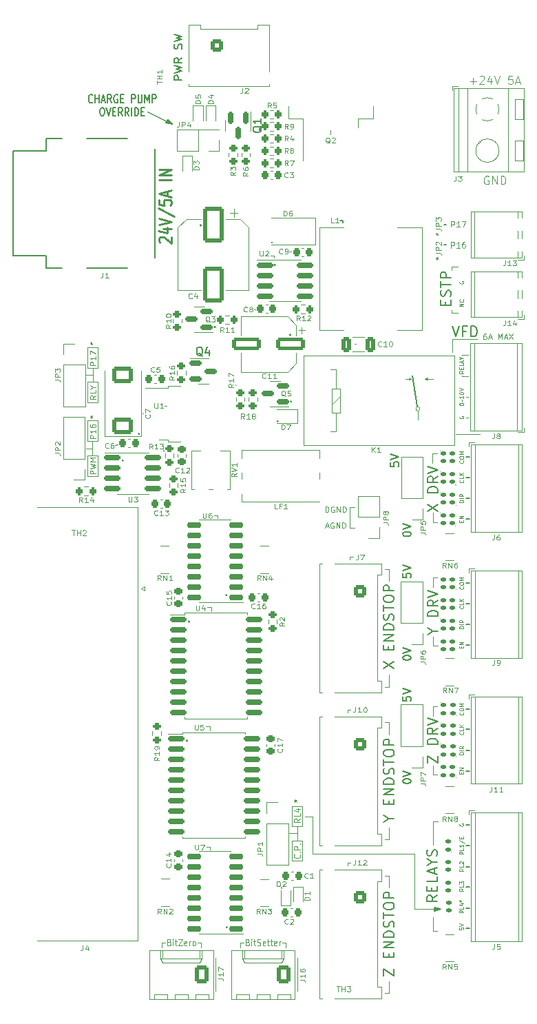
<source format=gbr>
%TF.GenerationSoftware,KiCad,Pcbnew,(6.0.4-0)*%
%TF.CreationDate,2022-07-09T18:31:03+12:00*%
%TF.ProjectId,controller,636f6e74-726f-46c6-9c65-722e6b696361,3.0*%
%TF.SameCoordinates,PX324e6b0PYa469d80*%
%TF.FileFunction,Legend,Top*%
%TF.FilePolarity,Positive*%
%FSLAX46Y46*%
G04 Gerber Fmt 4.6, Leading zero omitted, Abs format (unit mm)*
G04 Created by KiCad (PCBNEW (6.0.4-0)) date 2022-07-09 18:31:03*
%MOMM*%
%LPD*%
G01*
G04 APERTURE LIST*
G04 Aperture macros list*
%AMRoundRect*
0 Rectangle with rounded corners*
0 $1 Rounding radius*
0 $2 $3 $4 $5 $6 $7 $8 $9 X,Y pos of 4 corners*
0 Add a 4 corners polygon primitive as box body*
4,1,4,$2,$3,$4,$5,$6,$7,$8,$9,$2,$3,0*
0 Add four circle primitives for the rounded corners*
1,1,$1+$1,$2,$3*
1,1,$1+$1,$4,$5*
1,1,$1+$1,$6,$7*
1,1,$1+$1,$8,$9*
0 Add four rect primitives between the rounded corners*
20,1,$1+$1,$2,$3,$4,$5,0*
20,1,$1+$1,$4,$5,$6,$7,0*
20,1,$1+$1,$6,$7,$8,$9,0*
20,1,$1+$1,$8,$9,$2,$3,0*%
G04 Aperture macros list end*
%ADD10C,0.100000*%
%ADD11C,0.150000*%
%ADD12C,0.080000*%
%ADD13C,0.200000*%
%ADD14C,0.125000*%
%ADD15C,0.250000*%
%ADD16C,0.120000*%
%ADD17C,0.127000*%
%ADD18R,1.700000X1.700000*%
%ADD19O,1.700000X1.700000*%
%ADD20R,5.400000X2.900000*%
%ADD21RoundRect,0.147500X-0.172500X0.147500X-0.172500X-0.147500X0.172500X-0.147500X0.172500X0.147500X0*%
%ADD22RoundRect,0.225000X0.225000X0.250000X-0.225000X0.250000X-0.225000X-0.250000X0.225000X-0.250000X0*%
%ADD23RoundRect,0.147500X0.172500X-0.147500X0.172500X0.147500X-0.172500X0.147500X-0.172500X-0.147500X0*%
%ADD24RoundRect,0.225000X-0.225000X-0.250000X0.225000X-0.250000X0.225000X0.250000X-0.225000X0.250000X0*%
%ADD25C,1.000000*%
%ADD26RoundRect,0.250001X-0.499999X0.499999X-0.499999X-0.499999X0.499999X-0.499999X0.499999X0.499999X0*%
%ADD27C,1.500000*%
%ADD28R,0.800000X0.500000*%
%ADD29R,0.800000X0.400000*%
%ADD30RoundRect,0.200000X-0.275000X0.200000X-0.275000X-0.200000X0.275000X-0.200000X0.275000X0.200000X0*%
%ADD31RoundRect,0.200000X0.200000X0.275000X-0.200000X0.275000X-0.200000X-0.275000X0.200000X-0.275000X0*%
%ADD32R,2.100000X2.100000*%
%ADD33C,2.100000*%
%ADD34R,0.700000X0.600000*%
%ADD35RoundRect,0.250001X-0.499999X-0.499999X0.499999X-0.499999X0.499999X0.499999X-0.499999X0.499999X0*%
%ADD36R,1.300000X2.000000*%
%ADD37R,2.000000X2.000000*%
%ADD38C,1.100000*%
%ADD39R,2.200000X2.200000*%
%ADD40C,2.200000*%
%ADD41RoundRect,0.200000X0.275000X-0.200000X0.275000X0.200000X-0.275000X0.200000X-0.275000X-0.200000X0*%
%ADD42C,1.448000*%
%ADD43RoundRect,0.150000X-0.875000X-0.150000X0.875000X-0.150000X0.875000X0.150000X-0.875000X0.150000X0*%
%ADD44RoundRect,0.150000X-0.587500X-0.150000X0.587500X-0.150000X0.587500X0.150000X-0.587500X0.150000X0*%
%ADD45R,2.200000X1.200000*%
%ADD46R,6.400000X5.800000*%
%ADD47RoundRect,0.200000X-0.200000X-0.275000X0.200000X-0.275000X0.200000X0.275000X-0.200000X0.275000X0*%
%ADD48RoundRect,0.225000X0.250000X-0.225000X0.250000X0.225000X-0.250000X0.225000X-0.250000X-0.225000X0*%
%ADD49RoundRect,0.250000X0.620000X0.845000X-0.620000X0.845000X-0.620000X-0.845000X0.620000X-0.845000X0*%
%ADD50O,1.740000X2.190000*%
%ADD51R,1.100000X4.600000*%
%ADD52R,10.800000X9.400000*%
%ADD53C,5.500000*%
%ADD54RoundRect,0.250000X-1.000000X1.950000X-1.000000X-1.950000X1.000000X-1.950000X1.000000X1.950000X0*%
%ADD55R,2.000000X1.200000*%
%ADD56C,2.300000*%
%ADD57R,2.300000X2.300000*%
%ADD58RoundRect,0.225000X-0.250000X0.225000X-0.250000X-0.225000X0.250000X-0.225000X0.250000X0.225000X0*%
%ADD59C,1.700000*%
%ADD60O,3.200000X1.600000*%
%ADD61O,1.750000X3.500000*%
%ADD62RoundRect,0.250000X1.500000X0.550000X-1.500000X0.550000X-1.500000X-0.550000X1.500000X-0.550000X0*%
%ADD63RoundRect,0.150000X0.587500X0.150000X-0.587500X0.150000X-0.587500X-0.150000X0.587500X-0.150000X0*%
%ADD64RoundRect,0.250000X-0.325000X-0.650000X0.325000X-0.650000X0.325000X0.650000X-0.325000X0.650000X0*%
%ADD65RoundRect,0.150000X0.725000X0.150000X-0.725000X0.150000X-0.725000X-0.150000X0.725000X-0.150000X0*%
%ADD66C,4.000000*%
%ADD67R,1.600000X1.600000*%
%ADD68C,1.600000*%
%ADD69RoundRect,0.150000X-0.825000X-0.150000X0.825000X-0.150000X0.825000X0.150000X-0.825000X0.150000X0*%
%ADD70R,0.600000X0.450000*%
%ADD71RoundRect,0.150000X-0.150000X0.587500X-0.150000X-0.587500X0.150000X-0.587500X0.150000X0.587500X0*%
%ADD72RoundRect,0.250000X1.025000X-0.787500X1.025000X0.787500X-1.025000X0.787500X-1.025000X-0.787500X0*%
%ADD73R,2.500000X1.800000*%
G04 APERTURE END LIST*
D10*
X11250000Y75250000D02*
X12550000Y75250000D01*
X12550000Y75250000D02*
X12550000Y77800000D01*
X12550000Y77800000D02*
X11250000Y77800000D01*
X11250000Y77800000D02*
X11250000Y75250000D01*
X51450000Y17760000D02*
X54700000Y17760000D01*
X48350000Y46550000D02*
X48350000Y45100000D01*
X35250000Y13650000D02*
X35650000Y13650000D01*
X54300000Y58530941D02*
X53750000Y58530941D01*
X37050000Y27125000D02*
X36100000Y27125000D01*
X48350000Y45100000D02*
X47800000Y45100000D01*
D11*
X28475000Y15550000D02*
G75*
G03*
X28475000Y15550000I-75000J0D01*
G01*
D10*
X48350000Y40700000D02*
X48350000Y39250000D01*
X43500000Y64650000D02*
X44150000Y64650000D01*
D11*
X58250000Y34750941D02*
X57850000Y34750941D01*
D10*
X53750000Y66450000D02*
X53750000Y65300000D01*
X11275000Y80000000D02*
X12575000Y80000000D01*
X12575000Y80000000D02*
X12575000Y82550000D01*
X12575000Y82550000D02*
X11275000Y82550000D01*
X11275000Y82550000D02*
X11275000Y80000000D01*
X48350000Y21850000D02*
X48350000Y20400000D01*
X11900000Y73550000D02*
X11900000Y74400000D01*
X25900000Y25400000D02*
X26299999Y25400000D01*
X36400000Y23750000D02*
X37700000Y23750000D01*
X37700000Y23750000D02*
X37700000Y26200000D01*
X37700000Y26200000D02*
X36400000Y26200000D01*
X36400000Y26200000D02*
X36400000Y23750000D01*
D11*
X17675000Y76150000D02*
G75*
G03*
X17675000Y76150000I-75000J0D01*
G01*
D10*
X34200000Y98100000D02*
X34200000Y97800000D01*
X54325000Y28550000D02*
X53760000Y28550000D01*
X31350000Y79250000D02*
X31450000Y79450000D01*
D11*
X28425000Y56350000D02*
G75*
G03*
X28425000Y56350000I-75000J0D01*
G01*
D10*
X14687500Y74800000D02*
X14962500Y74850000D01*
X48350000Y7450000D02*
X47800000Y7450000D01*
X53700000Y73750000D02*
X53700000Y72550000D01*
X25200000Y13050000D02*
X25200000Y13650000D01*
X58100000Y78200000D02*
X57800000Y78200000D01*
X56050000Y96250000D02*
X56050000Y96700000D01*
X11900000Y74400000D02*
X11100000Y74400000D01*
X30050000Y13650000D02*
X30450000Y13650000D01*
X56800000Y96700000D02*
X56050000Y96700000D01*
D11*
X58250000Y15400000D02*
X57850000Y15400000D01*
X58250000Y20500000D02*
X57850000Y20500000D01*
X15675000Y72900000D02*
G75*
G03*
X15675000Y72900000I-75000J0D01*
G01*
X58250000Y17900000D02*
X57850000Y17900000D01*
D10*
X36100000Y98600000D02*
X36300000Y98600000D01*
X57300000Y85850000D02*
X57300000Y85750000D01*
X38950000Y24600000D02*
X38950000Y29150000D01*
D11*
X34375000Y96950000D02*
G75*
G03*
X34375000Y96950000I-75000J0D01*
G01*
D10*
X48350000Y59550000D02*
X48350000Y58100000D01*
X48350000Y40725000D02*
X47800000Y40725000D01*
X54275000Y73750000D02*
X53700000Y73750000D01*
X56050000Y91400000D02*
X56050000Y91000000D01*
X44300000Y87200000D02*
X44100000Y87200000D01*
D11*
X42350000Y102400000D02*
X42700000Y102400000D01*
D10*
X43250000Y42250000D02*
X43250000Y41900000D01*
D11*
G36*
X21700000Y114250000D02*
G01*
X20953593Y114406621D01*
X21143593Y114756621D01*
X21700000Y114250000D01*
G37*
X21700000Y114250000D02*
X20953593Y114406621D01*
X21143593Y114756621D01*
X21700000Y114250000D01*
D10*
X53750000Y58530941D02*
X53750000Y57330941D01*
X24800000Y13650000D02*
X25200000Y13650000D01*
D11*
X58250000Y37300941D02*
X57850000Y37300941D01*
D10*
X43950000Y61075000D02*
X43550000Y61075000D01*
X44150000Y67200000D02*
X43500000Y67200000D01*
X58100000Y85850000D02*
X57300000Y85850000D01*
X26342409Y40200000D02*
X26342409Y39700000D01*
X38950000Y24600000D02*
X51450000Y24550000D01*
X35150000Y20350000D02*
X35050000Y20475000D01*
D11*
X58250000Y68250000D02*
X57850000Y68250000D01*
D10*
X41150000Y112950000D02*
X41150000Y113450000D01*
D11*
X55100000Y99400000D02*
X55400000Y99400000D01*
D10*
X11250000Y71000000D02*
X12550000Y71000000D01*
X12550000Y71000000D02*
X12550000Y73550000D01*
X12550000Y73550000D02*
X11250000Y73550000D01*
X11250000Y73550000D02*
X11250000Y71000000D01*
X58100000Y83250000D02*
X57300000Y83250000D01*
X20550000Y74150000D02*
X20700000Y74000000D01*
X53750000Y35450941D02*
X53750000Y34350941D01*
D11*
X58250000Y28100000D02*
X57850000Y28100000D01*
D10*
X37050000Y27125000D02*
X37050000Y27975000D01*
D11*
X55100000Y101900000D02*
X55400000Y101900000D01*
D10*
X31750000Y91475000D02*
X31900000Y91475000D01*
X54300000Y65300000D02*
X53750000Y65300000D01*
X20775000Y79650000D02*
X21025000Y79650000D01*
D11*
X58250000Y52780941D02*
X57850000Y52780941D01*
X58250000Y57840000D02*
X57850000Y57840000D01*
D10*
X30050000Y13050000D02*
X30050000Y13650000D01*
D11*
X58250000Y25600000D02*
X57850000Y25600000D01*
D10*
X53760000Y16800000D02*
X53760000Y15100000D01*
X29450000Y82250000D02*
X29550000Y82150000D01*
D11*
X58250000Y70809231D02*
X57850000Y70809231D01*
D10*
X53800000Y51280941D02*
X53800000Y50130941D01*
X48350000Y59575000D02*
X47800000Y59575000D01*
D11*
X23825000Y53100000D02*
G75*
G03*
X23825000Y53100000I-75000J0D01*
G01*
D10*
X18650000Y115800000D02*
X21700000Y114250000D01*
X36400000Y28000000D02*
X37700000Y28000000D01*
X37700000Y28000000D02*
X37700000Y30450000D01*
X37700000Y30450000D02*
X36400000Y30450000D01*
X36400000Y30450000D02*
X36400000Y28000000D01*
X20400000Y13050000D02*
X20400000Y13650000D01*
X18000000Y78650000D02*
X18150000Y78650000D01*
X51450000Y24550000D02*
X51450000Y17760000D01*
X43550000Y61075000D02*
X43550000Y60725000D01*
X26517409Y54850000D02*
X26517409Y54400000D01*
D11*
X58250000Y55340172D02*
X57850000Y55340172D01*
D10*
X11275000Y84250000D02*
X12575000Y84250000D01*
X12575000Y84250000D02*
X12575000Y86800000D01*
X12575000Y86800000D02*
X11275000Y86800000D01*
X11275000Y86800000D02*
X11275000Y84250000D01*
X26299999Y25050000D02*
X26299999Y25400000D01*
X37050000Y26225000D02*
X37050000Y27125000D01*
D11*
X58250000Y73309059D02*
X57850000Y73309059D01*
X58250000Y65700000D02*
X57850000Y65700000D01*
D10*
X43500000Y67200000D02*
X43500000Y64650000D01*
X43650000Y23450000D02*
X43250000Y23450000D01*
X56050000Y91000000D02*
X56800000Y91000000D01*
X53760000Y28550000D02*
X53760000Y25650000D01*
X56100000Y86200000D02*
X56100000Y87800000D01*
X58100000Y80750000D02*
X57800000Y80750000D01*
X20400000Y13650000D02*
X20800000Y13650000D01*
X33800000Y98100000D02*
X34200000Y98100000D01*
X25967409Y54850000D02*
X26517409Y54850000D01*
D11*
X42700000Y102400000D02*
X42700000Y102100000D01*
X23575000Y38450000D02*
G75*
G03*
X23575000Y38450000I-75000J0D01*
G01*
X58250000Y23000000D02*
X57850000Y23000000D01*
D10*
X38950000Y29150000D02*
X38000000Y29150000D01*
D11*
X58250000Y42360000D02*
X57850000Y42360000D01*
D10*
X35650000Y13050000D02*
X35650000Y13650000D01*
X59562500Y76150000D02*
X56600000Y76150000D01*
X54262500Y42700941D02*
X53750000Y42700941D01*
X27275000Y66125000D02*
X26825000Y66125000D01*
X54250000Y34350941D02*
X53750000Y34350941D01*
X48350000Y21875000D02*
X47800000Y21875000D01*
X27275000Y65775000D02*
X27275000Y66125000D01*
X59150000Y87800000D02*
X56100000Y87800000D01*
X11925000Y83400000D02*
X11125000Y83400000D01*
X54325000Y50130941D02*
X53800000Y50130941D01*
X57300000Y83250000D02*
X57300000Y83350000D01*
X53750000Y42700941D02*
X53750000Y41550941D01*
X11900000Y74400000D02*
X11900000Y75250000D01*
X43250000Y23450000D02*
X43250000Y23100000D01*
X43650000Y42250000D02*
X43250000Y42250000D01*
D11*
X58250000Y50230941D02*
X57850000Y50230941D01*
X58250000Y39860172D02*
X57850000Y39860172D01*
D10*
X25842409Y40200000D02*
X26342409Y40200000D01*
X11925000Y83400000D02*
X11925000Y84250000D01*
X48350000Y27800000D02*
X48350000Y26350000D01*
X48350000Y8900000D02*
X48350000Y7450000D01*
X57300000Y80150000D02*
X57300000Y80350000D01*
X11925000Y82550000D02*
X11925000Y83400000D01*
D11*
G36*
X54700000Y17760000D02*
G01*
X53950000Y17560000D01*
X53950000Y17960000D01*
X54700000Y17760000D01*
G37*
X54700000Y17760000D02*
X53950000Y17560000D01*
X53950000Y17960000D01*
X54700000Y17760000D01*
D10*
X48350000Y26350000D02*
X47800000Y26350000D01*
X54300000Y15100000D02*
X53760000Y15100000D01*
D11*
X50052380Y48621548D02*
X50052380Y48716786D01*
X50100000Y48812024D01*
X50147619Y48859643D01*
X50242857Y48907262D01*
X50433333Y48954881D01*
X50671428Y48954881D01*
X50861904Y48907262D01*
X50957142Y48859643D01*
X51004761Y48812024D01*
X51052380Y48716786D01*
X51052380Y48621548D01*
X51004761Y48526310D01*
X50957142Y48478691D01*
X50861904Y48431072D01*
X50671428Y48383453D01*
X50433333Y48383453D01*
X50242857Y48431072D01*
X50147619Y48478691D01*
X50100000Y48526310D01*
X50052380Y48621548D01*
X50052380Y49240596D02*
X51052380Y49573929D01*
X50052380Y49907262D01*
D10*
X40528963Y66533334D02*
X40528963Y67233334D01*
X40695629Y67233334D01*
X40795629Y67200000D01*
X40862296Y67133334D01*
X40895629Y67066667D01*
X40928963Y66933334D01*
X40928963Y66833334D01*
X40895629Y66700000D01*
X40862296Y66633334D01*
X40795629Y66566667D01*
X40695629Y66533334D01*
X40528963Y66533334D01*
X41595629Y67200000D02*
X41528963Y67233334D01*
X41428963Y67233334D01*
X41328963Y67200000D01*
X41262296Y67133334D01*
X41228963Y67066667D01*
X41195629Y66933334D01*
X41195629Y66833334D01*
X41228963Y66700000D01*
X41262296Y66633334D01*
X41328963Y66566667D01*
X41428963Y66533334D01*
X41495629Y66533334D01*
X41595629Y66566667D01*
X41628963Y66600000D01*
X41628963Y66833334D01*
X41495629Y66833334D01*
X41928963Y66533334D02*
X41928963Y67233334D01*
X42328963Y66533334D01*
X42328963Y67233334D01*
X42662296Y66533334D02*
X42662296Y67233334D01*
X42828963Y67233334D01*
X42928963Y67200000D01*
X42995629Y67133334D01*
X43028963Y67066667D01*
X43062296Y66933334D01*
X43062296Y66833334D01*
X43028963Y66700000D01*
X42995629Y66633334D01*
X42928963Y66566667D01*
X42828963Y66533334D01*
X42662296Y66533334D01*
D12*
X57264285Y65330953D02*
X57264285Y65497620D01*
X57526190Y65569048D02*
X57526190Y65330953D01*
X57026190Y65330953D01*
X57026190Y65569048D01*
X57526190Y65783334D02*
X57026190Y65783334D01*
X57526190Y66069048D01*
X57026190Y66069048D01*
D13*
X54274523Y19483991D02*
X53669761Y19060658D01*
X54274523Y18758277D02*
X53004523Y18758277D01*
X53004523Y19242086D01*
X53065000Y19363039D01*
X53125476Y19423515D01*
X53246428Y19483991D01*
X53427857Y19483991D01*
X53548809Y19423515D01*
X53609285Y19363039D01*
X53669761Y19242086D01*
X53669761Y18758277D01*
X53609285Y20028277D02*
X53609285Y20451610D01*
X54274523Y20633039D02*
X54274523Y20028277D01*
X53004523Y20028277D01*
X53004523Y20633039D01*
X54274523Y21782086D02*
X54274523Y21177324D01*
X53004523Y21177324D01*
X53911666Y22144943D02*
X53911666Y22749705D01*
X54274523Y22023991D02*
X53004523Y22447324D01*
X54274523Y22870658D01*
X53669761Y23535896D02*
X54274523Y23535896D01*
X53004523Y23112562D02*
X53669761Y23535896D01*
X53004523Y23959229D01*
X54214047Y24322086D02*
X54274523Y24503515D01*
X54274523Y24805896D01*
X54214047Y24926848D01*
X54153571Y24987324D01*
X54032619Y25047800D01*
X53911666Y25047800D01*
X53790714Y24987324D01*
X53730238Y24926848D01*
X53669761Y24805896D01*
X53609285Y24563991D01*
X53548809Y24443039D01*
X53488333Y24382562D01*
X53367380Y24322086D01*
X53246428Y24322086D01*
X53125476Y24382562D01*
X53065000Y24443039D01*
X53004523Y24563991D01*
X53004523Y24866372D01*
X53065000Y25047800D01*
D12*
X57050000Y78330953D02*
X57026190Y78283334D01*
X57026190Y78211905D01*
X57050000Y78140477D01*
X57097619Y78092858D01*
X57145238Y78069048D01*
X57240476Y78045239D01*
X57311904Y78045239D01*
X57407142Y78069048D01*
X57454761Y78092858D01*
X57502380Y78140477D01*
X57526190Y78211905D01*
X57526190Y78259524D01*
X57502380Y78330953D01*
X57478571Y78354762D01*
X57311904Y78354762D01*
X57311904Y78259524D01*
D11*
X50052380Y33471548D02*
X50052380Y33566786D01*
X50100000Y33662024D01*
X50147619Y33709643D01*
X50242857Y33757262D01*
X50433333Y33804881D01*
X50671428Y33804881D01*
X50861904Y33757262D01*
X50957142Y33709643D01*
X51004761Y33662024D01*
X51052380Y33566786D01*
X51052380Y33471548D01*
X51004761Y33376310D01*
X50957142Y33328691D01*
X50861904Y33281072D01*
X50671428Y33233453D01*
X50433333Y33233453D01*
X50242857Y33281072D01*
X50147619Y33328691D01*
X50100000Y33376310D01*
X50052380Y33471548D01*
X50052380Y34090596D02*
X51052380Y34423929D01*
X50052380Y34757262D01*
D12*
X57026190Y15504762D02*
X57026190Y15266667D01*
X57264285Y15242858D01*
X57240476Y15266667D01*
X57216666Y15314286D01*
X57216666Y15433334D01*
X57240476Y15480953D01*
X57264285Y15504762D01*
X57311904Y15528572D01*
X57430952Y15528572D01*
X57478571Y15504762D01*
X57502380Y15480953D01*
X57526190Y15433334D01*
X57526190Y15314286D01*
X57502380Y15266667D01*
X57478571Y15242858D01*
X57026190Y15671429D02*
X57526190Y15838096D01*
X57026190Y16004762D01*
D14*
X37385714Y24483334D02*
X37423809Y24450000D01*
X37461904Y24350000D01*
X37461904Y24283334D01*
X37423809Y24183334D01*
X37347619Y24116667D01*
X37271428Y24083334D01*
X37119047Y24050000D01*
X37004761Y24050000D01*
X36852380Y24083334D01*
X36776190Y24116667D01*
X36700000Y24183334D01*
X36661904Y24283334D01*
X36661904Y24350000D01*
X36700000Y24450000D01*
X36738095Y24483334D01*
X37385714Y24783334D02*
X37423809Y24816667D01*
X37461904Y24783334D01*
X37423809Y24750000D01*
X37385714Y24783334D01*
X37461904Y24783334D01*
X37461904Y25116667D02*
X36661904Y25116667D01*
X36661904Y25383334D01*
X36700000Y25450000D01*
X36738095Y25483334D01*
X36814285Y25516667D01*
X36928571Y25516667D01*
X37004761Y25483334D01*
X37042857Y25450000D01*
X37080952Y25383334D01*
X37080952Y25116667D01*
X37385714Y25816667D02*
X37423809Y25850000D01*
X37461904Y25816667D01*
X37423809Y25783334D01*
X37385714Y25816667D01*
X37461904Y25816667D01*
X30983333Y13707143D02*
X31083333Y13669048D01*
X31116666Y13630953D01*
X31150000Y13554762D01*
X31150000Y13440477D01*
X31116666Y13364286D01*
X31083333Y13326191D01*
X31016666Y13288096D01*
X30750000Y13288096D01*
X30750000Y14088096D01*
X30983333Y14088096D01*
X31050000Y14050000D01*
X31083333Y14011905D01*
X31116666Y13935715D01*
X31116666Y13859524D01*
X31083333Y13783334D01*
X31050000Y13745239D01*
X30983333Y13707143D01*
X30750000Y13707143D01*
X31450000Y13288096D02*
X31450000Y13821429D01*
X31450000Y14088096D02*
X31416666Y14050000D01*
X31450000Y14011905D01*
X31483333Y14050000D01*
X31450000Y14088096D01*
X31450000Y14011905D01*
X31683333Y13821429D02*
X31950000Y13821429D01*
X31783333Y14088096D02*
X31783333Y13402381D01*
X31816666Y13326191D01*
X31883333Y13288096D01*
X31950000Y13288096D01*
X32150000Y13326191D02*
X32250000Y13288096D01*
X32416666Y13288096D01*
X32483333Y13326191D01*
X32516666Y13364286D01*
X32550000Y13440477D01*
X32550000Y13516667D01*
X32516666Y13592858D01*
X32483333Y13630953D01*
X32416666Y13669048D01*
X32283333Y13707143D01*
X32216666Y13745239D01*
X32183333Y13783334D01*
X32150000Y13859524D01*
X32150000Y13935715D01*
X32183333Y14011905D01*
X32216666Y14050000D01*
X32283333Y14088096D01*
X32450000Y14088096D01*
X32550000Y14050000D01*
X33116666Y13326191D02*
X33050000Y13288096D01*
X32916666Y13288096D01*
X32850000Y13326191D01*
X32816666Y13402381D01*
X32816666Y13707143D01*
X32850000Y13783334D01*
X32916666Y13821429D01*
X33050000Y13821429D01*
X33116666Y13783334D01*
X33150000Y13707143D01*
X33150000Y13630953D01*
X32816666Y13554762D01*
X33350000Y13821429D02*
X33616666Y13821429D01*
X33450000Y14088096D02*
X33450000Y13402381D01*
X33483333Y13326191D01*
X33550000Y13288096D01*
X33616666Y13288096D01*
X33750000Y13821429D02*
X34016666Y13821429D01*
X33850000Y14088096D02*
X33850000Y13402381D01*
X33883333Y13326191D01*
X33950000Y13288096D01*
X34016666Y13288096D01*
X34516666Y13326191D02*
X34450000Y13288096D01*
X34316666Y13288096D01*
X34250000Y13326191D01*
X34216666Y13402381D01*
X34216666Y13707143D01*
X34250000Y13783334D01*
X34316666Y13821429D01*
X34450000Y13821429D01*
X34516666Y13783334D01*
X34550000Y13707143D01*
X34550000Y13630953D01*
X34216666Y13554762D01*
X34850000Y13288096D02*
X34850000Y13821429D01*
X34850000Y13669048D02*
X34883333Y13745239D01*
X34916666Y13783334D01*
X34983333Y13821429D01*
X35050000Y13821429D01*
D12*
X57526190Y83897620D02*
X57288095Y83730953D01*
X57526190Y83611905D02*
X57026190Y83611905D01*
X57026190Y83802381D01*
X57050000Y83850000D01*
X57073809Y83873810D01*
X57121428Y83897620D01*
X57192857Y83897620D01*
X57240476Y83873810D01*
X57264285Y83850000D01*
X57288095Y83802381D01*
X57288095Y83611905D01*
X57264285Y84111905D02*
X57264285Y84278572D01*
X57526190Y84350000D02*
X57526190Y84111905D01*
X57026190Y84111905D01*
X57026190Y84350000D01*
X57526190Y84802381D02*
X57526190Y84564286D01*
X57026190Y84564286D01*
X57383333Y84945239D02*
X57383333Y85183334D01*
X57526190Y84897620D02*
X57026190Y85064286D01*
X57526190Y85230953D01*
X57288095Y85492858D02*
X57526190Y85492858D01*
X57026190Y85326191D02*
X57288095Y85492858D01*
X57026190Y85659524D01*
X57050000Y94905953D02*
X57026190Y94858334D01*
X57026190Y94786905D01*
X57050000Y94715477D01*
X57097619Y94667858D01*
X57145238Y94644048D01*
X57240476Y94620239D01*
X57311904Y94620239D01*
X57407142Y94644048D01*
X57454761Y94667858D01*
X57502380Y94715477D01*
X57526190Y94786905D01*
X57526190Y94834524D01*
X57502380Y94905953D01*
X57478571Y94929762D01*
X57311904Y94929762D01*
X57311904Y94834524D01*
D11*
X50052380Y59011786D02*
X50052380Y58535596D01*
X50528571Y58487977D01*
X50480952Y58535596D01*
X50433333Y58630834D01*
X50433333Y58868929D01*
X50480952Y58964167D01*
X50528571Y59011786D01*
X50623809Y59059405D01*
X50861904Y59059405D01*
X50957142Y59011786D01*
X51004761Y58964167D01*
X51052380Y58868929D01*
X51052380Y58630834D01*
X51004761Y58535596D01*
X50957142Y58487977D01*
X50052380Y59345120D02*
X51052380Y59678453D01*
X50052380Y60011786D01*
X50052380Y63821548D02*
X50052380Y63916786D01*
X50100000Y64012024D01*
X50147619Y64059643D01*
X50242857Y64107262D01*
X50433333Y64154881D01*
X50671428Y64154881D01*
X50861904Y64107262D01*
X50957142Y64059643D01*
X51004761Y64012024D01*
X51052380Y63916786D01*
X51052380Y63821548D01*
X51004761Y63726310D01*
X50957142Y63678691D01*
X50861904Y63631072D01*
X50671428Y63583453D01*
X50433333Y63583453D01*
X50242857Y63631072D01*
X50147619Y63678691D01*
X50100000Y63726310D01*
X50052380Y63821548D01*
X50052380Y64440596D02*
X51052380Y64773929D01*
X50052380Y65107262D01*
D12*
X57264285Y34381894D02*
X57264285Y34548561D01*
X57526190Y34619989D02*
X57526190Y34381894D01*
X57026190Y34381894D01*
X57026190Y34619989D01*
X57526190Y34834275D02*
X57026190Y34834275D01*
X57526190Y35119989D01*
X57026190Y35119989D01*
D11*
X22902380Y119638096D02*
X21902380Y119638096D01*
X21902380Y120019048D01*
X21950000Y120114286D01*
X21997619Y120161905D01*
X22092857Y120209524D01*
X22235714Y120209524D01*
X22330952Y120161905D01*
X22378571Y120114286D01*
X22426190Y120019048D01*
X22426190Y119638096D01*
X21902380Y120542858D02*
X22902380Y120780953D01*
X22188095Y120971429D01*
X22902380Y121161905D01*
X21902380Y121400000D01*
X22902380Y122352381D02*
X22426190Y122019048D01*
X22902380Y121780953D02*
X21902380Y121780953D01*
X21902380Y122161905D01*
X21950000Y122257143D01*
X21997619Y122304762D01*
X22092857Y122352381D01*
X22235714Y122352381D01*
X22330952Y122304762D01*
X22378571Y122257143D01*
X22426190Y122161905D01*
X22426190Y121780953D01*
X22854761Y123495239D02*
X22902380Y123638096D01*
X22902380Y123876191D01*
X22854761Y123971429D01*
X22807142Y124019048D01*
X22711904Y124066667D01*
X22616666Y124066667D01*
X22521428Y124019048D01*
X22473809Y123971429D01*
X22426190Y123876191D01*
X22378571Y123685715D01*
X22330952Y123590477D01*
X22283333Y123542858D01*
X22188095Y123495239D01*
X22092857Y123495239D01*
X21997619Y123542858D01*
X21950000Y123590477D01*
X21902380Y123685715D01*
X21902380Y123923810D01*
X21950000Y124066667D01*
X21902380Y124400000D02*
X22902380Y124638096D01*
X22188095Y124828572D01*
X22902380Y125019048D01*
X21902380Y125257143D01*
D12*
X57526190Y36800941D02*
X57026190Y36800941D01*
X57026190Y36919989D01*
X57050000Y36991418D01*
X57097619Y37039037D01*
X57145238Y37062846D01*
X57240476Y37086656D01*
X57311904Y37086656D01*
X57407142Y37062846D01*
X57454761Y37039037D01*
X57502380Y36991418D01*
X57526190Y36919989D01*
X57526190Y36800941D01*
X57526190Y37300941D02*
X57026190Y37300941D01*
X57526190Y37824751D02*
X57288095Y37658084D01*
X57526190Y37539037D02*
X57026190Y37539037D01*
X57026190Y37729513D01*
X57050000Y37777132D01*
X57073809Y37800941D01*
X57121428Y37824751D01*
X57192857Y37824751D01*
X57240476Y37800941D01*
X57264285Y37777132D01*
X57288095Y37729513D01*
X57288095Y37539037D01*
D11*
X50052380Y43861786D02*
X50052380Y43385596D01*
X50528571Y43337977D01*
X50480952Y43385596D01*
X50433333Y43480834D01*
X50433333Y43718929D01*
X50480952Y43814167D01*
X50528571Y43861786D01*
X50623809Y43909405D01*
X50861904Y43909405D01*
X50957142Y43861786D01*
X51004761Y43814167D01*
X51052380Y43718929D01*
X51052380Y43480834D01*
X51004761Y43385596D01*
X50957142Y43337977D01*
X50052380Y44195120D02*
X51052380Y44528453D01*
X50052380Y44861786D01*
D13*
X53055323Y35729513D02*
X53055323Y36576180D01*
X54325323Y35729513D01*
X54325323Y36576180D01*
X54325323Y38027608D02*
X53055323Y38027608D01*
X53055323Y38329989D01*
X53115800Y38511418D01*
X53236752Y38632370D01*
X53357704Y38692846D01*
X53599609Y38753322D01*
X53781038Y38753322D01*
X54022942Y38692846D01*
X54143895Y38632370D01*
X54264847Y38511418D01*
X54325323Y38329989D01*
X54325323Y38027608D01*
X54325323Y40023322D02*
X53720561Y39599989D01*
X54325323Y39297608D02*
X53055323Y39297608D01*
X53055323Y39781418D01*
X53115800Y39902370D01*
X53176276Y39962846D01*
X53297228Y40023322D01*
X53478657Y40023322D01*
X53599609Y39962846D01*
X53660085Y39902370D01*
X53720561Y39781418D01*
X53720561Y39297608D01*
X53055323Y40386180D02*
X54325323Y40809513D01*
X53055323Y41232846D01*
D10*
X12291666Y80887334D02*
X11958333Y80654000D01*
X12291666Y80487334D02*
X11591666Y80487334D01*
X11591666Y80754000D01*
X11625000Y80820667D01*
X11658333Y80854000D01*
X11725000Y80887334D01*
X11825000Y80887334D01*
X11891666Y80854000D01*
X11925000Y80820667D01*
X11958333Y80754000D01*
X11958333Y80487334D01*
X12291666Y81520667D02*
X12291666Y81187334D01*
X11591666Y81187334D01*
X11958333Y81887334D02*
X12291666Y81887334D01*
X11591666Y81654000D02*
X11958333Y81887334D01*
X11591666Y82120667D01*
D12*
X57526190Y20314286D02*
X57288095Y20147620D01*
X57526190Y20028572D02*
X57026190Y20028572D01*
X57026190Y20219048D01*
X57050000Y20266667D01*
X57073809Y20290477D01*
X57121428Y20314286D01*
X57192857Y20314286D01*
X57240476Y20290477D01*
X57264285Y20266667D01*
X57288095Y20219048D01*
X57288095Y20028572D01*
X57526190Y20766667D02*
X57526190Y20528572D01*
X57026190Y20528572D01*
X57026190Y20885715D02*
X57026190Y21195239D01*
X57216666Y21028572D01*
X57216666Y21100000D01*
X57240476Y21147620D01*
X57264285Y21171429D01*
X57311904Y21195239D01*
X57430952Y21195239D01*
X57478571Y21171429D01*
X57502380Y21147620D01*
X57526190Y21100000D01*
X57526190Y20957143D01*
X57502380Y20909524D01*
X57478571Y20885715D01*
D13*
X56097380Y89395477D02*
X56520714Y88125477D01*
X56944047Y89395477D01*
X57790714Y88790715D02*
X57367380Y88790715D01*
X57367380Y88125477D02*
X57367380Y89395477D01*
X57972142Y89395477D01*
X58455952Y88125477D02*
X58455952Y89395477D01*
X58758333Y89395477D01*
X58939761Y89335000D01*
X59060714Y89214048D01*
X59121190Y89093096D01*
X59181666Y88851191D01*
X59181666Y88669762D01*
X59121190Y88427858D01*
X59060714Y88306905D01*
X58939761Y88185953D01*
X58758333Y88125477D01*
X58455952Y88125477D01*
X48369761Y28852620D02*
X48974523Y28852620D01*
X47704523Y28429286D02*
X48369761Y28852620D01*
X47704523Y29275953D01*
X48309285Y30666905D02*
X48309285Y31090239D01*
X48974523Y31271667D02*
X48974523Y30666905D01*
X47704523Y30666905D01*
X47704523Y31271667D01*
X48974523Y31815953D02*
X47704523Y31815953D01*
X48974523Y32541667D01*
X47704523Y32541667D01*
X48974523Y33146429D02*
X47704523Y33146429D01*
X47704523Y33448810D01*
X47765000Y33630239D01*
X47885952Y33751191D01*
X48006904Y33811667D01*
X48248809Y33872143D01*
X48430238Y33872143D01*
X48672142Y33811667D01*
X48793095Y33751191D01*
X48914047Y33630239D01*
X48974523Y33448810D01*
X48974523Y33146429D01*
X48914047Y34355953D02*
X48974523Y34537381D01*
X48974523Y34839762D01*
X48914047Y34960715D01*
X48853571Y35021191D01*
X48732619Y35081667D01*
X48611666Y35081667D01*
X48490714Y35021191D01*
X48430238Y34960715D01*
X48369761Y34839762D01*
X48309285Y34597858D01*
X48248809Y34476905D01*
X48188333Y34416429D01*
X48067380Y34355953D01*
X47946428Y34355953D01*
X47825476Y34416429D01*
X47765000Y34476905D01*
X47704523Y34597858D01*
X47704523Y34900239D01*
X47765000Y35081667D01*
X47704523Y35444524D02*
X47704523Y36170239D01*
X48974523Y35807381D02*
X47704523Y35807381D01*
X47704523Y36835477D02*
X47704523Y37077381D01*
X47765000Y37198334D01*
X47885952Y37319286D01*
X48127857Y37379762D01*
X48551190Y37379762D01*
X48793095Y37319286D01*
X48914047Y37198334D01*
X48974523Y37077381D01*
X48974523Y36835477D01*
X48914047Y36714524D01*
X48793095Y36593572D01*
X48551190Y36533096D01*
X48127857Y36533096D01*
X47885952Y36593572D01*
X47765000Y36714524D01*
X47704523Y36835477D01*
X48974523Y37924048D02*
X47704523Y37924048D01*
X47704523Y38407858D01*
X47765000Y38528810D01*
X47825476Y38589286D01*
X47946428Y38649762D01*
X48127857Y38649762D01*
X48248809Y38589286D01*
X48309285Y38528810D01*
X48369761Y38407858D01*
X48369761Y37924048D01*
D12*
X57026190Y79795239D02*
X57026190Y79842858D01*
X57050000Y79890477D01*
X57073809Y79914286D01*
X57121428Y79938096D01*
X57216666Y79961905D01*
X57335714Y79961905D01*
X57430952Y79938096D01*
X57478571Y79914286D01*
X57502380Y79890477D01*
X57526190Y79842858D01*
X57526190Y79795239D01*
X57502380Y79747620D01*
X57478571Y79723810D01*
X57430952Y79700000D01*
X57335714Y79676191D01*
X57216666Y79676191D01*
X57121428Y79700000D01*
X57073809Y79723810D01*
X57050000Y79747620D01*
X57026190Y79795239D01*
X57526190Y80819048D02*
X57526190Y80533334D01*
X57526190Y80676191D02*
X57026190Y80676191D01*
X57097619Y80628572D01*
X57145238Y80580953D01*
X57169047Y80533334D01*
X57026190Y81128572D02*
X57026190Y81176191D01*
X57050000Y81223810D01*
X57073809Y81247620D01*
X57121428Y81271429D01*
X57216666Y81295239D01*
X57335714Y81295239D01*
X57430952Y81271429D01*
X57478571Y81247620D01*
X57502380Y81223810D01*
X57526190Y81176191D01*
X57526190Y81128572D01*
X57502380Y81080953D01*
X57478571Y81057143D01*
X57430952Y81033334D01*
X57335714Y81009524D01*
X57216666Y81009524D01*
X57121428Y81033334D01*
X57073809Y81057143D01*
X57050000Y81080953D01*
X57026190Y81128572D01*
X57026190Y81438096D02*
X57526190Y81604762D01*
X57026190Y81771429D01*
D11*
X48552380Y72661786D02*
X48552380Y72185596D01*
X49028571Y72137977D01*
X48980952Y72185596D01*
X48933333Y72280834D01*
X48933333Y72518929D01*
X48980952Y72614167D01*
X49028571Y72661786D01*
X49123809Y72709405D01*
X49361904Y72709405D01*
X49457142Y72661786D01*
X49504761Y72614167D01*
X49552380Y72518929D01*
X49552380Y72280834D01*
X49504761Y72185596D01*
X49457142Y72137977D01*
X48552380Y72995120D02*
X49552380Y73328453D01*
X48552380Y73661786D01*
D12*
X57478571Y72907143D02*
X57502380Y72883334D01*
X57526190Y72811905D01*
X57526190Y72764286D01*
X57502380Y72692858D01*
X57454761Y72645239D01*
X57407142Y72621429D01*
X57311904Y72597620D01*
X57240476Y72597620D01*
X57145238Y72621429D01*
X57097619Y72645239D01*
X57050000Y72692858D01*
X57026190Y72764286D01*
X57026190Y72811905D01*
X57050000Y72883334D01*
X57073809Y72907143D01*
X57026190Y73216667D02*
X57026190Y73311905D01*
X57050000Y73359524D01*
X57097619Y73407143D01*
X57192857Y73430953D01*
X57359523Y73430953D01*
X57454761Y73407143D01*
X57502380Y73359524D01*
X57526190Y73311905D01*
X57526190Y73216667D01*
X57502380Y73169048D01*
X57454761Y73121429D01*
X57359523Y73097620D01*
X57192857Y73097620D01*
X57097619Y73121429D01*
X57050000Y73169048D01*
X57026190Y73216667D01*
X57526190Y73645239D02*
X57026190Y73645239D01*
X57383333Y73811905D01*
X57026190Y73978572D01*
X57526190Y73978572D01*
D14*
X21316666Y13707143D02*
X21416666Y13669048D01*
X21450000Y13630953D01*
X21483333Y13554762D01*
X21483333Y13440477D01*
X21450000Y13364286D01*
X21416666Y13326191D01*
X21350000Y13288096D01*
X21083333Y13288096D01*
X21083333Y14088096D01*
X21316666Y14088096D01*
X21383333Y14050000D01*
X21416666Y14011905D01*
X21450000Y13935715D01*
X21450000Y13859524D01*
X21416666Y13783334D01*
X21383333Y13745239D01*
X21316666Y13707143D01*
X21083333Y13707143D01*
X21783333Y13288096D02*
X21783333Y13821429D01*
X21783333Y14088096D02*
X21750000Y14050000D01*
X21783333Y14011905D01*
X21816666Y14050000D01*
X21783333Y14088096D01*
X21783333Y14011905D01*
X22016666Y13821429D02*
X22283333Y13821429D01*
X22116666Y14088096D02*
X22116666Y13402381D01*
X22150000Y13326191D01*
X22216666Y13288096D01*
X22283333Y13288096D01*
X22450000Y14088096D02*
X22916666Y14088096D01*
X22450000Y13288096D01*
X22916666Y13288096D01*
X23450000Y13326191D02*
X23383333Y13288096D01*
X23250000Y13288096D01*
X23183333Y13326191D01*
X23150000Y13402381D01*
X23150000Y13707143D01*
X23183333Y13783334D01*
X23250000Y13821429D01*
X23383333Y13821429D01*
X23450000Y13783334D01*
X23483333Y13707143D01*
X23483333Y13630953D01*
X23150000Y13554762D01*
X23783333Y13288096D02*
X23783333Y13821429D01*
X23783333Y13669048D02*
X23816666Y13745239D01*
X23850000Y13783334D01*
X23916666Y13821429D01*
X23983333Y13821429D01*
X24316666Y13288096D02*
X24250000Y13326191D01*
X24216666Y13364286D01*
X24183333Y13440477D01*
X24183333Y13669048D01*
X24216666Y13745239D01*
X24250000Y13783334D01*
X24316666Y13821429D01*
X24416666Y13821429D01*
X24483333Y13783334D01*
X24516666Y13745239D01*
X24550000Y13669048D01*
X24550000Y13440477D01*
X24516666Y13364286D01*
X24483333Y13326191D01*
X24416666Y13288096D01*
X24316666Y13288096D01*
D10*
X56000000Y99033334D02*
X56000000Y99733334D01*
X56266666Y99733334D01*
X56333333Y99700000D01*
X56366666Y99666667D01*
X56400000Y99600000D01*
X56400000Y99500000D01*
X56366666Y99433334D01*
X56333333Y99400000D01*
X56266666Y99366667D01*
X56000000Y99366667D01*
X57066666Y99033334D02*
X56666666Y99033334D01*
X56866666Y99033334D02*
X56866666Y99733334D01*
X56800000Y99633334D01*
X56733333Y99566667D01*
X56666666Y99533334D01*
X57666666Y99733334D02*
X57533333Y99733334D01*
X57466666Y99700000D01*
X57433333Y99666667D01*
X57366666Y99566667D01*
X57333333Y99433334D01*
X57333333Y99166667D01*
X57366666Y99100000D01*
X57400000Y99066667D01*
X57466666Y99033334D01*
X57600000Y99033334D01*
X57666666Y99066667D01*
X57700000Y99100000D01*
X57733333Y99166667D01*
X57733333Y99333334D01*
X57700000Y99400000D01*
X57666666Y99433334D01*
X57600000Y99466667D01*
X57466666Y99466667D01*
X57400000Y99433334D01*
X57366666Y99400000D01*
X57333333Y99333334D01*
D14*
X37461904Y28897917D02*
X37080952Y28664584D01*
X37461904Y28497917D02*
X36661904Y28497917D01*
X36661904Y28764584D01*
X36700000Y28831250D01*
X36738095Y28864584D01*
X36814285Y28897917D01*
X36928571Y28897917D01*
X37004761Y28864584D01*
X37042857Y28831250D01*
X37080952Y28764584D01*
X37080952Y28497917D01*
X37461904Y29531250D02*
X37461904Y29197917D01*
X36661904Y29197917D01*
X36928571Y30064584D02*
X37461904Y30064584D01*
X36623809Y29897917D02*
X37195238Y29731250D01*
X37195238Y30164584D01*
X36661904Y31064584D02*
X36852380Y31064584D01*
X36776190Y30897917D02*
X36852380Y31064584D01*
X36776190Y31231250D01*
X37004761Y30964584D02*
X36852380Y31064584D01*
X37004761Y31164584D01*
D15*
X20196428Y99685715D02*
X20125000Y99742858D01*
X20053571Y99857143D01*
X20053571Y100142858D01*
X20125000Y100257143D01*
X20196428Y100314286D01*
X20339285Y100371429D01*
X20482142Y100371429D01*
X20696428Y100314286D01*
X21553571Y99628572D01*
X21553571Y100371429D01*
X20553571Y101400000D02*
X21553571Y101400000D01*
X19982142Y101114286D02*
X21053571Y100828572D01*
X21053571Y101571429D01*
X20053571Y101857143D02*
X21553571Y102257143D01*
X20053571Y102657143D01*
X19982142Y103914286D02*
X21910714Y102885715D01*
X20053571Y104885715D02*
X20053571Y104314286D01*
X20767857Y104257143D01*
X20696428Y104314286D01*
X20625000Y104428572D01*
X20625000Y104714286D01*
X20696428Y104828572D01*
X20767857Y104885715D01*
X20910714Y104942858D01*
X21267857Y104942858D01*
X21410714Y104885715D01*
X21482142Y104828572D01*
X21553571Y104714286D01*
X21553571Y104428572D01*
X21482142Y104314286D01*
X21410714Y104257143D01*
X21125000Y105400000D02*
X21125000Y105971429D01*
X21553571Y105285715D02*
X20053571Y105685715D01*
X21553571Y106085715D01*
X21553571Y107400000D02*
X20053571Y107400000D01*
X21553571Y107971429D02*
X20053571Y107971429D01*
X21553571Y108657143D01*
X20053571Y108657143D01*
D12*
X57478571Y70502381D02*
X57502380Y70478572D01*
X57526190Y70407143D01*
X57526190Y70359524D01*
X57502380Y70288096D01*
X57454761Y70240477D01*
X57407142Y70216667D01*
X57311904Y70192858D01*
X57240476Y70192858D01*
X57145238Y70216667D01*
X57097619Y70240477D01*
X57050000Y70288096D01*
X57026190Y70359524D01*
X57026190Y70407143D01*
X57050000Y70478572D01*
X57073809Y70502381D01*
X57526190Y70954762D02*
X57526190Y70716667D01*
X57026190Y70716667D01*
X57526190Y71121429D02*
X57026190Y71121429D01*
X57526190Y71407143D02*
X57240476Y71192858D01*
X57026190Y71407143D02*
X57311904Y71121429D01*
D13*
X47704523Y9579286D02*
X47704523Y10425953D01*
X48974523Y9579286D01*
X48974523Y10425953D01*
X48309285Y11877381D02*
X48309285Y12300715D01*
X48974523Y12482143D02*
X48974523Y11877381D01*
X47704523Y11877381D01*
X47704523Y12482143D01*
X48974523Y13026429D02*
X47704523Y13026429D01*
X48974523Y13752143D01*
X47704523Y13752143D01*
X48974523Y14356905D02*
X47704523Y14356905D01*
X47704523Y14659286D01*
X47765000Y14840715D01*
X47885952Y14961667D01*
X48006904Y15022143D01*
X48248809Y15082620D01*
X48430238Y15082620D01*
X48672142Y15022143D01*
X48793095Y14961667D01*
X48914047Y14840715D01*
X48974523Y14659286D01*
X48974523Y14356905D01*
X48914047Y15566429D02*
X48974523Y15747858D01*
X48974523Y16050239D01*
X48914047Y16171191D01*
X48853571Y16231667D01*
X48732619Y16292143D01*
X48611666Y16292143D01*
X48490714Y16231667D01*
X48430238Y16171191D01*
X48369761Y16050239D01*
X48309285Y15808334D01*
X48248809Y15687381D01*
X48188333Y15626905D01*
X48067380Y15566429D01*
X47946428Y15566429D01*
X47825476Y15626905D01*
X47765000Y15687381D01*
X47704523Y15808334D01*
X47704523Y16110715D01*
X47765000Y16292143D01*
X47704523Y16655000D02*
X47704523Y17380715D01*
X48974523Y17017858D02*
X47704523Y17017858D01*
X47704523Y18045953D02*
X47704523Y18287858D01*
X47765000Y18408810D01*
X47885952Y18529762D01*
X48127857Y18590239D01*
X48551190Y18590239D01*
X48793095Y18529762D01*
X48914047Y18408810D01*
X48974523Y18287858D01*
X48974523Y18045953D01*
X48914047Y17925000D01*
X48793095Y17804048D01*
X48551190Y17743572D01*
X48127857Y17743572D01*
X47885952Y17804048D01*
X47765000Y17925000D01*
X47704523Y18045953D01*
X48974523Y19134524D02*
X47704523Y19134524D01*
X47704523Y19618334D01*
X47765000Y19739286D01*
X47825476Y19799762D01*
X47946428Y19860239D01*
X48127857Y19860239D01*
X48248809Y19799762D01*
X48309285Y19739286D01*
X48369761Y19618334D01*
X48369761Y19134524D01*
X53795561Y51932846D02*
X54400323Y51932846D01*
X53130323Y51509513D02*
X53795561Y51932846D01*
X53130323Y52356180D01*
X54400323Y53747132D02*
X53130323Y53747132D01*
X53130323Y54049513D01*
X53190800Y54230941D01*
X53311752Y54351894D01*
X53432704Y54412370D01*
X53674609Y54472846D01*
X53856038Y54472846D01*
X54097942Y54412370D01*
X54218895Y54351894D01*
X54339847Y54230941D01*
X54400323Y54049513D01*
X54400323Y53747132D01*
X54400323Y55742846D02*
X53795561Y55319513D01*
X54400323Y55017132D02*
X53130323Y55017132D01*
X53130323Y55500941D01*
X53190800Y55621894D01*
X53251276Y55682370D01*
X53372228Y55742846D01*
X53553657Y55742846D01*
X53674609Y55682370D01*
X53735085Y55621894D01*
X53795561Y55500941D01*
X53795561Y55017132D01*
X53130323Y56105703D02*
X54400323Y56529037D01*
X53130323Y56952370D01*
D10*
X12266666Y75616667D02*
X11566666Y75616667D01*
X11566666Y75883334D01*
X11600000Y75950000D01*
X11633333Y75983334D01*
X11700000Y76016667D01*
X11800000Y76016667D01*
X11866666Y75983334D01*
X11900000Y75950000D01*
X11933333Y75883334D01*
X11933333Y75616667D01*
X12266666Y76683334D02*
X12266666Y76283334D01*
X12266666Y76483334D02*
X11566666Y76483334D01*
X11666666Y76416667D01*
X11733333Y76350000D01*
X11766666Y76283334D01*
X11566666Y77283334D02*
X11566666Y77150000D01*
X11600000Y77083334D01*
X11633333Y77050000D01*
X11733333Y76983334D01*
X11866666Y76950000D01*
X12133333Y76950000D01*
X12200000Y76983334D01*
X12233333Y77016667D01*
X12266666Y77083334D01*
X12266666Y77216667D01*
X12233333Y77283334D01*
X12200000Y77316667D01*
X12133333Y77350000D01*
X11966666Y77350000D01*
X11900000Y77316667D01*
X11866666Y77283334D01*
X11833333Y77216667D01*
X11833333Y77083334D01*
X11866666Y77016667D01*
X11900000Y76983334D01*
X11966666Y76950000D01*
X11566666Y78283334D02*
X11733333Y78283334D01*
X11666666Y78116667D02*
X11733333Y78283334D01*
X11666666Y78450000D01*
X11866666Y78183334D02*
X11733333Y78283334D01*
X11866666Y78383334D01*
D12*
X57264285Y49861894D02*
X57264285Y50028561D01*
X57526190Y50099989D02*
X57526190Y49861894D01*
X57026190Y49861894D01*
X57026190Y50099989D01*
X57526190Y50314275D02*
X57026190Y50314275D01*
X57526190Y50599989D01*
X57026190Y50599989D01*
D10*
X60283333Y88483334D02*
X60150000Y88483334D01*
X60083333Y88450000D01*
X60050000Y88416667D01*
X59983333Y88316667D01*
X59950000Y88183334D01*
X59950000Y87916667D01*
X59983333Y87850000D01*
X60016666Y87816667D01*
X60083333Y87783334D01*
X60216666Y87783334D01*
X60283333Y87816667D01*
X60316666Y87850000D01*
X60350000Y87916667D01*
X60350000Y88083334D01*
X60316666Y88150000D01*
X60283333Y88183334D01*
X60216666Y88216667D01*
X60083333Y88216667D01*
X60016666Y88183334D01*
X59983333Y88150000D01*
X59950000Y88083334D01*
X60616666Y87983334D02*
X60950000Y87983334D01*
X60550000Y87783334D02*
X60783333Y88483334D01*
X61016666Y87783334D01*
X61783333Y87783334D02*
X61783333Y88483334D01*
X62016666Y87983334D01*
X62250000Y88483334D01*
X62250000Y87783334D01*
X62550000Y87983334D02*
X62883333Y87983334D01*
X62483333Y87783334D02*
X62716666Y88483334D01*
X62950000Y87783334D01*
X63116666Y88483334D02*
X63583333Y87783334D01*
X63583333Y88483334D02*
X63116666Y87783334D01*
X40545629Y64783334D02*
X40878963Y64783334D01*
X40478963Y64583334D02*
X40712296Y65283334D01*
X40945629Y64583334D01*
X41545629Y65250000D02*
X41478963Y65283334D01*
X41378963Y65283334D01*
X41278963Y65250000D01*
X41212296Y65183334D01*
X41178963Y65116667D01*
X41145629Y64983334D01*
X41145629Y64883334D01*
X41178963Y64750000D01*
X41212296Y64683334D01*
X41278963Y64616667D01*
X41378963Y64583334D01*
X41445629Y64583334D01*
X41545629Y64616667D01*
X41578963Y64650000D01*
X41578963Y64883334D01*
X41445629Y64883334D01*
X41878963Y64583334D02*
X41878963Y65283334D01*
X42278963Y64583334D01*
X42278963Y65283334D01*
X42612296Y64583334D02*
X42612296Y65283334D01*
X42778963Y65283334D01*
X42878963Y65250000D01*
X42945629Y65183334D01*
X42978963Y65116667D01*
X43012296Y64983334D01*
X43012296Y64883334D01*
X42978963Y64750000D01*
X42945629Y64683334D01*
X42878963Y64616667D01*
X42778963Y64583334D01*
X42612296Y64583334D01*
D12*
X57478571Y41958084D02*
X57502380Y41934275D01*
X57526190Y41862846D01*
X57526190Y41815227D01*
X57502380Y41743799D01*
X57454761Y41696180D01*
X57407142Y41672370D01*
X57311904Y41648561D01*
X57240476Y41648561D01*
X57145238Y41672370D01*
X57097619Y41696180D01*
X57050000Y41743799D01*
X57026190Y41815227D01*
X57026190Y41862846D01*
X57050000Y41934275D01*
X57073809Y41958084D01*
X57026190Y42267608D02*
X57026190Y42362846D01*
X57050000Y42410465D01*
X57097619Y42458084D01*
X57192857Y42481894D01*
X57359523Y42481894D01*
X57454761Y42458084D01*
X57502380Y42410465D01*
X57526190Y42362846D01*
X57526190Y42267608D01*
X57502380Y42219989D01*
X57454761Y42172370D01*
X57359523Y42148561D01*
X57192857Y42148561D01*
X57097619Y42172370D01*
X57050000Y42219989D01*
X57026190Y42267608D01*
X57526190Y42696180D02*
X57026190Y42696180D01*
X57383333Y42862846D01*
X57026190Y43029513D01*
X57526190Y43029513D01*
D10*
X12266666Y71270667D02*
X11566666Y71270667D01*
X11566666Y71537334D01*
X11600000Y71604000D01*
X11633333Y71637334D01*
X11700000Y71670667D01*
X11800000Y71670667D01*
X11866666Y71637334D01*
X11900000Y71604000D01*
X11933333Y71537334D01*
X11933333Y71270667D01*
X11566666Y71904000D02*
X12266666Y72070667D01*
X11766666Y72204000D01*
X12266666Y72337334D01*
X11566666Y72504000D01*
X12266666Y72770667D02*
X11566666Y72770667D01*
X12066666Y73004000D01*
X11566666Y73237334D01*
X12266666Y73237334D01*
D12*
X57526190Y67750000D02*
X57026190Y67750000D01*
X57026190Y67869048D01*
X57050000Y67940477D01*
X57097619Y67988096D01*
X57145238Y68011905D01*
X57240476Y68035715D01*
X57311904Y68035715D01*
X57407142Y68011905D01*
X57454761Y67988096D01*
X57502380Y67940477D01*
X57526190Y67869048D01*
X57526190Y67750000D01*
X57526190Y68250000D02*
X57026190Y68250000D01*
X57526190Y68773810D02*
X57288095Y68607143D01*
X57526190Y68488096D02*
X57026190Y68488096D01*
X57026190Y68678572D01*
X57050000Y68726191D01*
X57073809Y68750000D01*
X57121428Y68773810D01*
X57192857Y68773810D01*
X57240476Y68750000D01*
X57264285Y68726191D01*
X57288095Y68678572D01*
X57288095Y68488096D01*
X57478571Y57438084D02*
X57502380Y57414275D01*
X57526190Y57342846D01*
X57526190Y57295227D01*
X57502380Y57223799D01*
X57454761Y57176180D01*
X57407142Y57152370D01*
X57311904Y57128561D01*
X57240476Y57128561D01*
X57145238Y57152370D01*
X57097619Y57176180D01*
X57050000Y57223799D01*
X57026190Y57295227D01*
X57026190Y57342846D01*
X57050000Y57414275D01*
X57073809Y57438084D01*
X57026190Y57747608D02*
X57026190Y57842846D01*
X57050000Y57890465D01*
X57097619Y57938084D01*
X57192857Y57961894D01*
X57359523Y57961894D01*
X57454761Y57938084D01*
X57502380Y57890465D01*
X57526190Y57842846D01*
X57526190Y57747608D01*
X57502380Y57699989D01*
X57454761Y57652370D01*
X57359523Y57628561D01*
X57192857Y57628561D01*
X57097619Y57652370D01*
X57050000Y57699989D01*
X57026190Y57747608D01*
X57526190Y58176180D02*
X57026190Y58176180D01*
X57383333Y58342846D01*
X57026190Y58509513D01*
X57526190Y58509513D01*
D11*
X11892857Y116947858D02*
X11854761Y116900239D01*
X11740476Y116852620D01*
X11664285Y116852620D01*
X11550000Y116900239D01*
X11473809Y116995477D01*
X11435714Y117090715D01*
X11397619Y117281191D01*
X11397619Y117424048D01*
X11435714Y117614524D01*
X11473809Y117709762D01*
X11550000Y117805000D01*
X11664285Y117852620D01*
X11740476Y117852620D01*
X11854761Y117805000D01*
X11892857Y117757381D01*
X12235714Y116852620D02*
X12235714Y117852620D01*
X12235714Y117376429D02*
X12692857Y117376429D01*
X12692857Y116852620D02*
X12692857Y117852620D01*
X13035714Y117138334D02*
X13416666Y117138334D01*
X12959523Y116852620D02*
X13226190Y117852620D01*
X13492857Y116852620D01*
X14216666Y116852620D02*
X13950000Y117328810D01*
X13759523Y116852620D02*
X13759523Y117852620D01*
X14064285Y117852620D01*
X14140476Y117805000D01*
X14178571Y117757381D01*
X14216666Y117662143D01*
X14216666Y117519286D01*
X14178571Y117424048D01*
X14140476Y117376429D01*
X14064285Y117328810D01*
X13759523Y117328810D01*
X14978571Y117805000D02*
X14902380Y117852620D01*
X14788095Y117852620D01*
X14673809Y117805000D01*
X14597619Y117709762D01*
X14559523Y117614524D01*
X14521428Y117424048D01*
X14521428Y117281191D01*
X14559523Y117090715D01*
X14597619Y116995477D01*
X14673809Y116900239D01*
X14788095Y116852620D01*
X14864285Y116852620D01*
X14978571Y116900239D01*
X15016666Y116947858D01*
X15016666Y117281191D01*
X14864285Y117281191D01*
X15359523Y117376429D02*
X15626190Y117376429D01*
X15740476Y116852620D02*
X15359523Y116852620D01*
X15359523Y117852620D01*
X15740476Y117852620D01*
X16692857Y116852620D02*
X16692857Y117852620D01*
X16997619Y117852620D01*
X17073809Y117805000D01*
X17111904Y117757381D01*
X17150000Y117662143D01*
X17150000Y117519286D01*
X17111904Y117424048D01*
X17073809Y117376429D01*
X16997619Y117328810D01*
X16692857Y117328810D01*
X17492857Y117852620D02*
X17492857Y117043096D01*
X17530952Y116947858D01*
X17569047Y116900239D01*
X17645238Y116852620D01*
X17797619Y116852620D01*
X17873809Y116900239D01*
X17911904Y116947858D01*
X17950000Y117043096D01*
X17950000Y117852620D01*
X18330952Y116852620D02*
X18330952Y117852620D01*
X18597619Y117138334D01*
X18864285Y117852620D01*
X18864285Y116852620D01*
X19245238Y116852620D02*
X19245238Y117852620D01*
X19550000Y117852620D01*
X19626190Y117805000D01*
X19664285Y117757381D01*
X19702380Y117662143D01*
X19702380Y117519286D01*
X19664285Y117424048D01*
X19626190Y117376429D01*
X19550000Y117328810D01*
X19245238Y117328810D01*
X13016666Y116242620D02*
X13169047Y116242620D01*
X13245238Y116195000D01*
X13321428Y116099762D01*
X13359523Y115909286D01*
X13359523Y115575953D01*
X13321428Y115385477D01*
X13245238Y115290239D01*
X13169047Y115242620D01*
X13016666Y115242620D01*
X12940476Y115290239D01*
X12864285Y115385477D01*
X12826190Y115575953D01*
X12826190Y115909286D01*
X12864285Y116099762D01*
X12940476Y116195000D01*
X13016666Y116242620D01*
X13588095Y116242620D02*
X13854761Y115242620D01*
X14121428Y116242620D01*
X14388095Y115766429D02*
X14654761Y115766429D01*
X14769047Y115242620D02*
X14388095Y115242620D01*
X14388095Y116242620D01*
X14769047Y116242620D01*
X15569047Y115242620D02*
X15302380Y115718810D01*
X15111904Y115242620D02*
X15111904Y116242620D01*
X15416666Y116242620D01*
X15492857Y116195000D01*
X15530952Y116147381D01*
X15569047Y116052143D01*
X15569047Y115909286D01*
X15530952Y115814048D01*
X15492857Y115766429D01*
X15416666Y115718810D01*
X15111904Y115718810D01*
X16369047Y115242620D02*
X16102380Y115718810D01*
X15911904Y115242620D02*
X15911904Y116242620D01*
X16216666Y116242620D01*
X16292857Y116195000D01*
X16330952Y116147381D01*
X16369047Y116052143D01*
X16369047Y115909286D01*
X16330952Y115814048D01*
X16292857Y115766429D01*
X16216666Y115718810D01*
X15911904Y115718810D01*
X16711904Y115242620D02*
X16711904Y116242620D01*
X17092857Y115242620D02*
X17092857Y116242620D01*
X17283333Y116242620D01*
X17397619Y116195000D01*
X17473809Y116099762D01*
X17511904Y116004524D01*
X17550000Y115814048D01*
X17550000Y115671191D01*
X17511904Y115480715D01*
X17473809Y115385477D01*
X17397619Y115290239D01*
X17283333Y115242620D01*
X17092857Y115242620D01*
X17892857Y115766429D02*
X18159523Y115766429D01*
X18273809Y115242620D02*
X17892857Y115242620D01*
X17892857Y116242620D01*
X18273809Y116242620D01*
D12*
X57526190Y52280941D02*
X57026190Y52280941D01*
X57026190Y52399989D01*
X57050000Y52471418D01*
X57097619Y52519037D01*
X57145238Y52542846D01*
X57240476Y52566656D01*
X57311904Y52566656D01*
X57407142Y52542846D01*
X57454761Y52519037D01*
X57502380Y52471418D01*
X57526190Y52399989D01*
X57526190Y52280941D01*
X57526190Y52780941D02*
X57026190Y52780941D01*
X57526190Y53304751D02*
X57288095Y53138084D01*
X57526190Y53019037D02*
X57026190Y53019037D01*
X57026190Y53209513D01*
X57050000Y53257132D01*
X57073809Y53280941D01*
X57121428Y53304751D01*
X57192857Y53304751D01*
X57240476Y53280941D01*
X57264285Y53257132D01*
X57288095Y53209513D01*
X57288095Y53019037D01*
X57050000Y28280953D02*
X57026190Y28233334D01*
X57026190Y28161905D01*
X57050000Y28090477D01*
X57097619Y28042858D01*
X57145238Y28019048D01*
X57240476Y27995239D01*
X57311904Y27995239D01*
X57407142Y28019048D01*
X57454761Y28042858D01*
X57502380Y28090477D01*
X57526190Y28161905D01*
X57526190Y28209524D01*
X57502380Y28280953D01*
X57478571Y28304762D01*
X57311904Y28304762D01*
X57311904Y28209524D01*
D13*
X53105323Y66678572D02*
X54375323Y67525239D01*
X53105323Y67525239D02*
X54375323Y66678572D01*
X54375323Y68976667D02*
X53105323Y68976667D01*
X53105323Y69279048D01*
X53165800Y69460477D01*
X53286752Y69581429D01*
X53407704Y69641905D01*
X53649609Y69702381D01*
X53831038Y69702381D01*
X54072942Y69641905D01*
X54193895Y69581429D01*
X54314847Y69460477D01*
X54375323Y69279048D01*
X54375323Y68976667D01*
X54375323Y70972381D02*
X53770561Y70549048D01*
X54375323Y70246667D02*
X53105323Y70246667D01*
X53105323Y70730477D01*
X53165800Y70851429D01*
X53226276Y70911905D01*
X53347228Y70972381D01*
X53528657Y70972381D01*
X53649609Y70911905D01*
X53710085Y70851429D01*
X53770561Y70730477D01*
X53770561Y70246667D01*
X53105323Y71335239D02*
X54375323Y71758572D01*
X53105323Y72181905D01*
D14*
X60588095Y107800000D02*
X60492857Y107847620D01*
X60350000Y107847620D01*
X60207142Y107800000D01*
X60111904Y107704762D01*
X60064285Y107609524D01*
X60016666Y107419048D01*
X60016666Y107276191D01*
X60064285Y107085715D01*
X60111904Y106990477D01*
X60207142Y106895239D01*
X60350000Y106847620D01*
X60445238Y106847620D01*
X60588095Y106895239D01*
X60635714Y106942858D01*
X60635714Y107276191D01*
X60445238Y107276191D01*
X61064285Y106847620D02*
X61064285Y107847620D01*
X61635714Y106847620D01*
X61635714Y107847620D01*
X62111904Y106847620D02*
X62111904Y107847620D01*
X62350000Y107847620D01*
X62492857Y107800000D01*
X62588095Y107704762D01*
X62635714Y107609524D01*
X62683333Y107419048D01*
X62683333Y107276191D01*
X62635714Y107085715D01*
X62588095Y106990477D01*
X62492857Y106895239D01*
X62350000Y106847620D01*
X62111904Y106847620D01*
D12*
X57526190Y17623810D02*
X57288095Y17457143D01*
X57526190Y17338096D02*
X57026190Y17338096D01*
X57026190Y17528572D01*
X57050000Y17576191D01*
X57073809Y17600000D01*
X57121428Y17623810D01*
X57192857Y17623810D01*
X57240476Y17600000D01*
X57264285Y17576191D01*
X57288095Y17528572D01*
X57288095Y17338096D01*
X57526190Y18076191D02*
X57526190Y17838096D01*
X57026190Y17838096D01*
X57192857Y18457143D02*
X57526190Y18457143D01*
X57002380Y18338096D02*
X57359523Y18219048D01*
X57359523Y18528572D01*
X57026190Y18790477D02*
X57145238Y18790477D01*
X57097619Y18671429D02*
X57145238Y18790477D01*
X57097619Y18909524D01*
X57240476Y18719048D02*
X57145238Y18790477D01*
X57240476Y18861905D01*
D10*
X54094047Y97766667D02*
X54248809Y97766667D01*
X54186904Y97600000D02*
X54248809Y97766667D01*
X54186904Y97933334D01*
X54372619Y97666667D02*
X54248809Y97766667D01*
X54372619Y97866667D01*
X54094047Y98400000D02*
X54558333Y98400000D01*
X54651190Y98366667D01*
X54713095Y98300000D01*
X54744047Y98200000D01*
X54744047Y98133334D01*
X54744047Y98733334D02*
X54094047Y98733334D01*
X54094047Y99000000D01*
X54125000Y99066667D01*
X54155952Y99100000D01*
X54217857Y99133334D01*
X54310714Y99133334D01*
X54372619Y99100000D01*
X54403571Y99066667D01*
X54434523Y99000000D01*
X54434523Y98733334D01*
X54155952Y99400000D02*
X54125000Y99433334D01*
X54094047Y99500000D01*
X54094047Y99666667D01*
X54125000Y99733334D01*
X54155952Y99766667D01*
X54217857Y99800000D01*
X54279761Y99800000D01*
X54372619Y99766667D01*
X54744047Y99366667D01*
X54744047Y99800000D01*
X54094047Y100733334D02*
X54248809Y100733334D01*
X54186904Y100566667D02*
X54248809Y100733334D01*
X54186904Y100900000D01*
X54372619Y100633334D02*
X54248809Y100733334D01*
X54372619Y100833334D01*
X54094047Y101366667D02*
X54558333Y101366667D01*
X54651190Y101333334D01*
X54713095Y101266667D01*
X54744047Y101166667D01*
X54744047Y101100000D01*
X54744047Y101700000D02*
X54094047Y101700000D01*
X54094047Y101966667D01*
X54125000Y102033334D01*
X54155952Y102066667D01*
X54217857Y102100000D01*
X54310714Y102100000D01*
X54372619Y102066667D01*
X54403571Y102033334D01*
X54434523Y101966667D01*
X54434523Y101700000D01*
X54094047Y102333334D02*
X54094047Y102766667D01*
X54341666Y102533334D01*
X54341666Y102633334D01*
X54372619Y102700000D01*
X54403571Y102733334D01*
X54465476Y102766667D01*
X54620238Y102766667D01*
X54682142Y102733334D01*
X54713095Y102700000D01*
X54744047Y102633334D01*
X54744047Y102433334D01*
X54713095Y102366667D01*
X54682142Y102333334D01*
D12*
X57478571Y39553322D02*
X57502380Y39529513D01*
X57526190Y39458084D01*
X57526190Y39410465D01*
X57502380Y39339037D01*
X57454761Y39291418D01*
X57407142Y39267608D01*
X57311904Y39243799D01*
X57240476Y39243799D01*
X57145238Y39267608D01*
X57097619Y39291418D01*
X57050000Y39339037D01*
X57026190Y39410465D01*
X57026190Y39458084D01*
X57050000Y39529513D01*
X57073809Y39553322D01*
X57526190Y40005703D02*
X57526190Y39767608D01*
X57026190Y39767608D01*
X57526190Y40172370D02*
X57026190Y40172370D01*
X57526190Y40458084D02*
X57240476Y40243799D01*
X57026190Y40458084D02*
X57311904Y40172370D01*
D10*
X12291666Y84616667D02*
X11591666Y84616667D01*
X11591666Y84883334D01*
X11625000Y84950000D01*
X11658333Y84983334D01*
X11725000Y85016667D01*
X11825000Y85016667D01*
X11891666Y84983334D01*
X11925000Y84950000D01*
X11958333Y84883334D01*
X11958333Y84616667D01*
X12291666Y85683334D02*
X12291666Y85283334D01*
X12291666Y85483334D02*
X11591666Y85483334D01*
X11691666Y85416667D01*
X11758333Y85350000D01*
X11791666Y85283334D01*
X11591666Y85916667D02*
X11591666Y86383334D01*
X12291666Y86083334D01*
X11591666Y87283334D02*
X11758333Y87283334D01*
X11691666Y87116667D02*
X11758333Y87283334D01*
X11691666Y87450000D01*
X11891666Y87183334D02*
X11758333Y87283334D01*
X11891666Y87383334D01*
X56000000Y101583334D02*
X56000000Y102283334D01*
X56266666Y102283334D01*
X56333333Y102250000D01*
X56366666Y102216667D01*
X56400000Y102150000D01*
X56400000Y102050000D01*
X56366666Y101983334D01*
X56333333Y101950000D01*
X56266666Y101916667D01*
X56000000Y101916667D01*
X57066666Y101583334D02*
X56666666Y101583334D01*
X56866666Y101583334D02*
X56866666Y102283334D01*
X56800000Y102183334D01*
X56733333Y102116667D01*
X56666666Y102083334D01*
X57300000Y102283334D02*
X57766666Y102283334D01*
X57466666Y101583334D01*
D13*
X55309285Y92004286D02*
X55309285Y92427620D01*
X55974523Y92609048D02*
X55974523Y92004286D01*
X54704523Y92004286D01*
X54704523Y92609048D01*
X55914047Y93092858D02*
X55974523Y93274286D01*
X55974523Y93576667D01*
X55914047Y93697620D01*
X55853571Y93758096D01*
X55732619Y93818572D01*
X55611666Y93818572D01*
X55490714Y93758096D01*
X55430238Y93697620D01*
X55369761Y93576667D01*
X55309285Y93334762D01*
X55248809Y93213810D01*
X55188333Y93153334D01*
X55067380Y93092858D01*
X54946428Y93092858D01*
X54825476Y93153334D01*
X54765000Y93213810D01*
X54704523Y93334762D01*
X54704523Y93637143D01*
X54765000Y93818572D01*
X54704523Y94181429D02*
X54704523Y94907143D01*
X55974523Y94544286D02*
X54704523Y94544286D01*
X55974523Y95330477D02*
X54704523Y95330477D01*
X54704523Y95814286D01*
X54765000Y95935239D01*
X54825476Y95995715D01*
X54946428Y96056191D01*
X55127857Y96056191D01*
X55248809Y95995715D01*
X55309285Y95935239D01*
X55369761Y95814286D01*
X55369761Y95330477D01*
D14*
X58302380Y119528572D02*
X59064285Y119528572D01*
X58683333Y119147620D02*
X58683333Y119909524D01*
X59492857Y120052381D02*
X59540476Y120100000D01*
X59635714Y120147620D01*
X59873809Y120147620D01*
X59969047Y120100000D01*
X60016666Y120052381D01*
X60064285Y119957143D01*
X60064285Y119861905D01*
X60016666Y119719048D01*
X59445238Y119147620D01*
X60064285Y119147620D01*
X60921428Y119814286D02*
X60921428Y119147620D01*
X60683333Y120195239D02*
X60445238Y119480953D01*
X61064285Y119480953D01*
X61302380Y120147620D02*
X61635714Y119147620D01*
X61969047Y120147620D01*
X63540476Y120147620D02*
X63064285Y120147620D01*
X63016666Y119671429D01*
X63064285Y119719048D01*
X63159523Y119766667D01*
X63397619Y119766667D01*
X63492857Y119719048D01*
X63540476Y119671429D01*
X63588095Y119576191D01*
X63588095Y119338096D01*
X63540476Y119242858D01*
X63492857Y119195239D01*
X63397619Y119147620D01*
X63159523Y119147620D01*
X63064285Y119195239D01*
X63016666Y119242858D01*
X63969047Y119433334D02*
X64445238Y119433334D01*
X63873809Y119147620D02*
X64207142Y120147620D01*
X64540476Y119147620D01*
D13*
X47654523Y47329286D02*
X48924523Y48175953D01*
X47654523Y48175953D02*
X48924523Y47329286D01*
X48259285Y49627381D02*
X48259285Y50050715D01*
X48924523Y50232143D02*
X48924523Y49627381D01*
X47654523Y49627381D01*
X47654523Y50232143D01*
X48924523Y50776429D02*
X47654523Y50776429D01*
X48924523Y51502143D01*
X47654523Y51502143D01*
X48924523Y52106905D02*
X47654523Y52106905D01*
X47654523Y52409286D01*
X47715000Y52590715D01*
X47835952Y52711667D01*
X47956904Y52772143D01*
X48198809Y52832620D01*
X48380238Y52832620D01*
X48622142Y52772143D01*
X48743095Y52711667D01*
X48864047Y52590715D01*
X48924523Y52409286D01*
X48924523Y52106905D01*
X48864047Y53316429D02*
X48924523Y53497858D01*
X48924523Y53800239D01*
X48864047Y53921191D01*
X48803571Y53981667D01*
X48682619Y54042143D01*
X48561666Y54042143D01*
X48440714Y53981667D01*
X48380238Y53921191D01*
X48319761Y53800239D01*
X48259285Y53558334D01*
X48198809Y53437381D01*
X48138333Y53376905D01*
X48017380Y53316429D01*
X47896428Y53316429D01*
X47775476Y53376905D01*
X47715000Y53437381D01*
X47654523Y53558334D01*
X47654523Y53860715D01*
X47715000Y54042143D01*
X47654523Y54405000D02*
X47654523Y55130715D01*
X48924523Y54767858D02*
X47654523Y54767858D01*
X47654523Y55795953D02*
X47654523Y56037858D01*
X47715000Y56158810D01*
X47835952Y56279762D01*
X48077857Y56340239D01*
X48501190Y56340239D01*
X48743095Y56279762D01*
X48864047Y56158810D01*
X48924523Y56037858D01*
X48924523Y55795953D01*
X48864047Y55675000D01*
X48743095Y55554048D01*
X48501190Y55493572D01*
X48077857Y55493572D01*
X47835952Y55554048D01*
X47715000Y55675000D01*
X47654523Y55795953D01*
X48924523Y56884524D02*
X47654523Y56884524D01*
X47654523Y57368334D01*
X47715000Y57489286D01*
X47775476Y57549762D01*
X47896428Y57610239D01*
X48077857Y57610239D01*
X48198809Y57549762D01*
X48259285Y57489286D01*
X48319761Y57368334D01*
X48319761Y56884524D01*
D12*
X57526190Y91882143D02*
X57026190Y91882143D01*
X57526190Y92167858D01*
X57026190Y92167858D01*
X57478571Y92691667D02*
X57502380Y92667858D01*
X57526190Y92596429D01*
X57526190Y92548810D01*
X57502380Y92477381D01*
X57454761Y92429762D01*
X57407142Y92405953D01*
X57311904Y92382143D01*
X57240476Y92382143D01*
X57145238Y92405953D01*
X57097619Y92429762D01*
X57050000Y92477381D01*
X57026190Y92548810D01*
X57026190Y92596429D01*
X57050000Y92667858D01*
X57073809Y92691667D01*
X57478571Y55033322D02*
X57502380Y55009513D01*
X57526190Y54938084D01*
X57526190Y54890465D01*
X57502380Y54819037D01*
X57454761Y54771418D01*
X57407142Y54747608D01*
X57311904Y54723799D01*
X57240476Y54723799D01*
X57145238Y54747608D01*
X57097619Y54771418D01*
X57050000Y54819037D01*
X57026190Y54890465D01*
X57026190Y54938084D01*
X57050000Y55009513D01*
X57073809Y55033322D01*
X57526190Y55485703D02*
X57526190Y55247608D01*
X57026190Y55247608D01*
X57526190Y55652370D02*
X57026190Y55652370D01*
X57526190Y55938084D02*
X57240476Y55723799D01*
X57026190Y55938084D02*
X57311904Y55652370D01*
X57526190Y24826191D02*
X57288095Y24659524D01*
X57526190Y24540477D02*
X57026190Y24540477D01*
X57026190Y24730953D01*
X57050000Y24778572D01*
X57073809Y24802381D01*
X57121428Y24826191D01*
X57192857Y24826191D01*
X57240476Y24802381D01*
X57264285Y24778572D01*
X57288095Y24730953D01*
X57288095Y24540477D01*
X57526190Y25278572D02*
X57526190Y25040477D01*
X57026190Y25040477D01*
X57526190Y25707143D02*
X57526190Y25421429D01*
X57526190Y25564286D02*
X57026190Y25564286D01*
X57097619Y25516667D01*
X57145238Y25469048D01*
X57169047Y25421429D01*
X57002380Y26278572D02*
X57645238Y25850000D01*
X57264285Y26445239D02*
X57264285Y26611905D01*
X57526190Y26683334D02*
X57526190Y26445239D01*
X57026190Y26445239D01*
X57026190Y26683334D01*
X57526190Y22764286D02*
X57288095Y22597620D01*
X57526190Y22478572D02*
X57026190Y22478572D01*
X57026190Y22669048D01*
X57050000Y22716667D01*
X57073809Y22740477D01*
X57121428Y22764286D01*
X57192857Y22764286D01*
X57240476Y22740477D01*
X57264285Y22716667D01*
X57288095Y22669048D01*
X57288095Y22478572D01*
X57526190Y23216667D02*
X57526190Y22978572D01*
X57026190Y22978572D01*
X57073809Y23359524D02*
X57050000Y23383334D01*
X57026190Y23430953D01*
X57026190Y23550000D01*
X57050000Y23597620D01*
X57073809Y23621429D01*
X57121428Y23645239D01*
X57169047Y23645239D01*
X57240476Y23621429D01*
X57526190Y23335715D01*
X57526190Y23645239D01*
D10*
%TO.C,JP7*%
X52221428Y33216667D02*
X52650000Y33216667D01*
X52735714Y33183334D01*
X52792857Y33116667D01*
X52821428Y33016667D01*
X52821428Y32950000D01*
X52821428Y33550000D02*
X52221428Y33550000D01*
X52221428Y33816667D01*
X52250000Y33883334D01*
X52278571Y33916667D01*
X52335714Y33950000D01*
X52421428Y33950000D01*
X52478571Y33916667D01*
X52507142Y33883334D01*
X52535714Y33816667D01*
X52535714Y33550000D01*
X52221428Y34183334D02*
X52221428Y34650000D01*
X52821428Y34350000D01*
%TO.C,L1*%
X41583333Y102128572D02*
X41250000Y102128572D01*
X41250000Y102728572D01*
X42183333Y102128572D02*
X41783333Y102128572D01*
X41983333Y102128572D02*
X41983333Y102728572D01*
X41916666Y102642858D01*
X41850000Y102585715D01*
X41783333Y102557143D01*
%TO.C,C8*%
X30908333Y91235715D02*
X30875000Y91207143D01*
X30775000Y91178572D01*
X30708333Y91178572D01*
X30608333Y91207143D01*
X30541666Y91264286D01*
X30508333Y91321429D01*
X30475000Y91435715D01*
X30475000Y91521429D01*
X30508333Y91635715D01*
X30541666Y91692858D01*
X30608333Y91750000D01*
X30708333Y91778572D01*
X30775000Y91778572D01*
X30875000Y91750000D01*
X30908333Y91721429D01*
X31308333Y91521429D02*
X31241666Y91550000D01*
X31208333Y91578572D01*
X31175000Y91635715D01*
X31175000Y91664286D01*
X31208333Y91721429D01*
X31241666Y91750000D01*
X31308333Y91778572D01*
X31441666Y91778572D01*
X31508333Y91750000D01*
X31541666Y91721429D01*
X31575000Y91664286D01*
X31575000Y91635715D01*
X31541666Y91578572D01*
X31508333Y91550000D01*
X31441666Y91521429D01*
X31308333Y91521429D01*
X31241666Y91492858D01*
X31208333Y91464286D01*
X31175000Y91407143D01*
X31175000Y91292858D01*
X31208333Y91235715D01*
X31241666Y91207143D01*
X31308333Y91178572D01*
X31441666Y91178572D01*
X31508333Y91207143D01*
X31541666Y91235715D01*
X31575000Y91292858D01*
X31575000Y91407143D01*
X31541666Y91464286D01*
X31508333Y91492858D01*
X31441666Y91521429D01*
%TO.C,C1*%
X38383333Y21635715D02*
X38350000Y21607143D01*
X38250000Y21578572D01*
X38183333Y21578572D01*
X38083333Y21607143D01*
X38016666Y21664286D01*
X37983333Y21721429D01*
X37950000Y21835715D01*
X37950000Y21921429D01*
X37983333Y22035715D01*
X38016666Y22092858D01*
X38083333Y22150000D01*
X38183333Y22178572D01*
X38250000Y22178572D01*
X38350000Y22150000D01*
X38383333Y22121429D01*
X39050000Y21578572D02*
X38650000Y21578572D01*
X38850000Y21578572D02*
X38850000Y22178572D01*
X38783333Y22092858D01*
X38716666Y22035715D01*
X38650000Y22007143D01*
%TO.C,J12*%
X44233333Y23778572D02*
X44233333Y23350000D01*
X44200000Y23264286D01*
X44133333Y23207143D01*
X44033333Y23178572D01*
X43966666Y23178572D01*
X44933333Y23178572D02*
X44533333Y23178572D01*
X44733333Y23178572D02*
X44733333Y23778572D01*
X44666666Y23692858D01*
X44600000Y23635715D01*
X44533333Y23607143D01*
X45200000Y23721429D02*
X45233333Y23750000D01*
X45300000Y23778572D01*
X45466666Y23778572D01*
X45533333Y23750000D01*
X45566666Y23721429D01*
X45600000Y23664286D01*
X45600000Y23607143D01*
X45566666Y23521429D01*
X45166666Y23178572D01*
X45600000Y23178572D01*
%TO.C,RN1*%
X20301666Y58188572D02*
X20068333Y58474286D01*
X19901666Y58188572D02*
X19901666Y58788572D01*
X20168333Y58788572D01*
X20235000Y58760000D01*
X20268333Y58731429D01*
X20301666Y58674286D01*
X20301666Y58588572D01*
X20268333Y58531429D01*
X20235000Y58502858D01*
X20168333Y58474286D01*
X19901666Y58474286D01*
X20601666Y58188572D02*
X20601666Y58788572D01*
X21001666Y58188572D01*
X21001666Y58788572D01*
X21701666Y58188572D02*
X21301666Y58188572D01*
X21501666Y58188572D02*
X21501666Y58788572D01*
X21435000Y58702858D01*
X21368333Y58645715D01*
X21301666Y58617143D01*
%TO.C,R13*%
X19275000Y74328572D02*
X19041666Y74614286D01*
X18875000Y74328572D02*
X18875000Y74928572D01*
X19141666Y74928572D01*
X19208333Y74900000D01*
X19241666Y74871429D01*
X19275000Y74814286D01*
X19275000Y74728572D01*
X19241666Y74671429D01*
X19208333Y74642858D01*
X19141666Y74614286D01*
X18875000Y74614286D01*
X19941666Y74328572D02*
X19541666Y74328572D01*
X19741666Y74328572D02*
X19741666Y74928572D01*
X19675000Y74842858D01*
X19608333Y74785715D01*
X19541666Y74757143D01*
X20175000Y74928572D02*
X20608333Y74928572D01*
X20375000Y74700000D01*
X20475000Y74700000D01*
X20541666Y74671429D01*
X20575000Y74642858D01*
X20608333Y74585715D01*
X20608333Y74442858D01*
X20575000Y74385715D01*
X20541666Y74357143D01*
X20475000Y74328572D01*
X20275000Y74328572D01*
X20208333Y74357143D01*
X20175000Y74385715D01*
%TO.C,R12*%
X37400000Y90078572D02*
X37166666Y90364286D01*
X37000000Y90078572D02*
X37000000Y90678572D01*
X37266666Y90678572D01*
X37333333Y90650000D01*
X37366666Y90621429D01*
X37400000Y90564286D01*
X37400000Y90478572D01*
X37366666Y90421429D01*
X37333333Y90392858D01*
X37266666Y90364286D01*
X37000000Y90364286D01*
X38066666Y90078572D02*
X37666666Y90078572D01*
X37866666Y90078572D02*
X37866666Y90678572D01*
X37800000Y90592858D01*
X37733333Y90535715D01*
X37666666Y90507143D01*
X38333333Y90621429D02*
X38366666Y90650000D01*
X38433333Y90678572D01*
X38600000Y90678572D01*
X38666666Y90650000D01*
X38700000Y90621429D01*
X38733333Y90564286D01*
X38733333Y90507143D01*
X38700000Y90421429D01*
X38300000Y90078572D01*
X38733333Y90078572D01*
%TO.C,R6*%
X31002228Y108294134D02*
X30716514Y108060800D01*
X31002228Y107894134D02*
X30402228Y107894134D01*
X30402228Y108160800D01*
X30430800Y108227467D01*
X30459371Y108260800D01*
X30516514Y108294134D01*
X30602228Y108294134D01*
X30659371Y108260800D01*
X30687942Y108227467D01*
X30716514Y108160800D01*
X30716514Y107894134D01*
X30402228Y108894134D02*
X30402228Y108760800D01*
X30430800Y108694134D01*
X30459371Y108660800D01*
X30545085Y108594134D01*
X30659371Y108560800D01*
X30887942Y108560800D01*
X30945085Y108594134D01*
X30973657Y108627467D01*
X31002228Y108694134D01*
X31002228Y108827467D01*
X30973657Y108894134D01*
X30945085Y108927467D01*
X30887942Y108960800D01*
X30745085Y108960800D01*
X30687942Y108927467D01*
X30659371Y108894134D01*
X30630800Y108827467D01*
X30630800Y108694134D01*
X30659371Y108627467D01*
X30687942Y108594134D01*
X30745085Y108560800D01*
%TO.C,JP4*%
X22566666Y114478572D02*
X22566666Y114050000D01*
X22533333Y113964286D01*
X22466666Y113907143D01*
X22366666Y113878572D01*
X22300000Y113878572D01*
X22900000Y113878572D02*
X22900000Y114478572D01*
X23166666Y114478572D01*
X23233333Y114450000D01*
X23266666Y114421429D01*
X23300000Y114364286D01*
X23300000Y114278572D01*
X23266666Y114221429D01*
X23233333Y114192858D01*
X23166666Y114164286D01*
X22900000Y114164286D01*
X23900000Y114278572D02*
X23900000Y113878572D01*
X23733333Y114507143D02*
X23566666Y114078572D01*
X24000000Y114078572D01*
%TO.C,J3*%
X56591666Y107828572D02*
X56591666Y107400000D01*
X56558333Y107314286D01*
X56491666Y107257143D01*
X56391666Y107228572D01*
X56325000Y107228572D01*
X56858333Y107828572D02*
X57291666Y107828572D01*
X57058333Y107600000D01*
X57158333Y107600000D01*
X57225000Y107571429D01*
X57258333Y107542858D01*
X57291666Y107485715D01*
X57291666Y107342858D01*
X57258333Y107285715D01*
X57225000Y107257143D01*
X57158333Y107228572D01*
X56958333Y107228572D01*
X56891666Y107257143D01*
X56858333Y107285715D01*
%TO.C,D3*%
X24946428Y108658334D02*
X24346428Y108658334D01*
X24346428Y108825000D01*
X24375000Y108925000D01*
X24432142Y108991667D01*
X24489285Y109025000D01*
X24603571Y109058334D01*
X24689285Y109058334D01*
X24803571Y109025000D01*
X24860714Y108991667D01*
X24917857Y108925000D01*
X24946428Y108825000D01*
X24946428Y108658334D01*
X24346428Y109291667D02*
X24346428Y109725000D01*
X24575000Y109491667D01*
X24575000Y109591667D01*
X24603571Y109658334D01*
X24632142Y109691667D01*
X24689285Y109725000D01*
X24832142Y109725000D01*
X24889285Y109691667D01*
X24917857Y109658334D01*
X24946428Y109591667D01*
X24946428Y109391667D01*
X24917857Y109325000D01*
X24889285Y109291667D01*
%TO.C,J2*%
X30341666Y118628572D02*
X30341666Y118200000D01*
X30308333Y118114286D01*
X30241666Y118057143D01*
X30141666Y118028572D01*
X30075000Y118028572D01*
X30641666Y118571429D02*
X30675000Y118600000D01*
X30741666Y118628572D01*
X30908333Y118628572D01*
X30975000Y118600000D01*
X31008333Y118571429D01*
X31041666Y118514286D01*
X31041666Y118457143D01*
X31008333Y118371429D01*
X30608333Y118028572D01*
X31041666Y118028572D01*
%TO.C,RV1*%
X29596428Y71333334D02*
X29310714Y71100000D01*
X29596428Y70933334D02*
X28996428Y70933334D01*
X28996428Y71200000D01*
X29025000Y71266667D01*
X29053571Y71300000D01*
X29110714Y71333334D01*
X29196428Y71333334D01*
X29253571Y71300000D01*
X29282142Y71266667D01*
X29310714Y71200000D01*
X29310714Y70933334D01*
X28996428Y71533334D02*
X29596428Y71766667D01*
X28996428Y72000000D01*
X29596428Y72600000D02*
X29596428Y72200000D01*
X29596428Y72400000D02*
X28996428Y72400000D01*
X29082142Y72333334D01*
X29139285Y72266667D01*
X29167857Y72200000D01*
%TO.C,J14*%
X62633333Y90078572D02*
X62633333Y89650000D01*
X62600000Y89564286D01*
X62533333Y89507143D01*
X62433333Y89478572D01*
X62366666Y89478572D01*
X63333333Y89478572D02*
X62933333Y89478572D01*
X63133333Y89478572D02*
X63133333Y90078572D01*
X63066666Y89992858D01*
X63000000Y89935715D01*
X62933333Y89907143D01*
X63933333Y89878572D02*
X63933333Y89478572D01*
X63766666Y90107143D02*
X63600000Y89678572D01*
X64033333Y89678572D01*
%TO.C,R17*%
X29210943Y82309536D02*
X28925229Y82076203D01*
X29210943Y81909536D02*
X28610943Y81909536D01*
X28610943Y82176203D01*
X28639515Y82242870D01*
X28668086Y82276203D01*
X28725229Y82309536D01*
X28810943Y82309536D01*
X28868086Y82276203D01*
X28896657Y82242870D01*
X28925229Y82176203D01*
X28925229Y81909536D01*
X29210943Y82976203D02*
X29210943Y82576203D01*
X29210943Y82776203D02*
X28610943Y82776203D01*
X28696657Y82709536D01*
X28753800Y82642870D01*
X28782372Y82576203D01*
X28610943Y83209536D02*
X28610943Y83676203D01*
X29210943Y83376203D01*
%TO.C,TH1*%
X19781428Y119170000D02*
X19781428Y119570000D01*
X20381428Y119370000D02*
X19781428Y119370000D01*
X20381428Y119803334D02*
X19781428Y119803334D01*
X20067142Y119803334D02*
X20067142Y120203334D01*
X20381428Y120203334D02*
X19781428Y120203334D01*
X20381428Y120903334D02*
X20381428Y120503334D01*
X20381428Y120703334D02*
X19781428Y120703334D01*
X19867142Y120636667D01*
X19924285Y120570000D01*
X19952857Y120503334D01*
%TO.C,U5*%
X24459075Y40428572D02*
X24459075Y39942858D01*
X24492409Y39885715D01*
X24525742Y39857143D01*
X24592409Y39828572D01*
X24725742Y39828572D01*
X24792409Y39857143D01*
X24825742Y39885715D01*
X24859075Y39942858D01*
X24859075Y40428572D01*
X25525742Y40428572D02*
X25192409Y40428572D01*
X25159075Y40142858D01*
X25192409Y40171429D01*
X25259075Y40200000D01*
X25425742Y40200000D01*
X25492409Y40171429D01*
X25525742Y40142858D01*
X25559075Y40085715D01*
X25559075Y39942858D01*
X25525742Y39885715D01*
X25492409Y39857143D01*
X25425742Y39828572D01*
X25259075Y39828572D01*
X25192409Y39857143D01*
X25159075Y39885715D01*
D11*
%TO.C,Q4*%
X25424761Y85732381D02*
X25329523Y85780000D01*
X25234285Y85875239D01*
X25091428Y86018096D01*
X24996190Y86065715D01*
X24900952Y86065715D01*
X24948571Y85827620D02*
X24853333Y85875239D01*
X24758095Y85970477D01*
X24710476Y86160953D01*
X24710476Y86494286D01*
X24758095Y86684762D01*
X24853333Y86780000D01*
X24948571Y86827620D01*
X25139047Y86827620D01*
X25234285Y86780000D01*
X25329523Y86684762D01*
X25377142Y86494286D01*
X25377142Y86160953D01*
X25329523Y85970477D01*
X25234285Y85875239D01*
X25139047Y85827620D01*
X24948571Y85827620D01*
X26234285Y86494286D02*
X26234285Y85827620D01*
X25996190Y86875239D02*
X25758095Y86160953D01*
X26377142Y86160953D01*
D10*
%TO.C,RN6*%
X55366666Y59728572D02*
X55133333Y60014286D01*
X54966666Y59728572D02*
X54966666Y60328572D01*
X55233333Y60328572D01*
X55300000Y60300000D01*
X55333333Y60271429D01*
X55366666Y60214286D01*
X55366666Y60128572D01*
X55333333Y60071429D01*
X55300000Y60042858D01*
X55233333Y60014286D01*
X54966666Y60014286D01*
X55666666Y59728572D02*
X55666666Y60328572D01*
X56066666Y59728572D01*
X56066666Y60328572D01*
X56700000Y60328572D02*
X56566666Y60328572D01*
X56500000Y60300000D01*
X56466666Y60271429D01*
X56400000Y60185715D01*
X56366666Y60071429D01*
X56366666Y59842858D01*
X56400000Y59785715D01*
X56433333Y59757143D01*
X56500000Y59728572D01*
X56633333Y59728572D01*
X56700000Y59757143D01*
X56733333Y59785715D01*
X56766666Y59842858D01*
X56766666Y59985715D01*
X56733333Y60042858D01*
X56700000Y60071429D01*
X56633333Y60100000D01*
X56500000Y60100000D01*
X56433333Y60071429D01*
X56400000Y60042858D01*
X56366666Y59985715D01*
%TO.C,U1*%
X19516666Y79928572D02*
X19516666Y79442858D01*
X19550000Y79385715D01*
X19583333Y79357143D01*
X19650000Y79328572D01*
X19783333Y79328572D01*
X19850000Y79357143D01*
X19883333Y79385715D01*
X19916666Y79442858D01*
X19916666Y79928572D01*
X20616666Y79328572D02*
X20216666Y79328572D01*
X20416666Y79328572D02*
X20416666Y79928572D01*
X20350000Y79842858D01*
X20283333Y79785715D01*
X20216666Y79757143D01*
%TO.C,R7*%
X35933333Y109178572D02*
X35700000Y109464286D01*
X35533333Y109178572D02*
X35533333Y109778572D01*
X35800000Y109778572D01*
X35866666Y109750000D01*
X35900000Y109721429D01*
X35933333Y109664286D01*
X35933333Y109578572D01*
X35900000Y109521429D01*
X35866666Y109492858D01*
X35800000Y109464286D01*
X35533333Y109464286D01*
X36166666Y109778572D02*
X36633333Y109778572D01*
X36333333Y109178572D01*
%TO.C,D5*%
X25171428Y116783334D02*
X24571428Y116783334D01*
X24571428Y116950000D01*
X24600000Y117050000D01*
X24657142Y117116667D01*
X24714285Y117150000D01*
X24828571Y117183334D01*
X24914285Y117183334D01*
X25028571Y117150000D01*
X25085714Y117116667D01*
X25142857Y117050000D01*
X25171428Y116950000D01*
X25171428Y116783334D01*
X24571428Y117816667D02*
X24571428Y117483334D01*
X24857142Y117450000D01*
X24828571Y117483334D01*
X24800000Y117550000D01*
X24800000Y117716667D01*
X24828571Y117783334D01*
X24857142Y117816667D01*
X24914285Y117850000D01*
X25057142Y117850000D01*
X25114285Y117816667D01*
X25142857Y117783334D01*
X25171428Y117716667D01*
X25171428Y117550000D01*
X25142857Y117483334D01*
X25114285Y117450000D01*
%TO.C,R5*%
X33833333Y116228572D02*
X33600000Y116514286D01*
X33433333Y116228572D02*
X33433333Y116828572D01*
X33700000Y116828572D01*
X33766666Y116800000D01*
X33800000Y116771429D01*
X33833333Y116714286D01*
X33833333Y116628572D01*
X33800000Y116571429D01*
X33766666Y116542858D01*
X33700000Y116514286D01*
X33433333Y116514286D01*
X34466666Y116828572D02*
X34133333Y116828572D01*
X34100000Y116542858D01*
X34133333Y116571429D01*
X34200000Y116600000D01*
X34366666Y116600000D01*
X34433333Y116571429D01*
X34466666Y116542858D01*
X34500000Y116485715D01*
X34500000Y116342858D01*
X34466666Y116285715D01*
X34433333Y116257143D01*
X34366666Y116228572D01*
X34200000Y116228572D01*
X34133333Y116257143D01*
X34100000Y116285715D01*
%TO.C,JP1*%
X32171428Y24616667D02*
X32600000Y24616667D01*
X32685714Y24583334D01*
X32742857Y24516667D01*
X32771428Y24416667D01*
X32771428Y24350000D01*
X32771428Y24950000D02*
X32171428Y24950000D01*
X32171428Y25216667D01*
X32200000Y25283334D01*
X32228571Y25316667D01*
X32285714Y25350000D01*
X32371428Y25350000D01*
X32428571Y25316667D01*
X32457142Y25283334D01*
X32485714Y25216667D01*
X32485714Y24950000D01*
X32771428Y26016667D02*
X32771428Y25616667D01*
X32771428Y25816667D02*
X32171428Y25816667D01*
X32257142Y25750000D01*
X32314285Y25683334D01*
X32342857Y25616667D01*
%TO.C,C12*%
X22500000Y71485715D02*
X22466666Y71457143D01*
X22366666Y71428572D01*
X22300000Y71428572D01*
X22200000Y71457143D01*
X22133333Y71514286D01*
X22100000Y71571429D01*
X22066666Y71685715D01*
X22066666Y71771429D01*
X22100000Y71885715D01*
X22133333Y71942858D01*
X22200000Y72000000D01*
X22300000Y72028572D01*
X22366666Y72028572D01*
X22466666Y72000000D01*
X22500000Y71971429D01*
X23166666Y71428572D02*
X22766666Y71428572D01*
X22966666Y71428572D02*
X22966666Y72028572D01*
X22900000Y71942858D01*
X22833333Y71885715D01*
X22766666Y71857143D01*
X23433333Y71971429D02*
X23466666Y72000000D01*
X23533333Y72028572D01*
X23700000Y72028572D01*
X23766666Y72000000D01*
X23800000Y71971429D01*
X23833333Y71914286D01*
X23833333Y71857143D01*
X23800000Y71771429D01*
X23400000Y71428572D01*
X23833333Y71428572D01*
%TO.C,R14*%
X10650000Y67778572D02*
X10416666Y68064286D01*
X10250000Y67778572D02*
X10250000Y68378572D01*
X10516666Y68378572D01*
X10583333Y68350000D01*
X10616666Y68321429D01*
X10650000Y68264286D01*
X10650000Y68178572D01*
X10616666Y68121429D01*
X10583333Y68092858D01*
X10516666Y68064286D01*
X10250000Y68064286D01*
X11316666Y67778572D02*
X10916666Y67778572D01*
X11116666Y67778572D02*
X11116666Y68378572D01*
X11050000Y68292858D01*
X10983333Y68235715D01*
X10916666Y68207143D01*
X11916666Y68178572D02*
X11916666Y67778572D01*
X11750000Y68407143D02*
X11583333Y67978572D01*
X12016666Y67978572D01*
%TO.C,JP8*%
X47646428Y65266667D02*
X48075000Y65266667D01*
X48160714Y65233334D01*
X48217857Y65166667D01*
X48246428Y65066667D01*
X48246428Y65000000D01*
X48246428Y65600000D02*
X47646428Y65600000D01*
X47646428Y65866667D01*
X47675000Y65933334D01*
X47703571Y65966667D01*
X47760714Y66000000D01*
X47846428Y66000000D01*
X47903571Y65966667D01*
X47932142Y65933334D01*
X47960714Y65866667D01*
X47960714Y65600000D01*
X47903571Y66400000D02*
X47875000Y66333334D01*
X47846428Y66300000D01*
X47789285Y66266667D01*
X47760714Y66266667D01*
X47703571Y66300000D01*
X47675000Y66333334D01*
X47646428Y66400000D01*
X47646428Y66533334D01*
X47675000Y66600000D01*
X47703571Y66633334D01*
X47760714Y66666667D01*
X47789285Y66666667D01*
X47846428Y66633334D01*
X47875000Y66600000D01*
X47903571Y66533334D01*
X47903571Y66400000D01*
X47932142Y66333334D01*
X47960714Y66300000D01*
X48017857Y66266667D01*
X48132142Y66266667D01*
X48189285Y66300000D01*
X48217857Y66333334D01*
X48246428Y66400000D01*
X48246428Y66533334D01*
X48217857Y66600000D01*
X48189285Y66633334D01*
X48132142Y66666667D01*
X48017857Y66666667D01*
X47960714Y66633334D01*
X47932142Y66600000D01*
X47903571Y66533334D01*
%TO.C,J16*%
X37391428Y9099334D02*
X37820000Y9099334D01*
X37905714Y9066000D01*
X37962857Y8999334D01*
X37991428Y8899334D01*
X37991428Y8832667D01*
X37991428Y9799334D02*
X37991428Y9399334D01*
X37991428Y9599334D02*
X37391428Y9599334D01*
X37477142Y9532667D01*
X37534285Y9466000D01*
X37562857Y9399334D01*
X37391428Y10399334D02*
X37391428Y10266000D01*
X37420000Y10199334D01*
X37448571Y10166000D01*
X37534285Y10099334D01*
X37648571Y10066000D01*
X37877142Y10066000D01*
X37934285Y10099334D01*
X37962857Y10132667D01*
X37991428Y10199334D01*
X37991428Y10332667D01*
X37962857Y10399334D01*
X37934285Y10432667D01*
X37877142Y10466000D01*
X37734285Y10466000D01*
X37677142Y10432667D01*
X37648571Y10399334D01*
X37620000Y10332667D01*
X37620000Y10199334D01*
X37648571Y10132667D01*
X37677142Y10099334D01*
X37734285Y10066000D01*
%TO.C,J9*%
X61300990Y48378572D02*
X61300990Y47950000D01*
X61267657Y47864286D01*
X61200990Y47807143D01*
X61100990Y47778572D01*
X61034324Y47778572D01*
X61667657Y47778572D02*
X61800990Y47778572D01*
X61867657Y47807143D01*
X61900990Y47835715D01*
X61967657Y47921429D01*
X62000990Y48035715D01*
X62000990Y48264286D01*
X61967657Y48321429D01*
X61934324Y48350000D01*
X61867657Y48378572D01*
X61734324Y48378572D01*
X61667657Y48350000D01*
X61634324Y48321429D01*
X61600990Y48264286D01*
X61600990Y48121429D01*
X61634324Y48064286D01*
X61667657Y48035715D01*
X61734324Y48007143D01*
X61867657Y48007143D01*
X61934324Y48035715D01*
X61967657Y48064286D01*
X62000990Y48121429D01*
%TO.C,Q2*%
X41083333Y111921429D02*
X41016666Y111950000D01*
X40950000Y112007143D01*
X40850000Y112092858D01*
X40783333Y112121429D01*
X40716666Y112121429D01*
X40750000Y111978572D02*
X40683333Y112007143D01*
X40616666Y112064286D01*
X40583333Y112178572D01*
X40583333Y112378572D01*
X40616666Y112492858D01*
X40683333Y112550000D01*
X40750000Y112578572D01*
X40883333Y112578572D01*
X40950000Y112550000D01*
X41016666Y112492858D01*
X41050000Y112378572D01*
X41050000Y112178572D01*
X41016666Y112064286D01*
X40950000Y112007143D01*
X40883333Y111978572D01*
X40750000Y111978572D01*
X41316666Y112521429D02*
X41350000Y112550000D01*
X41416666Y112578572D01*
X41583333Y112578572D01*
X41650000Y112550000D01*
X41683333Y112521429D01*
X41716666Y112464286D01*
X41716666Y112407143D01*
X41683333Y112321429D01*
X41283333Y111978572D01*
X41716666Y111978572D01*
%TO.C,R8*%
X35933333Y110678572D02*
X35700000Y110964286D01*
X35533333Y110678572D02*
X35533333Y111278572D01*
X35800000Y111278572D01*
X35866666Y111250000D01*
X35900000Y111221429D01*
X35933333Y111164286D01*
X35933333Y111078572D01*
X35900000Y111021429D01*
X35866666Y110992858D01*
X35800000Y110964286D01*
X35533333Y110964286D01*
X36333333Y111021429D02*
X36266666Y111050000D01*
X36233333Y111078572D01*
X36200000Y111135715D01*
X36200000Y111164286D01*
X36233333Y111221429D01*
X36266666Y111250000D01*
X36333333Y111278572D01*
X36466666Y111278572D01*
X36533333Y111250000D01*
X36566666Y111221429D01*
X36600000Y111164286D01*
X36600000Y111135715D01*
X36566666Y111078572D01*
X36533333Y111050000D01*
X36466666Y111021429D01*
X36333333Y111021429D01*
X36266666Y110992858D01*
X36233333Y110964286D01*
X36200000Y110907143D01*
X36200000Y110792858D01*
X36233333Y110735715D01*
X36266666Y110707143D01*
X36333333Y110678572D01*
X36466666Y110678572D01*
X36533333Y110707143D01*
X36566666Y110735715D01*
X36600000Y110792858D01*
X36600000Y110907143D01*
X36566666Y110964286D01*
X36533333Y110992858D01*
X36466666Y111021429D01*
%TO.C,D1*%
X38571428Y18883334D02*
X37971428Y18883334D01*
X37971428Y19050000D01*
X38000000Y19150000D01*
X38057142Y19216667D01*
X38114285Y19250000D01*
X38228571Y19283334D01*
X38314285Y19283334D01*
X38428571Y19250000D01*
X38485714Y19216667D01*
X38542857Y19150000D01*
X38571428Y19050000D01*
X38571428Y18883334D01*
X38571428Y19950000D02*
X38571428Y19550000D01*
X38571428Y19750000D02*
X37971428Y19750000D01*
X38057142Y19683334D01*
X38114285Y19616667D01*
X38142857Y19550000D01*
%TO.C,J13*%
X62633333Y97478572D02*
X62633333Y97050000D01*
X62600000Y96964286D01*
X62533333Y96907143D01*
X62433333Y96878572D01*
X62366666Y96878572D01*
X63333333Y96878572D02*
X62933333Y96878572D01*
X63133333Y96878572D02*
X63133333Y97478572D01*
X63066666Y97392858D01*
X63000000Y97335715D01*
X62933333Y97307143D01*
X63566666Y97478572D02*
X64000000Y97478572D01*
X63766666Y97250000D01*
X63866666Y97250000D01*
X63933333Y97221429D01*
X63966666Y97192858D01*
X64000000Y97135715D01*
X64000000Y96992858D01*
X63966666Y96935715D01*
X63933333Y96907143D01*
X63866666Y96878572D01*
X63666666Y96878572D01*
X63600000Y96907143D01*
X63566666Y96935715D01*
%TO.C,C9*%
X35258333Y98360715D02*
X35225000Y98332143D01*
X35125000Y98303572D01*
X35058333Y98303572D01*
X34958333Y98332143D01*
X34891666Y98389286D01*
X34858333Y98446429D01*
X34825000Y98560715D01*
X34825000Y98646429D01*
X34858333Y98760715D01*
X34891666Y98817858D01*
X34958333Y98875000D01*
X35058333Y98903572D01*
X35125000Y98903572D01*
X35225000Y98875000D01*
X35258333Y98846429D01*
X35591666Y98303572D02*
X35725000Y98303572D01*
X35791666Y98332143D01*
X35825000Y98360715D01*
X35891666Y98446429D01*
X35925000Y98560715D01*
X35925000Y98789286D01*
X35891666Y98846429D01*
X35858333Y98875000D01*
X35791666Y98903572D01*
X35658333Y98903572D01*
X35591666Y98875000D01*
X35558333Y98846429D01*
X35525000Y98789286D01*
X35525000Y98646429D01*
X35558333Y98589286D01*
X35591666Y98560715D01*
X35658333Y98532143D01*
X35791666Y98532143D01*
X35858333Y98560715D01*
X35891666Y98589286D01*
X35925000Y98646429D01*
%TO.C,J11*%
X60983333Y32788572D02*
X60983333Y32360000D01*
X60950000Y32274286D01*
X60883333Y32217143D01*
X60783333Y32188572D01*
X60716666Y32188572D01*
X61683333Y32188572D02*
X61283333Y32188572D01*
X61483333Y32188572D02*
X61483333Y32788572D01*
X61416666Y32702858D01*
X61350000Y32645715D01*
X61283333Y32617143D01*
X62350000Y32188572D02*
X61950000Y32188572D01*
X62150000Y32188572D02*
X62150000Y32788572D01*
X62083333Y32702858D01*
X62016666Y32645715D01*
X61950000Y32617143D01*
%TO.C,R18*%
X30570898Y78038108D02*
X30337564Y78323822D01*
X30170898Y78038108D02*
X30170898Y78638108D01*
X30437564Y78638108D01*
X30504231Y78609536D01*
X30537564Y78580965D01*
X30570898Y78523822D01*
X30570898Y78438108D01*
X30537564Y78380965D01*
X30504231Y78352394D01*
X30437564Y78323822D01*
X30170898Y78323822D01*
X31237564Y78038108D02*
X30837564Y78038108D01*
X31037564Y78038108D02*
X31037564Y78638108D01*
X30970898Y78552394D01*
X30904231Y78495251D01*
X30837564Y78466679D01*
X31637564Y78380965D02*
X31570898Y78409536D01*
X31537564Y78438108D01*
X31504231Y78495251D01*
X31504231Y78523822D01*
X31537564Y78580965D01*
X31570898Y78609536D01*
X31637564Y78638108D01*
X31770898Y78638108D01*
X31837564Y78609536D01*
X31870898Y78580965D01*
X31904231Y78523822D01*
X31904231Y78495251D01*
X31870898Y78438108D01*
X31837564Y78409536D01*
X31770898Y78380965D01*
X31637564Y78380965D01*
X31570898Y78352394D01*
X31537564Y78323822D01*
X31504231Y78266679D01*
X31504231Y78152394D01*
X31537564Y78095251D01*
X31570898Y78066679D01*
X31637564Y78038108D01*
X31770898Y78038108D01*
X31837564Y78066679D01*
X31870898Y78095251D01*
X31904231Y78152394D01*
X31904231Y78266679D01*
X31870898Y78323822D01*
X31837564Y78352394D01*
X31770898Y78380965D01*
%TO.C,JP5*%
X52221428Y64066667D02*
X52650000Y64066667D01*
X52735714Y64033334D01*
X52792857Y63966667D01*
X52821428Y63866667D01*
X52821428Y63800000D01*
X52821428Y64400000D02*
X52221428Y64400000D01*
X52221428Y64666667D01*
X52250000Y64733334D01*
X52278571Y64766667D01*
X52335714Y64800000D01*
X52421428Y64800000D01*
X52478571Y64766667D01*
X52507142Y64733334D01*
X52535714Y64666667D01*
X52535714Y64400000D01*
X52221428Y65433334D02*
X52221428Y65100000D01*
X52507142Y65066667D01*
X52478571Y65100000D01*
X52450000Y65166667D01*
X52450000Y65333334D01*
X52478571Y65400000D01*
X52507142Y65433334D01*
X52564285Y65466667D01*
X52707142Y65466667D01*
X52764285Y65433334D01*
X52792857Y65400000D01*
X52821428Y65333334D01*
X52821428Y65166667D01*
X52792857Y65100000D01*
X52764285Y65066667D01*
%TO.C,C4*%
X24133333Y92885715D02*
X24100000Y92857143D01*
X24000000Y92828572D01*
X23933333Y92828572D01*
X23833333Y92857143D01*
X23766666Y92914286D01*
X23733333Y92971429D01*
X23700000Y93085715D01*
X23700000Y93171429D01*
X23733333Y93285715D01*
X23766666Y93342858D01*
X23833333Y93400000D01*
X23933333Y93428572D01*
X24000000Y93428572D01*
X24100000Y93400000D01*
X24133333Y93371429D01*
X24733333Y93228572D02*
X24733333Y92828572D01*
X24566666Y93457143D02*
X24400000Y93028572D01*
X24833333Y93028572D01*
%TO.C,LF1*%
X34633333Y66978572D02*
X34300000Y66978572D01*
X34300000Y67578572D01*
X35100000Y67292858D02*
X34866666Y67292858D01*
X34866666Y66978572D02*
X34866666Y67578572D01*
X35200000Y67578572D01*
X35833333Y66978572D02*
X35433333Y66978572D01*
X35633333Y66978572D02*
X35633333Y67578572D01*
X35566666Y67492858D01*
X35500000Y67435715D01*
X35433333Y67407143D01*
%TO.C,J6*%
X61286666Y63758572D02*
X61286666Y63330000D01*
X61253333Y63244286D01*
X61186666Y63187143D01*
X61086666Y63158572D01*
X61020000Y63158572D01*
X61920000Y63758572D02*
X61786666Y63758572D01*
X61720000Y63730000D01*
X61686666Y63701429D01*
X61620000Y63615715D01*
X61586666Y63501429D01*
X61586666Y63272858D01*
X61620000Y63215715D01*
X61653333Y63187143D01*
X61720000Y63158572D01*
X61853333Y63158572D01*
X61920000Y63187143D01*
X61953333Y63215715D01*
X61986666Y63272858D01*
X61986666Y63415715D01*
X61953333Y63472858D01*
X61920000Y63501429D01*
X61853333Y63530000D01*
X61720000Y63530000D01*
X61653333Y63501429D01*
X61620000Y63472858D01*
X61586666Y63415715D01*
%TO.C,J5*%
X61316666Y13468572D02*
X61316666Y13040000D01*
X61283333Y12954286D01*
X61216666Y12897143D01*
X61116666Y12868572D01*
X61050000Y12868572D01*
X61983333Y13468572D02*
X61650000Y13468572D01*
X61616666Y13182858D01*
X61650000Y13211429D01*
X61716666Y13240000D01*
X61883333Y13240000D01*
X61950000Y13211429D01*
X61983333Y13182858D01*
X62016666Y13125715D01*
X62016666Y12982858D01*
X61983333Y12925715D01*
X61950000Y12897143D01*
X61883333Y12868572D01*
X61716666Y12868572D01*
X61650000Y12897143D01*
X61616666Y12925715D01*
%TO.C,RN3*%
X32491666Y17228572D02*
X32258333Y17514286D01*
X32091666Y17228572D02*
X32091666Y17828572D01*
X32358333Y17828572D01*
X32425000Y17800000D01*
X32458333Y17771429D01*
X32491666Y17714286D01*
X32491666Y17628572D01*
X32458333Y17571429D01*
X32425000Y17542858D01*
X32358333Y17514286D01*
X32091666Y17514286D01*
X32791666Y17228572D02*
X32791666Y17828572D01*
X33191666Y17228572D01*
X33191666Y17828572D01*
X33458333Y17828572D02*
X33891666Y17828572D01*
X33658333Y17600000D01*
X33758333Y17600000D01*
X33825000Y17571429D01*
X33858333Y17542858D01*
X33891666Y17485715D01*
X33891666Y17342858D01*
X33858333Y17285715D01*
X33825000Y17257143D01*
X33758333Y17228572D01*
X33558333Y17228572D01*
X33491666Y17257143D01*
X33458333Y17285715D01*
%TO.C,K1*%
X46233333Y73928572D02*
X46233333Y74528572D01*
X46633333Y73928572D02*
X46333333Y74271429D01*
X46633333Y74528572D02*
X46233333Y74185715D01*
X47300000Y73928572D02*
X46900000Y73928572D01*
X47100000Y73928572D02*
X47100000Y74528572D01*
X47033333Y74442858D01*
X46966666Y74385715D01*
X46900000Y74357143D01*
%TO.C,RN2*%
X20326666Y17218572D02*
X20093333Y17504286D01*
X19926666Y17218572D02*
X19926666Y17818572D01*
X20193333Y17818572D01*
X20260000Y17790000D01*
X20293333Y17761429D01*
X20326666Y17704286D01*
X20326666Y17618572D01*
X20293333Y17561429D01*
X20260000Y17532858D01*
X20193333Y17504286D01*
X19926666Y17504286D01*
X20626666Y17218572D02*
X20626666Y17818572D01*
X21026666Y17218572D01*
X21026666Y17818572D01*
X21326666Y17761429D02*
X21360000Y17790000D01*
X21426666Y17818572D01*
X21593333Y17818572D01*
X21660000Y17790000D01*
X21693333Y17761429D01*
X21726666Y17704286D01*
X21726666Y17647143D01*
X21693333Y17561429D01*
X21293333Y17218572D01*
X21726666Y17218572D01*
%TO.C,C17*%
X35164285Y37475000D02*
X35192857Y37441667D01*
X35221428Y37341667D01*
X35221428Y37275000D01*
X35192857Y37175000D01*
X35135714Y37108334D01*
X35078571Y37075000D01*
X34964285Y37041667D01*
X34878571Y37041667D01*
X34764285Y37075000D01*
X34707142Y37108334D01*
X34650000Y37175000D01*
X34621428Y37275000D01*
X34621428Y37341667D01*
X34650000Y37441667D01*
X34678571Y37475000D01*
X35221428Y38141667D02*
X35221428Y37741667D01*
X35221428Y37941667D02*
X34621428Y37941667D01*
X34707142Y37875000D01*
X34764285Y37808334D01*
X34792857Y37741667D01*
X34621428Y38375000D02*
X34621428Y38841667D01*
X35221428Y38541667D01*
%TO.C,C2*%
X35933333Y16010715D02*
X35900000Y15982143D01*
X35800000Y15953572D01*
X35733333Y15953572D01*
X35633333Y15982143D01*
X35566666Y16039286D01*
X35533333Y16096429D01*
X35500000Y16210715D01*
X35500000Y16296429D01*
X35533333Y16410715D01*
X35566666Y16467858D01*
X35633333Y16525000D01*
X35733333Y16553572D01*
X35800000Y16553572D01*
X35900000Y16525000D01*
X35933333Y16496429D01*
X36200000Y16496429D02*
X36233333Y16525000D01*
X36300000Y16553572D01*
X36466666Y16553572D01*
X36533333Y16525000D01*
X36566666Y16496429D01*
X36600000Y16439286D01*
X36600000Y16382143D01*
X36566666Y16296429D01*
X36166666Y15953572D01*
X36600000Y15953572D01*
%TO.C,J10*%
X44233333Y42578572D02*
X44233333Y42150000D01*
X44200000Y42064286D01*
X44133333Y42007143D01*
X44033333Y41978572D01*
X43966666Y41978572D01*
X44933333Y41978572D02*
X44533333Y41978572D01*
X44733333Y41978572D02*
X44733333Y42578572D01*
X44666666Y42492858D01*
X44600000Y42435715D01*
X44533333Y42407143D01*
X45366666Y42578572D02*
X45433333Y42578572D01*
X45500000Y42550000D01*
X45533333Y42521429D01*
X45566666Y42464286D01*
X45600000Y42350000D01*
X45600000Y42207143D01*
X45566666Y42092858D01*
X45533333Y42035715D01*
X45500000Y42007143D01*
X45433333Y41978572D01*
X45366666Y41978572D01*
X45300000Y42007143D01*
X45266666Y42035715D01*
X45233333Y42092858D01*
X45200000Y42207143D01*
X45200000Y42350000D01*
X45233333Y42464286D01*
X45266666Y42521429D01*
X45300000Y42550000D01*
X45366666Y42578572D01*
%TO.C,C5*%
X19483333Y83835715D02*
X19450000Y83807143D01*
X19350000Y83778572D01*
X19283333Y83778572D01*
X19183333Y83807143D01*
X19116666Y83864286D01*
X19083333Y83921429D01*
X19050000Y84035715D01*
X19050000Y84121429D01*
X19083333Y84235715D01*
X19116666Y84292858D01*
X19183333Y84350000D01*
X19283333Y84378572D01*
X19350000Y84378572D01*
X19450000Y84350000D01*
X19483333Y84321429D01*
X20116666Y84378572D02*
X19783333Y84378572D01*
X19750000Y84092858D01*
X19783333Y84121429D01*
X19850000Y84150000D01*
X20016666Y84150000D01*
X20083333Y84121429D01*
X20116666Y84092858D01*
X20150000Y84035715D01*
X20150000Y83892858D01*
X20116666Y83835715D01*
X20083333Y83807143D01*
X20016666Y83778572D01*
X19850000Y83778572D01*
X19783333Y83807143D01*
X19750000Y83835715D01*
%TO.C,J1*%
X13166666Y95978572D02*
X13166666Y95550000D01*
X13133333Y95464286D01*
X13066666Y95407143D01*
X12966666Y95378572D01*
X12900000Y95378572D01*
X13866666Y95378572D02*
X13466666Y95378572D01*
X13666666Y95378572D02*
X13666666Y95978572D01*
X13600000Y95892858D01*
X13533333Y95835715D01*
X13466666Y95807143D01*
%TO.C,R16*%
X21965579Y83222585D02*
X21679865Y82989252D01*
X21965579Y82822585D02*
X21365579Y82822585D01*
X21365579Y83089252D01*
X21394151Y83155919D01*
X21422722Y83189252D01*
X21479865Y83222585D01*
X21565579Y83222585D01*
X21622722Y83189252D01*
X21651293Y83155919D01*
X21679865Y83089252D01*
X21679865Y82822585D01*
X21965579Y83889252D02*
X21965579Y83489252D01*
X21965579Y83689252D02*
X21365579Y83689252D01*
X21451293Y83622585D01*
X21508436Y83555919D01*
X21537008Y83489252D01*
X21365579Y84489252D02*
X21365579Y84355919D01*
X21394151Y84289252D01*
X21422722Y84255919D01*
X21508436Y84189252D01*
X21622722Y84155919D01*
X21851293Y84155919D01*
X21908436Y84189252D01*
X21937008Y84222585D01*
X21965579Y84289252D01*
X21965579Y84422585D01*
X21937008Y84489252D01*
X21908436Y84522585D01*
X21851293Y84555919D01*
X21708436Y84555919D01*
X21651293Y84522585D01*
X21622722Y84489252D01*
X21594151Y84422585D01*
X21594151Y84289252D01*
X21622722Y84222585D01*
X21651293Y84189252D01*
X21708436Y84155919D01*
%TO.C,C11*%
X33175000Y83085715D02*
X33141666Y83057143D01*
X33041666Y83028572D01*
X32975000Y83028572D01*
X32875000Y83057143D01*
X32808333Y83114286D01*
X32775000Y83171429D01*
X32741666Y83285715D01*
X32741666Y83371429D01*
X32775000Y83485715D01*
X32808333Y83542858D01*
X32875000Y83600000D01*
X32975000Y83628572D01*
X33041666Y83628572D01*
X33141666Y83600000D01*
X33175000Y83571429D01*
X33841666Y83028572D02*
X33441666Y83028572D01*
X33641666Y83028572D02*
X33641666Y83628572D01*
X33575000Y83542858D01*
X33508333Y83485715D01*
X33441666Y83457143D01*
X34508333Y83028572D02*
X34108333Y83028572D01*
X34308333Y83028572D02*
X34308333Y83628572D01*
X34241666Y83542858D01*
X34175000Y83485715D01*
X34108333Y83457143D01*
%TO.C,JP6*%
X52221428Y48166667D02*
X52650000Y48166667D01*
X52735714Y48133334D01*
X52792857Y48066667D01*
X52821428Y47966667D01*
X52821428Y47900000D01*
X52821428Y48500000D02*
X52221428Y48500000D01*
X52221428Y48766667D01*
X52250000Y48833334D01*
X52278571Y48866667D01*
X52335714Y48900000D01*
X52421428Y48900000D01*
X52478571Y48866667D01*
X52507142Y48833334D01*
X52535714Y48766667D01*
X52535714Y48500000D01*
X52221428Y49500000D02*
X52221428Y49366667D01*
X52250000Y49300000D01*
X52278571Y49266667D01*
X52364285Y49200000D01*
X52478571Y49166667D01*
X52707142Y49166667D01*
X52764285Y49200000D01*
X52792857Y49233334D01*
X52821428Y49300000D01*
X52821428Y49433334D01*
X52792857Y49500000D01*
X52764285Y49533334D01*
X52707142Y49566667D01*
X52564285Y49566667D01*
X52507142Y49533334D01*
X52478571Y49500000D01*
X52450000Y49433334D01*
X52450000Y49300000D01*
X52478571Y49233334D01*
X52507142Y49200000D01*
X52564285Y49166667D01*
%TO.C,JP2*%
X7271428Y73816667D02*
X7700000Y73816667D01*
X7785714Y73783334D01*
X7842857Y73716667D01*
X7871428Y73616667D01*
X7871428Y73550000D01*
X7871428Y74150000D02*
X7271428Y74150000D01*
X7271428Y74416667D01*
X7300000Y74483334D01*
X7328571Y74516667D01*
X7385714Y74550000D01*
X7471428Y74550000D01*
X7528571Y74516667D01*
X7557142Y74483334D01*
X7585714Y74416667D01*
X7585714Y74150000D01*
X7328571Y74816667D02*
X7300000Y74850000D01*
X7271428Y74916667D01*
X7271428Y75083334D01*
X7300000Y75150000D01*
X7328571Y75183334D01*
X7385714Y75216667D01*
X7442857Y75216667D01*
X7528571Y75183334D01*
X7871428Y74783334D01*
X7871428Y75216667D01*
%TO.C,C15*%
X21514285Y55555000D02*
X21542857Y55521667D01*
X21571428Y55421667D01*
X21571428Y55355000D01*
X21542857Y55255000D01*
X21485714Y55188334D01*
X21428571Y55155000D01*
X21314285Y55121667D01*
X21228571Y55121667D01*
X21114285Y55155000D01*
X21057142Y55188334D01*
X21000000Y55255000D01*
X20971428Y55355000D01*
X20971428Y55421667D01*
X21000000Y55521667D01*
X21028571Y55555000D01*
X21571428Y56221667D02*
X21571428Y55821667D01*
X21571428Y56021667D02*
X20971428Y56021667D01*
X21057142Y55955000D01*
X21114285Y55888334D01*
X21142857Y55821667D01*
X20971428Y56855000D02*
X20971428Y56521667D01*
X21257142Y56488334D01*
X21228571Y56521667D01*
X21200000Y56588334D01*
X21200000Y56755000D01*
X21228571Y56821667D01*
X21257142Y56855000D01*
X21314285Y56888334D01*
X21457142Y56888334D01*
X21514285Y56855000D01*
X21542857Y56821667D01*
X21571428Y56755000D01*
X21571428Y56588334D01*
X21542857Y56521667D01*
X21514285Y56488334D01*
%TO.C,D4*%
X26721428Y116783334D02*
X26121428Y116783334D01*
X26121428Y116950000D01*
X26150000Y117050000D01*
X26207142Y117116667D01*
X26264285Y117150000D01*
X26378571Y117183334D01*
X26464285Y117183334D01*
X26578571Y117150000D01*
X26635714Y117116667D01*
X26692857Y117050000D01*
X26721428Y116950000D01*
X26721428Y116783334D01*
X26321428Y117783334D02*
X26721428Y117783334D01*
X26092857Y117616667D02*
X26521428Y117450000D01*
X26521428Y117883334D01*
%TO.C,R9*%
X35933333Y113678572D02*
X35700000Y113964286D01*
X35533333Y113678572D02*
X35533333Y114278572D01*
X35800000Y114278572D01*
X35866666Y114250000D01*
X35900000Y114221429D01*
X35933333Y114164286D01*
X35933333Y114078572D01*
X35900000Y114021429D01*
X35866666Y113992858D01*
X35800000Y113964286D01*
X35533333Y113964286D01*
X36266666Y113678572D02*
X36400000Y113678572D01*
X36466666Y113707143D01*
X36500000Y113735715D01*
X36566666Y113821429D01*
X36600000Y113935715D01*
X36600000Y114164286D01*
X36566666Y114221429D01*
X36533333Y114250000D01*
X36466666Y114278572D01*
X36333333Y114278572D01*
X36266666Y114250000D01*
X36233333Y114221429D01*
X36200000Y114164286D01*
X36200000Y114021429D01*
X36233333Y113964286D01*
X36266666Y113935715D01*
X36333333Y113907143D01*
X36466666Y113907143D01*
X36533333Y113935715D01*
X36566666Y113964286D01*
X36600000Y114021429D01*
%TO.C,Q5*%
X35628333Y80780429D02*
X35561666Y80809000D01*
X35495000Y80866143D01*
X35395000Y80951858D01*
X35328333Y80980429D01*
X35261666Y80980429D01*
X35295000Y80837572D02*
X35228333Y80866143D01*
X35161666Y80923286D01*
X35128333Y81037572D01*
X35128333Y81237572D01*
X35161666Y81351858D01*
X35228333Y81409000D01*
X35295000Y81437572D01*
X35428333Y81437572D01*
X35495000Y81409000D01*
X35561666Y81351858D01*
X35595000Y81237572D01*
X35595000Y81037572D01*
X35561666Y80923286D01*
X35495000Y80866143D01*
X35428333Y80837572D01*
X35295000Y80837572D01*
X36228333Y81437572D02*
X35895000Y81437572D01*
X35861666Y81151858D01*
X35895000Y81180429D01*
X35961666Y81209000D01*
X36128333Y81209000D01*
X36195000Y81180429D01*
X36228333Y81151858D01*
X36261666Y81094715D01*
X36261666Y80951858D01*
X36228333Y80894715D01*
X36195000Y80866143D01*
X36128333Y80837572D01*
X35961666Y80837572D01*
X35895000Y80866143D01*
X35861666Y80894715D01*
%TO.C,J7*%
X44566666Y61328572D02*
X44566666Y60900000D01*
X44533333Y60814286D01*
X44466666Y60757143D01*
X44366666Y60728572D01*
X44300000Y60728572D01*
X44833333Y61328572D02*
X45300000Y61328572D01*
X45000000Y60728572D01*
%TO.C,TH3*%
X41900000Y8278572D02*
X42300000Y8278572D01*
X42100000Y7678572D02*
X42100000Y8278572D01*
X42533333Y7678572D02*
X42533333Y8278572D01*
X42533333Y7992858D02*
X42933333Y7992858D01*
X42933333Y7678572D02*
X42933333Y8278572D01*
X43200000Y8278572D02*
X43633333Y8278572D01*
X43400000Y8050000D01*
X43500000Y8050000D01*
X43566666Y8021429D01*
X43600000Y7992858D01*
X43633333Y7935715D01*
X43633333Y7792858D01*
X43600000Y7735715D01*
X43566666Y7707143D01*
X43500000Y7678572D01*
X43300000Y7678572D01*
X43233333Y7707143D01*
X43200000Y7735715D01*
%TO.C,C10*%
X47425000Y86985715D02*
X47391666Y86957143D01*
X47291666Y86928572D01*
X47225000Y86928572D01*
X47125000Y86957143D01*
X47058333Y87014286D01*
X47025000Y87071429D01*
X46991666Y87185715D01*
X46991666Y87271429D01*
X47025000Y87385715D01*
X47058333Y87442858D01*
X47125000Y87500000D01*
X47225000Y87528572D01*
X47291666Y87528572D01*
X47391666Y87500000D01*
X47425000Y87471429D01*
X48091666Y86928572D02*
X47691666Y86928572D01*
X47891666Y86928572D02*
X47891666Y87528572D01*
X47825000Y87442858D01*
X47758333Y87385715D01*
X47691666Y87357143D01*
X48525000Y87528572D02*
X48591666Y87528572D01*
X48658333Y87500000D01*
X48691666Y87471429D01*
X48725000Y87414286D01*
X48758333Y87300000D01*
X48758333Y87157143D01*
X48725000Y87042858D01*
X48691666Y86985715D01*
X48658333Y86957143D01*
X48591666Y86928572D01*
X48525000Y86928572D01*
X48458333Y86957143D01*
X48425000Y86985715D01*
X48391666Y87042858D01*
X48358333Y87157143D01*
X48358333Y87300000D01*
X48391666Y87414286D01*
X48425000Y87471429D01*
X48458333Y87500000D01*
X48525000Y87528572D01*
%TO.C,Q3*%
X26310833Y89921429D02*
X26244166Y89950000D01*
X26177500Y90007143D01*
X26077500Y90092858D01*
X26010833Y90121429D01*
X25944166Y90121429D01*
X25977500Y89978572D02*
X25910833Y90007143D01*
X25844166Y90064286D01*
X25810833Y90178572D01*
X25810833Y90378572D01*
X25844166Y90492858D01*
X25910833Y90550000D01*
X25977500Y90578572D01*
X26110833Y90578572D01*
X26177500Y90550000D01*
X26244166Y90492858D01*
X26277500Y90378572D01*
X26277500Y90178572D01*
X26244166Y90064286D01*
X26177500Y90007143D01*
X26110833Y89978572D01*
X25977500Y89978572D01*
X26510833Y90578572D02*
X26944166Y90578572D01*
X26710833Y90350000D01*
X26810833Y90350000D01*
X26877500Y90321429D01*
X26910833Y90292858D01*
X26944166Y90235715D01*
X26944166Y90092858D01*
X26910833Y90035715D01*
X26877500Y90007143D01*
X26810833Y89978572D01*
X26610833Y89978572D01*
X26544166Y90007143D01*
X26510833Y90035715D01*
%TO.C,C6*%
X13858333Y74485715D02*
X13825000Y74457143D01*
X13725000Y74428572D01*
X13658333Y74428572D01*
X13558333Y74457143D01*
X13491666Y74514286D01*
X13458333Y74571429D01*
X13425000Y74685715D01*
X13425000Y74771429D01*
X13458333Y74885715D01*
X13491666Y74942858D01*
X13558333Y75000000D01*
X13658333Y75028572D01*
X13725000Y75028572D01*
X13825000Y75000000D01*
X13858333Y74971429D01*
X14458333Y75028572D02*
X14325000Y75028572D01*
X14258333Y75000000D01*
X14225000Y74971429D01*
X14158333Y74885715D01*
X14125000Y74771429D01*
X14125000Y74542858D01*
X14158333Y74485715D01*
X14191666Y74457143D01*
X14258333Y74428572D01*
X14391666Y74428572D01*
X14458333Y74457143D01*
X14491666Y74485715D01*
X14525000Y74542858D01*
X14525000Y74685715D01*
X14491666Y74742858D01*
X14458333Y74771429D01*
X14391666Y74800000D01*
X14258333Y74800000D01*
X14191666Y74771429D01*
X14158333Y74742858D01*
X14125000Y74685715D01*
%TO.C,R11*%
X28000000Y88678572D02*
X27766666Y88964286D01*
X27600000Y88678572D02*
X27600000Y89278572D01*
X27866666Y89278572D01*
X27933333Y89250000D01*
X27966666Y89221429D01*
X28000000Y89164286D01*
X28000000Y89078572D01*
X27966666Y89021429D01*
X27933333Y88992858D01*
X27866666Y88964286D01*
X27600000Y88964286D01*
X28666666Y88678572D02*
X28266666Y88678572D01*
X28466666Y88678572D02*
X28466666Y89278572D01*
X28400000Y89192858D01*
X28333333Y89135715D01*
X28266666Y89107143D01*
X29333333Y88678572D02*
X28933333Y88678572D01*
X29133333Y88678572D02*
X29133333Y89278572D01*
X29066666Y89192858D01*
X29000000Y89135715D01*
X28933333Y89107143D01*
%TO.C,R2*%
X35521428Y52983334D02*
X35235714Y52750000D01*
X35521428Y52583334D02*
X34921428Y52583334D01*
X34921428Y52850000D01*
X34950000Y52916667D01*
X34978571Y52950000D01*
X35035714Y52983334D01*
X35121428Y52983334D01*
X35178571Y52950000D01*
X35207142Y52916667D01*
X35235714Y52850000D01*
X35235714Y52583334D01*
X34978571Y53250000D02*
X34950000Y53283334D01*
X34921428Y53350000D01*
X34921428Y53516667D01*
X34950000Y53583334D01*
X34978571Y53616667D01*
X35035714Y53650000D01*
X35092857Y53650000D01*
X35178571Y53616667D01*
X35521428Y53216667D01*
X35521428Y53650000D01*
%TO.C,RN4*%
X32566666Y58188572D02*
X32333333Y58474286D01*
X32166666Y58188572D02*
X32166666Y58788572D01*
X32433333Y58788572D01*
X32500000Y58760000D01*
X32533333Y58731429D01*
X32566666Y58674286D01*
X32566666Y58588572D01*
X32533333Y58531429D01*
X32500000Y58502858D01*
X32433333Y58474286D01*
X32166666Y58474286D01*
X32866666Y58188572D02*
X32866666Y58788572D01*
X33266666Y58188572D01*
X33266666Y58788572D01*
X33900000Y58588572D02*
X33900000Y58188572D01*
X33733333Y58817143D02*
X33566666Y58388572D01*
X34000000Y58388572D01*
%TO.C,C16*%
X31850000Y54785715D02*
X31816666Y54757143D01*
X31716666Y54728572D01*
X31650000Y54728572D01*
X31550000Y54757143D01*
X31483333Y54814286D01*
X31450000Y54871429D01*
X31416666Y54985715D01*
X31416666Y55071429D01*
X31450000Y55185715D01*
X31483333Y55242858D01*
X31550000Y55300000D01*
X31650000Y55328572D01*
X31716666Y55328572D01*
X31816666Y55300000D01*
X31850000Y55271429D01*
X32516666Y54728572D02*
X32116666Y54728572D01*
X32316666Y54728572D02*
X32316666Y55328572D01*
X32250000Y55242858D01*
X32183333Y55185715D01*
X32116666Y55157143D01*
X33116666Y55328572D02*
X32983333Y55328572D01*
X32916666Y55300000D01*
X32883333Y55271429D01*
X32816666Y55185715D01*
X32783333Y55071429D01*
X32783333Y54842858D01*
X32816666Y54785715D01*
X32850000Y54757143D01*
X32916666Y54728572D01*
X33050000Y54728572D01*
X33116666Y54757143D01*
X33150000Y54785715D01*
X33183333Y54842858D01*
X33183333Y54985715D01*
X33150000Y55042858D01*
X33116666Y55071429D01*
X33050000Y55100000D01*
X32916666Y55100000D01*
X32850000Y55071429D01*
X32816666Y55042858D01*
X32783333Y54985715D01*
%TO.C,RN7*%
X55416666Y44403572D02*
X55183333Y44689286D01*
X55016666Y44403572D02*
X55016666Y45003572D01*
X55283333Y45003572D01*
X55350000Y44975000D01*
X55383333Y44946429D01*
X55416666Y44889286D01*
X55416666Y44803572D01*
X55383333Y44746429D01*
X55350000Y44717858D01*
X55283333Y44689286D01*
X55016666Y44689286D01*
X55716666Y44403572D02*
X55716666Y45003572D01*
X56116666Y44403572D01*
X56116666Y45003572D01*
X56383333Y45003572D02*
X56850000Y45003572D01*
X56550000Y44403572D01*
%TO.C,C13*%
X19900000Y66235715D02*
X19866666Y66207143D01*
X19766666Y66178572D01*
X19700000Y66178572D01*
X19600000Y66207143D01*
X19533333Y66264286D01*
X19500000Y66321429D01*
X19466666Y66435715D01*
X19466666Y66521429D01*
X19500000Y66635715D01*
X19533333Y66692858D01*
X19600000Y66750000D01*
X19700000Y66778572D01*
X19766666Y66778572D01*
X19866666Y66750000D01*
X19900000Y66721429D01*
X20566666Y66178572D02*
X20166666Y66178572D01*
X20366666Y66178572D02*
X20366666Y66778572D01*
X20300000Y66692858D01*
X20233333Y66635715D01*
X20166666Y66607143D01*
X20800000Y66778572D02*
X21233333Y66778572D01*
X21000000Y66550000D01*
X21100000Y66550000D01*
X21166666Y66521429D01*
X21200000Y66492858D01*
X21233333Y66435715D01*
X21233333Y66292858D01*
X21200000Y66235715D01*
X21166666Y66207143D01*
X21100000Y66178572D01*
X20900000Y66178572D01*
X20833333Y66207143D01*
X20800000Y66235715D01*
%TO.C,U6*%
X25466666Y66433572D02*
X25466666Y65947858D01*
X25500000Y65890715D01*
X25533333Y65862143D01*
X25600000Y65833572D01*
X25733333Y65833572D01*
X25800000Y65862143D01*
X25833333Y65890715D01*
X25866666Y65947858D01*
X25866666Y66433572D01*
X26500000Y66433572D02*
X26366666Y66433572D01*
X26300000Y66405000D01*
X26266666Y66376429D01*
X26200000Y66290715D01*
X26166666Y66176429D01*
X26166666Y65947858D01*
X26200000Y65890715D01*
X26233333Y65862143D01*
X26300000Y65833572D01*
X26433333Y65833572D01*
X26500000Y65862143D01*
X26533333Y65890715D01*
X26566666Y65947858D01*
X26566666Y66090715D01*
X26533333Y66147858D01*
X26500000Y66176429D01*
X26433333Y66205000D01*
X26300000Y66205000D01*
X26233333Y66176429D01*
X26200000Y66147858D01*
X26166666Y66090715D01*
%TO.C,R3*%
X29452228Y108331334D02*
X29166514Y108098000D01*
X29452228Y107931334D02*
X28852228Y107931334D01*
X28852228Y108198000D01*
X28880800Y108264667D01*
X28909371Y108298000D01*
X28966514Y108331334D01*
X29052228Y108331334D01*
X29109371Y108298000D01*
X29137942Y108264667D01*
X29166514Y108198000D01*
X29166514Y107931334D01*
X28852228Y108564667D02*
X28852228Y108998000D01*
X29080800Y108764667D01*
X29080800Y108864667D01*
X29109371Y108931334D01*
X29137942Y108964667D01*
X29195085Y108998000D01*
X29337942Y108998000D01*
X29395085Y108964667D01*
X29423657Y108931334D01*
X29452228Y108864667D01*
X29452228Y108664667D01*
X29423657Y108598000D01*
X29395085Y108564667D01*
%TO.C,J4*%
X10712335Y13313572D02*
X10712335Y12885000D01*
X10679002Y12799286D01*
X10612335Y12742143D01*
X10512335Y12713572D01*
X10445669Y12713572D01*
X11345669Y13113572D02*
X11345669Y12713572D01*
X11179002Y13342143D02*
X11012335Y12913572D01*
X11445669Y12913572D01*
%TO.C,U2*%
X32466666Y98628572D02*
X32466666Y98142858D01*
X32500000Y98085715D01*
X32533333Y98057143D01*
X32600000Y98028572D01*
X32733333Y98028572D01*
X32800000Y98057143D01*
X32833333Y98085715D01*
X32866666Y98142858D01*
X32866666Y98628572D01*
X33166666Y98571429D02*
X33200000Y98600000D01*
X33266666Y98628572D01*
X33433333Y98628572D01*
X33500000Y98600000D01*
X33533333Y98571429D01*
X33566666Y98514286D01*
X33566666Y98457143D01*
X33533333Y98371429D01*
X33133333Y98028572D01*
X33566666Y98028572D01*
%TO.C,D2*%
X34583333Y20578572D02*
X34583333Y21178572D01*
X34750000Y21178572D01*
X34850000Y21150000D01*
X34916666Y21092858D01*
X34950000Y21035715D01*
X34983333Y20921429D01*
X34983333Y20835715D01*
X34950000Y20721429D01*
X34916666Y20664286D01*
X34850000Y20607143D01*
X34750000Y20578572D01*
X34583333Y20578572D01*
X35250000Y21121429D02*
X35283333Y21150000D01*
X35350000Y21178572D01*
X35516666Y21178572D01*
X35583333Y21150000D01*
X35616666Y21121429D01*
X35650000Y21064286D01*
X35650000Y21007143D01*
X35616666Y20921429D01*
X35216666Y20578572D01*
X35650000Y20578572D01*
%TO.C,J17*%
X27346428Y9283334D02*
X27775000Y9283334D01*
X27860714Y9250000D01*
X27917857Y9183334D01*
X27946428Y9083334D01*
X27946428Y9016667D01*
X27946428Y9983334D02*
X27946428Y9583334D01*
X27946428Y9783334D02*
X27346428Y9783334D01*
X27432142Y9716667D01*
X27489285Y9650000D01*
X27517857Y9583334D01*
X27346428Y10216667D02*
X27346428Y10683334D01*
X27946428Y10383334D01*
%TO.C,RN5*%
X55356666Y10408572D02*
X55123333Y10694286D01*
X54956666Y10408572D02*
X54956666Y11008572D01*
X55223333Y11008572D01*
X55290000Y10980000D01*
X55323333Y10951429D01*
X55356666Y10894286D01*
X55356666Y10808572D01*
X55323333Y10751429D01*
X55290000Y10722858D01*
X55223333Y10694286D01*
X54956666Y10694286D01*
X55656666Y10408572D02*
X55656666Y11008572D01*
X56056666Y10408572D01*
X56056666Y11008572D01*
X56723333Y11008572D02*
X56390000Y11008572D01*
X56356666Y10722858D01*
X56390000Y10751429D01*
X56456666Y10780000D01*
X56623333Y10780000D01*
X56690000Y10751429D01*
X56723333Y10722858D01*
X56756666Y10665715D01*
X56756666Y10522858D01*
X56723333Y10465715D01*
X56690000Y10437143D01*
X56623333Y10408572D01*
X56456666Y10408572D01*
X56390000Y10437143D01*
X56356666Y10465715D01*
%TO.C,J8*%
X61296666Y76188572D02*
X61296666Y75760000D01*
X61263333Y75674286D01*
X61196666Y75617143D01*
X61096666Y75588572D01*
X61030000Y75588572D01*
X61730000Y75931429D02*
X61663333Y75960000D01*
X61630000Y75988572D01*
X61596666Y76045715D01*
X61596666Y76074286D01*
X61630000Y76131429D01*
X61663333Y76160000D01*
X61730000Y76188572D01*
X61863333Y76188572D01*
X61930000Y76160000D01*
X61963333Y76131429D01*
X61996666Y76074286D01*
X61996666Y76045715D01*
X61963333Y75988572D01*
X61930000Y75960000D01*
X61863333Y75931429D01*
X61730000Y75931429D01*
X61663333Y75902858D01*
X61630000Y75874286D01*
X61596666Y75817143D01*
X61596666Y75702858D01*
X61630000Y75645715D01*
X61663333Y75617143D01*
X61730000Y75588572D01*
X61863333Y75588572D01*
X61930000Y75617143D01*
X61963333Y75645715D01*
X61996666Y75702858D01*
X61996666Y75817143D01*
X61963333Y75874286D01*
X61930000Y75902858D01*
X61863333Y75931429D01*
%TO.C,R15*%
X23321428Y69400000D02*
X23035714Y69166667D01*
X23321428Y69000000D02*
X22721428Y69000000D01*
X22721428Y69266667D01*
X22750000Y69333334D01*
X22778571Y69366667D01*
X22835714Y69400000D01*
X22921428Y69400000D01*
X22978571Y69366667D01*
X23007142Y69333334D01*
X23035714Y69266667D01*
X23035714Y69000000D01*
X23321428Y70066667D02*
X23321428Y69666667D01*
X23321428Y69866667D02*
X22721428Y69866667D01*
X22807142Y69800000D01*
X22864285Y69733334D01*
X22892857Y69666667D01*
X22721428Y70700000D02*
X22721428Y70366667D01*
X23007142Y70333334D01*
X22978571Y70366667D01*
X22950000Y70433334D01*
X22950000Y70600000D01*
X22978571Y70666667D01*
X23007142Y70700000D01*
X23064285Y70733334D01*
X23207142Y70733334D01*
X23264285Y70700000D01*
X23292857Y70666667D01*
X23321428Y70600000D01*
X23321428Y70433334D01*
X23292857Y70366667D01*
X23264285Y70333334D01*
%TO.C,D7*%
X35133333Y76728572D02*
X35133333Y77328572D01*
X35300000Y77328572D01*
X35400000Y77300000D01*
X35466666Y77242858D01*
X35500000Y77185715D01*
X35533333Y77071429D01*
X35533333Y76985715D01*
X35500000Y76871429D01*
X35466666Y76814286D01*
X35400000Y76757143D01*
X35300000Y76728572D01*
X35133333Y76728572D01*
X35766666Y77328572D02*
X36233333Y77328572D01*
X35933333Y76728572D01*
%TO.C,C3*%
X35908333Y107735715D02*
X35875000Y107707143D01*
X35775000Y107678572D01*
X35708333Y107678572D01*
X35608333Y107707143D01*
X35541666Y107764286D01*
X35508333Y107821429D01*
X35475000Y107935715D01*
X35475000Y108021429D01*
X35508333Y108135715D01*
X35541666Y108192858D01*
X35608333Y108250000D01*
X35708333Y108278572D01*
X35775000Y108278572D01*
X35875000Y108250000D01*
X35908333Y108221429D01*
X36141666Y108278572D02*
X36575000Y108278572D01*
X36341666Y108050000D01*
X36441666Y108050000D01*
X36508333Y108021429D01*
X36541666Y107992858D01*
X36575000Y107935715D01*
X36575000Y107792858D01*
X36541666Y107735715D01*
X36508333Y107707143D01*
X36441666Y107678572D01*
X36241666Y107678572D01*
X36175000Y107707143D01*
X36141666Y107735715D01*
%TO.C,U3*%
X16316666Y68428572D02*
X16316666Y67942858D01*
X16350000Y67885715D01*
X16383333Y67857143D01*
X16450000Y67828572D01*
X16583333Y67828572D01*
X16650000Y67857143D01*
X16683333Y67885715D01*
X16716666Y67942858D01*
X16716666Y68428572D01*
X16983333Y68428572D02*
X17416666Y68428572D01*
X17183333Y68200000D01*
X17283333Y68200000D01*
X17350000Y68171429D01*
X17383333Y68142858D01*
X17416666Y68085715D01*
X17416666Y67942858D01*
X17383333Y67885715D01*
X17350000Y67857143D01*
X17283333Y67828572D01*
X17083333Y67828572D01*
X17016666Y67857143D01*
X16983333Y67885715D01*
%TO.C,R19*%
X20096428Y36450000D02*
X19810714Y36216667D01*
X20096428Y36050000D02*
X19496428Y36050000D01*
X19496428Y36316667D01*
X19525000Y36383334D01*
X19553571Y36416667D01*
X19610714Y36450000D01*
X19696428Y36450000D01*
X19753571Y36416667D01*
X19782142Y36383334D01*
X19810714Y36316667D01*
X19810714Y36050000D01*
X20096428Y37116667D02*
X20096428Y36716667D01*
X20096428Y36916667D02*
X19496428Y36916667D01*
X19582142Y36850000D01*
X19639285Y36783334D01*
X19667857Y36716667D01*
X20096428Y37450000D02*
X20096428Y37583334D01*
X20067857Y37650000D01*
X20039285Y37683334D01*
X19953571Y37750000D01*
X19839285Y37783334D01*
X19610714Y37783334D01*
X19553571Y37750000D01*
X19525000Y37716667D01*
X19496428Y37650000D01*
X19496428Y37516667D01*
X19525000Y37450000D01*
X19553571Y37416667D01*
X19610714Y37383334D01*
X19753571Y37383334D01*
X19810714Y37416667D01*
X19839285Y37450000D01*
X19867857Y37516667D01*
X19867857Y37650000D01*
X19839285Y37716667D01*
X19810714Y37750000D01*
X19753571Y37783334D01*
D11*
%TO.C,Q1*%
X32738019Y113972362D02*
X32690400Y113877124D01*
X32595161Y113781886D01*
X32452304Y113639029D01*
X32404685Y113543791D01*
X32404685Y113448553D01*
X32642780Y113496172D02*
X32595161Y113400934D01*
X32499923Y113305696D01*
X32309447Y113258077D01*
X31976114Y113258077D01*
X31785638Y113305696D01*
X31690400Y113400934D01*
X31642780Y113496172D01*
X31642780Y113686648D01*
X31690400Y113781886D01*
X31785638Y113877124D01*
X31976114Y113924743D01*
X32309447Y113924743D01*
X32499923Y113877124D01*
X32595161Y113781886D01*
X32642780Y113686648D01*
X32642780Y113496172D01*
X32642780Y114877124D02*
X32642780Y114305696D01*
X32642780Y114591410D02*
X31642780Y114591410D01*
X31785638Y114496172D01*
X31880876Y114400934D01*
X31928495Y114305696D01*
D10*
%TO.C,U7*%
X24491666Y25703572D02*
X24491666Y25217858D01*
X24525000Y25160715D01*
X24558333Y25132143D01*
X24625000Y25103572D01*
X24758333Y25103572D01*
X24825000Y25132143D01*
X24858333Y25160715D01*
X24891666Y25217858D01*
X24891666Y25703572D01*
X25158333Y25703572D02*
X25625000Y25703572D01*
X25325000Y25103572D01*
%TO.C,R10*%
X21521428Y89600000D02*
X21235714Y89366667D01*
X21521428Y89200000D02*
X20921428Y89200000D01*
X20921428Y89466667D01*
X20950000Y89533334D01*
X20978571Y89566667D01*
X21035714Y89600000D01*
X21121428Y89600000D01*
X21178571Y89566667D01*
X21207142Y89533334D01*
X21235714Y89466667D01*
X21235714Y89200000D01*
X21521428Y90266667D02*
X21521428Y89866667D01*
X21521428Y90066667D02*
X20921428Y90066667D01*
X21007142Y90000000D01*
X21064285Y89933334D01*
X21092857Y89866667D01*
X20921428Y90700000D02*
X20921428Y90766667D01*
X20950000Y90833334D01*
X20978571Y90866667D01*
X21035714Y90900000D01*
X21150000Y90933334D01*
X21292857Y90933334D01*
X21407142Y90900000D01*
X21464285Y90866667D01*
X21492857Y90833334D01*
X21521428Y90766667D01*
X21521428Y90700000D01*
X21492857Y90633334D01*
X21464285Y90600000D01*
X21407142Y90566667D01*
X21292857Y90533334D01*
X21150000Y90533334D01*
X21035714Y90566667D01*
X20978571Y90600000D01*
X20950000Y90633334D01*
X20921428Y90700000D01*
%TO.C,RN8*%
X55341666Y28578573D02*
X55108333Y28864287D01*
X54941666Y28578573D02*
X54941666Y29178573D01*
X55208333Y29178573D01*
X55275000Y29150001D01*
X55308333Y29121430D01*
X55341666Y29064287D01*
X55341666Y28978573D01*
X55308333Y28921430D01*
X55275000Y28892859D01*
X55208333Y28864287D01*
X54941666Y28864287D01*
X55641666Y28578573D02*
X55641666Y29178573D01*
X56041666Y28578573D01*
X56041666Y29178573D01*
X56475000Y28921430D02*
X56408333Y28950001D01*
X56375000Y28978573D01*
X56341666Y29035716D01*
X56341666Y29064287D01*
X56375000Y29121430D01*
X56408333Y29150001D01*
X56475000Y29178573D01*
X56608333Y29178573D01*
X56675000Y29150001D01*
X56708333Y29121430D01*
X56741666Y29064287D01*
X56741666Y29035716D01*
X56708333Y28978573D01*
X56675000Y28950001D01*
X56608333Y28921430D01*
X56475000Y28921430D01*
X56408333Y28892859D01*
X56375000Y28864287D01*
X56341666Y28807144D01*
X56341666Y28692859D01*
X56375000Y28635716D01*
X56408333Y28607144D01*
X56475000Y28578573D01*
X56608333Y28578573D01*
X56675000Y28607144D01*
X56708333Y28635716D01*
X56741666Y28692859D01*
X56741666Y28807144D01*
X56708333Y28864287D01*
X56675000Y28892859D01*
X56608333Y28921430D01*
%TO.C,C14*%
X21489285Y23350000D02*
X21517857Y23316667D01*
X21546428Y23216667D01*
X21546428Y23150000D01*
X21517857Y23050000D01*
X21460714Y22983334D01*
X21403571Y22950000D01*
X21289285Y22916667D01*
X21203571Y22916667D01*
X21089285Y22950000D01*
X21032142Y22983334D01*
X20975000Y23050000D01*
X20946428Y23150000D01*
X20946428Y23216667D01*
X20975000Y23316667D01*
X21003571Y23350000D01*
X21546428Y24016667D02*
X21546428Y23616667D01*
X21546428Y23816667D02*
X20946428Y23816667D01*
X21032142Y23750000D01*
X21089285Y23683334D01*
X21117857Y23616667D01*
X21146428Y24616667D02*
X21546428Y24616667D01*
X20917857Y24450000D02*
X21346428Y24283334D01*
X21346428Y24716667D01*
%TO.C,TH2*%
X9350000Y64328572D02*
X9750000Y64328572D01*
X9550000Y63728572D02*
X9550000Y64328572D01*
X9983333Y63728572D02*
X9983333Y64328572D01*
X9983333Y64042858D02*
X10383333Y64042858D01*
X10383333Y63728572D02*
X10383333Y64328572D01*
X10683333Y64271429D02*
X10716666Y64300000D01*
X10783333Y64328572D01*
X10950000Y64328572D01*
X11016666Y64300000D01*
X11050000Y64271429D01*
X11083333Y64214286D01*
X11083333Y64157143D01*
X11050000Y64071429D01*
X10650000Y63728572D01*
X11083333Y63728572D01*
%TO.C,U4*%
X24609075Y55078572D02*
X24609075Y54592858D01*
X24642409Y54535715D01*
X24675742Y54507143D01*
X24742409Y54478572D01*
X24875742Y54478572D01*
X24942409Y54507143D01*
X24975742Y54535715D01*
X25009075Y54592858D01*
X25009075Y55078572D01*
X25642409Y54878572D02*
X25642409Y54478572D01*
X25475742Y55107143D02*
X25309075Y54678572D01*
X25742409Y54678572D01*
%TO.C,R4*%
X35933333Y112178572D02*
X35700000Y112464286D01*
X35533333Y112178572D02*
X35533333Y112778572D01*
X35800000Y112778572D01*
X35866666Y112750000D01*
X35900000Y112721429D01*
X35933333Y112664286D01*
X35933333Y112578572D01*
X35900000Y112521429D01*
X35866666Y112492858D01*
X35800000Y112464286D01*
X35533333Y112464286D01*
X36533333Y112578572D02*
X36533333Y112178572D01*
X36366666Y112807143D02*
X36200000Y112378572D01*
X36633333Y112378572D01*
%TO.C,C7*%
X18914285Y78533334D02*
X18942857Y78500000D01*
X18971428Y78400000D01*
X18971428Y78333334D01*
X18942857Y78233334D01*
X18885714Y78166667D01*
X18828571Y78133334D01*
X18714285Y78100000D01*
X18628571Y78100000D01*
X18514285Y78133334D01*
X18457142Y78166667D01*
X18400000Y78233334D01*
X18371428Y78333334D01*
X18371428Y78400000D01*
X18400000Y78500000D01*
X18428571Y78533334D01*
X18371428Y78766667D02*
X18371428Y79233334D01*
X18971428Y78933334D01*
%TO.C,D6*%
X35383333Y102978572D02*
X35383333Y103578572D01*
X35550000Y103578572D01*
X35650000Y103550000D01*
X35716666Y103492858D01*
X35750000Y103435715D01*
X35783333Y103321429D01*
X35783333Y103235715D01*
X35750000Y103121429D01*
X35716666Y103064286D01*
X35650000Y103007143D01*
X35550000Y102978572D01*
X35383333Y102978572D01*
X36383333Y103578572D02*
X36250000Y103578572D01*
X36183333Y103550000D01*
X36150000Y103521429D01*
X36083333Y103435715D01*
X36050000Y103321429D01*
X36050000Y103092858D01*
X36083333Y103035715D01*
X36116666Y103007143D01*
X36183333Y102978572D01*
X36316666Y102978572D01*
X36383333Y103007143D01*
X36416666Y103035715D01*
X36450000Y103092858D01*
X36450000Y103235715D01*
X36416666Y103292858D01*
X36383333Y103321429D01*
X36316666Y103350000D01*
X36183333Y103350000D01*
X36116666Y103321429D01*
X36083333Y103292858D01*
X36050000Y103235715D01*
%TO.C,JP3*%
X7271428Y82816667D02*
X7700000Y82816667D01*
X7785714Y82783334D01*
X7842857Y82716667D01*
X7871428Y82616667D01*
X7871428Y82550000D01*
X7871428Y83150000D02*
X7271428Y83150000D01*
X7271428Y83416667D01*
X7300000Y83483334D01*
X7328571Y83516667D01*
X7385714Y83550000D01*
X7471428Y83550000D01*
X7528571Y83516667D01*
X7557142Y83483334D01*
X7585714Y83416667D01*
X7585714Y83150000D01*
X7271428Y83783334D02*
X7271428Y84216667D01*
X7500000Y83983334D01*
X7500000Y84083334D01*
X7528571Y84150000D01*
X7557142Y84183334D01*
X7614285Y84216667D01*
X7757142Y84216667D01*
X7814285Y84183334D01*
X7842857Y84150000D01*
X7871428Y84083334D01*
X7871428Y83883334D01*
X7842857Y83816667D01*
X7814285Y83783334D01*
D16*
%TO.C,JP7*%
X52480000Y37795000D02*
X52480000Y42935000D01*
X52480000Y37795000D02*
X49820000Y37795000D01*
X49820000Y37795000D02*
X49820000Y42935000D01*
X52480000Y36525000D02*
X52480000Y35195000D01*
X52480000Y35195000D02*
X51150000Y35195000D01*
X52480000Y42935000D02*
X49820000Y42935000D01*
%TO.C,L1*%
X52400000Y88950000D02*
X49400000Y88950000D01*
X52400000Y101550000D02*
X52400000Y88950000D01*
X39800000Y88950000D02*
X39800000Y101550000D01*
X39800000Y101550000D02*
X42800000Y101550000D01*
X49400000Y101550000D02*
X52400000Y101550000D01*
X42800000Y88950000D02*
X39800000Y88950000D01*
D10*
%TO.C,D15*%
X56600000Y67400000D02*
G75*
G03*
X56600000Y67400000I-50000J0D01*
G01*
D16*
%TO.C,C8*%
X33440580Y92060000D02*
X33159420Y92060000D01*
X33440580Y91040000D02*
X33159420Y91040000D01*
D10*
%TO.C,D34*%
X54725000Y43155001D02*
G75*
G03*
X54725000Y43155001I-50000J0D01*
G01*
D16*
%TO.C,C1*%
X36309420Y21340000D02*
X36590580Y21340000D01*
X36309420Y22360000D02*
X36590580Y22360000D01*
D10*
%TO.C,D13*%
X56600000Y64875000D02*
G75*
G03*
X56600000Y64875000I-50000J0D01*
G01*
D16*
%TO.C,J12*%
X39801000Y6775000D02*
X40111000Y6775000D01*
X46891000Y8195000D02*
X47391000Y8195000D01*
X47391000Y22645000D02*
X47391000Y21225000D01*
X47391000Y8195000D02*
X47391000Y6775000D01*
X40111000Y22645000D02*
X39801000Y22645000D01*
X47391000Y21225000D02*
X46891000Y21225000D01*
X39801000Y22645000D02*
X39801000Y6775000D01*
X46891000Y21225000D02*
X46891000Y8195000D01*
X47391000Y6775000D02*
X41631000Y6775000D01*
X41631000Y22645000D02*
X47391000Y22645000D01*
%TO.C,RN1*%
X21275000Y62430000D02*
X20275000Y62430000D01*
X21275000Y59070000D02*
X20275000Y59070000D01*
%TO.C,R13*%
X20827500Y73737258D02*
X20827500Y73262742D01*
X21872500Y73737258D02*
X21872500Y73262742D01*
D10*
%TO.C,D24*%
X54700000Y56075000D02*
G75*
G03*
X54700000Y56075000I-50000J0D01*
G01*
D16*
%TO.C,R12*%
X37987258Y90977500D02*
X37512742Y90977500D01*
X37987258Y92022500D02*
X37512742Y92022500D01*
%TO.C,R6*%
X31253300Y110698058D02*
X31253300Y110223542D01*
X30208300Y110698058D02*
X30208300Y110223542D01*
%TO.C,JP4*%
X22255000Y110920000D02*
X22255000Y113580000D01*
X27455000Y113520000D02*
X24855000Y113520000D01*
X27455000Y113520000D02*
X27455000Y113580000D01*
X27455000Y113580000D02*
X22255000Y113580000D01*
X27455000Y112250000D02*
X27455000Y110920000D01*
X24855000Y113520000D02*
X24855000Y110920000D01*
X24855000Y110920000D02*
X22255000Y110920000D01*
X27455000Y110920000D02*
X26125000Y110920000D01*
%TO.C,J3*%
X64850000Y117300000D02*
X63850000Y117300000D01*
X56900000Y118650000D02*
X56900000Y108370000D01*
X61360000Y109885000D02*
X61301000Y109945000D01*
X64910000Y118650000D02*
X56340000Y118650000D01*
X64850000Y114800000D02*
X63850000Y114800000D01*
X61535000Y110059000D02*
X61495000Y110099000D01*
X58000000Y118650000D02*
X58000000Y108370000D01*
X64850000Y112220000D02*
X64850000Y109720000D01*
X64850000Y112220000D02*
X63850000Y112220000D01*
X64850000Y117300000D02*
X64850000Y114800000D01*
X64850000Y109720000D02*
X63850000Y109720000D01*
X56340000Y118650000D02*
X56340000Y108370000D01*
X63000000Y118650000D02*
X63000000Y108370000D01*
X56840000Y118890000D02*
X56100000Y118890000D01*
X59600000Y111994000D02*
X59540000Y112054000D01*
X63850000Y117300000D02*
X63850000Y114800000D01*
X64910000Y118650000D02*
X64910000Y108370000D01*
X63850000Y112220000D02*
X63850000Y109720000D01*
X64910000Y108370000D02*
X56340000Y108370000D01*
X56100000Y118890000D02*
X56100000Y118390000D01*
X59405000Y111840000D02*
X59365000Y111880000D01*
X61078000Y117336000D02*
G75*
G03*
X59823254Y117336611I-627999J-1285999D01*
G01*
X59164000Y116678000D02*
G75*
G03*
X59019060Y116025720I1286000J-628000D01*
G01*
X59823000Y114764000D02*
G75*
G03*
X61077362Y114764177I627000J1286006D01*
G01*
X59020000Y116050000D02*
G75*
G03*
X59164725Y115423129I1430001J1D01*
G01*
X61735999Y115423000D02*
G75*
G03*
X61735823Y116677362I-1286099J627000D01*
G01*
X61880000Y110970000D02*
G75*
G03*
X61880000Y110970000I-1430000J0D01*
G01*
%TO.C,D3*%
X22925000Y108475000D02*
X22925000Y110325000D01*
X24125000Y110325000D02*
X22925000Y110325000D01*
X24125000Y108475000D02*
X24125000Y110325000D01*
%TO.C,J2*%
X32165000Y126460000D02*
X33585000Y126460000D01*
X33585000Y126460000D02*
X33585000Y120700000D01*
X23715000Y118870000D02*
X33585000Y118870000D01*
X23715000Y119180000D02*
X23715000Y118870000D01*
X25135000Y125960000D02*
X32165000Y125960000D01*
X23715000Y120700000D02*
X23715000Y126460000D01*
X32165000Y125960000D02*
X32165000Y126460000D01*
X25135000Y126460000D02*
X25135000Y125960000D01*
X33585000Y118870000D02*
X33585000Y119180000D01*
X23715000Y126460000D02*
X25135000Y126460000D01*
D10*
%TO.C,D8*%
X56150000Y17300000D02*
G75*
G03*
X56150000Y17300000I-50000J0D01*
G01*
D16*
%TO.C,RV1*%
X28770000Y69380000D02*
X28439000Y69380000D01*
X24360000Y69380000D02*
X24030000Y69380000D01*
X24030000Y69380000D02*
X24030000Y74120000D01*
X28770000Y69380000D02*
X28770000Y74120000D01*
X26659000Y69380000D02*
X26140000Y69380000D01*
X28770000Y74120000D02*
X27640000Y74120000D01*
X25160000Y74120000D02*
X24030000Y74120000D01*
%TO.C,J14*%
X64150000Y95380000D02*
X64150000Y96150000D01*
X64210000Y90250000D02*
X64950000Y90250000D01*
X64710000Y90490000D02*
X64710000Y91260000D01*
X58390000Y90490000D02*
X58390000Y96150000D01*
X58850000Y90490000D02*
X58850000Y96150000D01*
X58390000Y90490000D02*
X64710000Y90490000D01*
X58390000Y96150000D02*
X64710000Y96150000D01*
X64150000Y90490000D02*
X64150000Y91260000D01*
X64710000Y95380000D02*
X64710000Y96150000D01*
X64150000Y92840000D02*
X64150000Y93800000D01*
X64950000Y90250000D02*
X64950000Y90750000D01*
X64710000Y92840000D02*
X64710000Y93800000D01*
%TO.C,R17*%
X29517015Y80172278D02*
X29517015Y80646794D01*
X30562015Y80172278D02*
X30562015Y80646794D01*
%TO.C,U5*%
X30688560Y26497560D02*
X30688560Y26732560D01*
X30688560Y39517560D02*
X30688560Y39282560D01*
X22968560Y39282560D02*
X21153560Y39282560D01*
X26828560Y26497560D02*
X22968560Y26497560D01*
X22968560Y39517560D02*
X22968560Y39282560D01*
X26828560Y26497560D02*
X30688560Y26497560D01*
X22968560Y26497560D02*
X22968560Y26732560D01*
X26828560Y39517560D02*
X22968560Y39517560D01*
X26828560Y39517560D02*
X30688560Y39517560D01*
D10*
%TO.C,D29*%
X56625000Y33925001D02*
G75*
G03*
X56625000Y33925001I-50000J0D01*
G01*
%TO.C,D14*%
X54675000Y69000000D02*
G75*
G03*
X54675000Y69000000I-50000J0D01*
G01*
D16*
%TO.C,Q4*%
X25520000Y85440000D02*
X26170000Y85440000D01*
X25520000Y82320000D02*
X26170000Y82320000D01*
X25520000Y82320000D02*
X24870000Y82320000D01*
X25520000Y85440000D02*
X23845000Y85440000D01*
%TO.C,RN6*%
X55300000Y60620000D02*
X56300000Y60620000D01*
X55300000Y63980000D02*
X56300000Y63980000D01*
%TO.C,U1*%
X22680000Y75172000D02*
X21180000Y75172000D01*
X21180000Y75172000D02*
X21180000Y75442000D01*
X21180000Y75442000D02*
X20080000Y75442000D01*
X21180000Y81802000D02*
X18350000Y81802000D01*
X21180000Y82072000D02*
X21180000Y81802000D01*
X22680000Y82072000D02*
X21180000Y82072000D01*
D10*
%TO.C,D27*%
X56625000Y57025000D02*
G75*
G03*
X56625000Y57025000I-50000J0D01*
G01*
D16*
%TO.C,R7*%
X34162258Y109972500D02*
X33687742Y109972500D01*
X34162258Y108927500D02*
X33687742Y108927500D01*
%TO.C,D5*%
X24250000Y114700000D02*
X24250000Y116550000D01*
X25450000Y116550000D02*
X24250000Y116550000D01*
X25450000Y114700000D02*
X25450000Y116550000D01*
D10*
%TO.C,D11*%
X56050000Y24800000D02*
G75*
G03*
X56050000Y24800000I-50000J0D01*
G01*
D16*
%TO.C,R5*%
X33687742Y115972500D02*
X34162258Y115972500D01*
X33687742Y114927500D02*
X34162258Y114927500D01*
D10*
%TO.C,D21*%
X56625000Y49400000D02*
G75*
G03*
X56625000Y49400000I-50000J0D01*
G01*
D16*
%TO.C,JP1*%
X33289000Y23190000D02*
X35949000Y23190000D01*
X35949000Y28330000D02*
X35949000Y23190000D01*
X33289000Y28330000D02*
X33289000Y23190000D01*
X33289000Y30930000D02*
X34619000Y30930000D01*
X33289000Y28330000D02*
X35949000Y28330000D01*
X33289000Y29600000D02*
X33289000Y30930000D01*
%TO.C,C12*%
X22390000Y73359420D02*
X22390000Y73640580D01*
X23410000Y73359420D02*
X23410000Y73640580D01*
%TO.C,R14*%
X11337258Y69672500D02*
X10862742Y69672500D01*
X11337258Y68627500D02*
X10862742Y68627500D01*
%TO.C,JP8*%
X47180000Y68545000D02*
X44520000Y68545000D01*
X47180000Y65945000D02*
X47180000Y68545000D01*
X44520000Y65945000D02*
X44520000Y68545000D01*
X47180000Y64675000D02*
X47180000Y63345000D01*
X47180000Y65945000D02*
X44520000Y65945000D01*
X47180000Y63345000D02*
X45850000Y63345000D01*
%TO.C,J16*%
X32060000Y7320000D02*
X32060000Y6720000D01*
X37070000Y7750000D02*
X37070000Y11750000D01*
X36780000Y6720000D02*
X36780000Y12740000D01*
X36200000Y6720000D02*
X36200000Y7320000D01*
X28940000Y6720000D02*
X36780000Y6720000D01*
X29520000Y7320000D02*
X29520000Y6720000D01*
X31120000Y6720000D02*
X31120000Y7320000D01*
X31120000Y7320000D02*
X29520000Y7320000D01*
X35400000Y11740000D02*
X35150000Y11210000D01*
X35150000Y11210000D02*
X30570000Y11210000D01*
X30570000Y11210000D02*
X30320000Y11740000D01*
X36780000Y12740000D02*
X28940000Y12740000D01*
X33660000Y6720000D02*
X33660000Y7320000D01*
X35400000Y11740000D02*
X30320000Y11740000D01*
X30570000Y12740000D02*
X30570000Y11740000D01*
X30320000Y11740000D02*
X30320000Y12740000D01*
X35400000Y12740000D02*
X35400000Y11740000D01*
X28940000Y12740000D02*
X28940000Y6720000D01*
X36200000Y7320000D02*
X34600000Y7320000D01*
X33660000Y7320000D02*
X32060000Y7320000D01*
X35150000Y12740000D02*
X35150000Y11740000D01*
X34600000Y7320000D02*
X34600000Y6720000D01*
%TO.C,J9*%
X64710000Y48654999D02*
X58390000Y48654999D01*
X58390000Y59394999D02*
X58390000Y48654999D01*
X64710000Y59394999D02*
X58390000Y59394999D01*
X58950000Y59394999D02*
X58950000Y48654999D01*
X58890000Y59634999D02*
X58150000Y59634999D01*
X58150000Y59634999D02*
X58150000Y59134999D01*
X64250000Y59394999D02*
X64250000Y48654999D01*
X64710000Y59394999D02*
X64710000Y48654999D01*
%TO.C,Q2*%
X35975000Y116400000D02*
X35975000Y114900000D01*
X46375000Y114900000D02*
X44565000Y114900000D01*
X46375000Y116400000D02*
X46375000Y114900000D01*
X35975000Y114900000D02*
X37785000Y114900000D01*
X44565000Y114900000D02*
X44565000Y113800000D01*
X37785000Y114900000D02*
X37785000Y109775000D01*
%TO.C,R8*%
X33687742Y110427500D02*
X34162258Y110427500D01*
X33687742Y111472500D02*
X34162258Y111472500D01*
%TO.C,D1*%
X36550000Y18700000D02*
X36550000Y20550000D01*
X37750000Y18700000D02*
X37750000Y20550000D01*
X37750000Y20550000D02*
X36550000Y20550000D01*
%TO.C,J13*%
X64950000Y97560000D02*
X64950000Y98060000D01*
X64710000Y102690000D02*
X64710000Y103460000D01*
X58390000Y97800000D02*
X64710000Y97800000D01*
X64150000Y100150000D02*
X64150000Y101110000D01*
X64710000Y100150000D02*
X64710000Y101110000D01*
X58850000Y97800000D02*
X58850000Y103460000D01*
X64150000Y97800000D02*
X64150000Y98570000D01*
X64150000Y102690000D02*
X64150000Y103460000D01*
X64710000Y97800000D02*
X64710000Y98570000D01*
X64210000Y97560000D02*
X64950000Y97560000D01*
X58390000Y103460000D02*
X64710000Y103460000D01*
X58390000Y97800000D02*
X58390000Y103460000D01*
%TO.C,C9*%
X37609420Y99010000D02*
X37890580Y99010000D01*
X37609420Y97990000D02*
X37890580Y97990000D01*
D10*
%TO.C,D35*%
X56650000Y41550001D02*
G75*
G03*
X56650000Y41550001I-50000J0D01*
G01*
%TO.C,D17*%
X56600000Y69950000D02*
G75*
G03*
X56600000Y69950000I-50000J0D01*
G01*
D16*
%TO.C,J11*%
X64710000Y43920000D02*
X64710000Y33180000D01*
X58950000Y43920000D02*
X58950000Y33180000D01*
X64710000Y43920000D02*
X58390000Y43920000D01*
X58890000Y44160000D02*
X58150000Y44160000D01*
X64710000Y33180000D02*
X58390000Y33180000D01*
X58150000Y44160000D02*
X58150000Y43660000D01*
X64250000Y43920000D02*
X64250000Y33180000D01*
X58390000Y43920000D02*
X58390000Y33180000D01*
%TO.C,R18*%
X32143398Y80646794D02*
X32143398Y80172278D01*
X31098398Y80646794D02*
X31098398Y80172278D01*
%TO.C,JP5*%
X52530000Y73385000D02*
X49870000Y73385000D01*
X52530000Y68245000D02*
X49870000Y68245000D01*
X52530000Y68245000D02*
X52530000Y73385000D01*
X49870000Y68245000D02*
X49870000Y73385000D01*
X52530000Y65645000D02*
X51200000Y65645000D01*
X52530000Y66975000D02*
X52530000Y65645000D01*
D10*
%TO.C,D33*%
X56650000Y39000001D02*
G75*
G03*
X56650000Y39000001I-50000J0D01*
G01*
D16*
%TO.C,C4*%
X29760000Y103300000D02*
X28760000Y103300000D01*
X30045563Y102560000D02*
X28260000Y102560000D01*
X23454437Y102560000D02*
X25240000Y102560000D01*
X23454437Y102560000D02*
X22390000Y101495563D01*
X22390000Y101495563D02*
X22390000Y93840000D01*
X31110000Y93840000D02*
X28260000Y93840000D01*
X29260000Y103800000D02*
X29260000Y102800000D01*
X22390000Y93840000D02*
X25240000Y93840000D01*
X30045563Y102560000D02*
X31110000Y101495563D01*
X31110000Y101495563D02*
X31110000Y93840000D01*
D11*
X25275000Y101800000D02*
G75*
G03*
X25275000Y101800000I-75000J0D01*
G01*
D16*
%TO.C,LF1*%
X39800000Y74200000D02*
X30200000Y74200000D01*
X30200000Y67800000D02*
X39800000Y67800000D01*
X39800000Y73200000D02*
X39800000Y74200000D01*
X30200000Y74200000D02*
X30200000Y73200000D01*
X30200000Y68800000D02*
X30200000Y67800000D01*
X30200000Y70600000D02*
X30200000Y71400000D01*
X39800000Y70600000D02*
X39800000Y71400000D01*
D10*
%TO.C,D23*%
X56625000Y51925000D02*
G75*
G03*
X56625000Y51925000I-50000J0D01*
G01*
D16*
%TO.C,J6*%
X58890000Y75099999D02*
X58150000Y75099999D01*
X58390000Y74859999D02*
X58390000Y64119999D01*
X58950000Y74859999D02*
X58950000Y64119999D01*
X64710000Y74859999D02*
X64710000Y64119999D01*
X58150000Y75099999D02*
X58150000Y74599999D01*
X64250000Y74859999D02*
X64250000Y64119999D01*
X64710000Y74859999D02*
X58390000Y74859999D01*
X64710000Y64119999D02*
X58390000Y64119999D01*
D10*
%TO.C,D9*%
X56050000Y19775000D02*
G75*
G03*
X56050000Y19775000I-50000J0D01*
G01*
%TO.C,D12*%
X54675000Y66475000D02*
G75*
G03*
X54675000Y66475000I-50000J0D01*
G01*
D16*
%TO.C,J5*%
X58950000Y29660000D02*
X58950000Y13840000D01*
X64710000Y29660000D02*
X58390000Y29660000D01*
X58890000Y29900000D02*
X58150000Y29900000D01*
X58150000Y29900000D02*
X58150000Y29400000D01*
X64710000Y13840000D02*
X58390000Y13840000D01*
X64250000Y29660000D02*
X64250000Y13840000D01*
X64710000Y29660000D02*
X64710000Y13840000D01*
X58390000Y29660000D02*
X58390000Y13840000D01*
%TO.C,RN3*%
X33550000Y18120000D02*
X32550000Y18120000D01*
X33550000Y21480000D02*
X32550000Y21480000D01*
%TO.C,K1*%
X51100000Y82950000D02*
X50767800Y83100000D01*
X41290000Y79745000D02*
X42310000Y80755000D01*
X56375000Y74760000D02*
X56375000Y85760000D01*
X51100000Y82950000D02*
X50400000Y82950000D01*
D11*
X51850000Y79500000D02*
X51200000Y83350000D01*
D16*
X52717800Y82950000D02*
X53750000Y82950000D01*
X41800000Y81750000D02*
X41800000Y84070000D01*
X37820000Y74760000D02*
X56375000Y74760000D01*
X41800000Y76450000D02*
X41800000Y78750000D01*
X51900000Y77900000D02*
X51900000Y78982800D01*
X52717800Y82950000D02*
X53050000Y83100000D01*
X51100000Y82950000D02*
X50767800Y82800000D01*
X37820000Y74760000D02*
X37820000Y85760000D01*
X37820000Y85760000D02*
X56375000Y85760000D01*
X52717800Y82950000D02*
X53050000Y82800000D01*
X41800000Y84075000D02*
X41150000Y84075000D01*
X41150000Y76450000D02*
X41800000Y76450000D01*
X41300000Y81750000D02*
X42300000Y81750000D01*
X42300000Y81750000D02*
X42300000Y78750000D01*
X42300000Y78750000D02*
X41300000Y78750000D01*
X41300000Y78750000D02*
X41300000Y81750000D01*
X52154000Y79250000D02*
G75*
G03*
X52154000Y79250000I-254000J0D01*
G01*
%TO.C,RN2*%
X21300000Y18138000D02*
X20300000Y18138000D01*
X21300000Y21498000D02*
X20300000Y21498000D01*
%TO.C,C17*%
X34310000Y38065580D02*
X34310000Y37784420D01*
X33290000Y38065580D02*
X33290000Y37784420D01*
%TO.C,C2*%
X36234420Y16840000D02*
X36515580Y16840000D01*
X36234420Y17860000D02*
X36515580Y17860000D01*
D10*
%TO.C,D32*%
X54730000Y40600001D02*
G75*
G03*
X54730000Y40600001I-50000J0D01*
G01*
D16*
%TO.C,J10*%
X41631000Y41463000D02*
X47391000Y41463000D01*
X40111000Y41463000D02*
X39801000Y41463000D01*
X47391000Y27013000D02*
X47391000Y25593000D01*
X39801000Y25593000D02*
X40111000Y25593000D01*
X46891000Y40043000D02*
X46891000Y27013000D01*
X47391000Y41463000D02*
X47391000Y40043000D01*
X47391000Y25593000D02*
X41631000Y25593000D01*
X46891000Y27013000D02*
X47391000Y27013000D01*
X47391000Y40043000D02*
X46891000Y40043000D01*
X39801000Y41463000D02*
X39801000Y25593000D01*
%TO.C,C5*%
X19740580Y82440000D02*
X19459420Y82440000D01*
X19740580Y83460000D02*
X19459420Y83460000D01*
D17*
%TO.C,J1*%
X6150000Y98050000D02*
X6150000Y96500000D01*
X6150000Y96500000D02*
X8150000Y96500000D01*
X6150000Y112500000D02*
X6150000Y110950000D01*
X11150000Y96500000D02*
X16150000Y96500000D01*
X16150000Y112500000D02*
X11150000Y112500000D01*
X8150000Y112500000D02*
X6150000Y112500000D01*
X6150000Y110950000D02*
X2150000Y110950000D01*
X2150000Y98050000D02*
X6150000Y98050000D01*
X2150000Y110950000D02*
X2150000Y98050000D01*
X19550000Y97850000D02*
X19550000Y111150000D01*
D10*
%TO.C,D18*%
X54675000Y74100000D02*
G75*
G03*
X54675000Y74100000I-50000J0D01*
G01*
%TO.C,D16*%
X54675000Y71550000D02*
G75*
G03*
X54675000Y71550000I-50000J0D01*
G01*
D16*
%TO.C,R16*%
X22296651Y83909843D02*
X22296651Y83435327D01*
X23341651Y83909843D02*
X23341651Y83435327D01*
D10*
%TO.C,D30*%
X54730000Y38075001D02*
G75*
G03*
X54730000Y38075001I-50000J0D01*
G01*
D16*
%TO.C,C11*%
X36960000Y84854437D02*
X35895563Y83790000D01*
X37625000Y88487500D02*
X37625000Y89275000D01*
X36960000Y89545563D02*
X35895563Y90610000D01*
X38018750Y88881250D02*
X37231250Y88881250D01*
X30140000Y83790000D02*
X30140000Y86140000D01*
X30140000Y90610000D02*
X30140000Y88260000D01*
X36960000Y84854437D02*
X36960000Y86140000D01*
X35895563Y90610000D02*
X30140000Y90610000D01*
X35895563Y83790000D02*
X30140000Y83790000D01*
X36960000Y89545563D02*
X36960000Y88260000D01*
D11*
X36275000Y88300000D02*
G75*
G03*
X36275000Y88300000I-75000J0D01*
G01*
D16*
%TO.C,JP6*%
X52480000Y58055000D02*
X49820000Y58055000D01*
X49820000Y52915000D02*
X49820000Y58055000D01*
X52480000Y52915000D02*
X49820000Y52915000D01*
X52480000Y50315000D02*
X51150000Y50315000D01*
X52480000Y52915000D02*
X52480000Y58055000D01*
X52480000Y51645000D02*
X52480000Y50315000D01*
%TO.C,JP2*%
X10930000Y73120000D02*
X10930000Y78260000D01*
X10930000Y78260000D02*
X8270000Y78260000D01*
X8270000Y73120000D02*
X8270000Y78260000D01*
X10930000Y71850000D02*
X10930000Y70520000D01*
X10930000Y73120000D02*
X8270000Y73120000D01*
X10930000Y70520000D02*
X9600000Y70520000D01*
%TO.C,C15*%
X21909000Y56195580D02*
X21909000Y55914420D01*
X22929000Y56195580D02*
X22929000Y55914420D01*
%TO.C,D4*%
X27000000Y116550000D02*
X25800000Y116550000D01*
X27000000Y114700000D02*
X27000000Y116550000D01*
X25800000Y114700000D02*
X25800000Y116550000D01*
D10*
%TO.C,D28*%
X54705000Y35525001D02*
G75*
G03*
X54705000Y35525001I-50000J0D01*
G01*
D16*
%TO.C,R9*%
X34162258Y114472500D02*
X33687742Y114472500D01*
X34162258Y113427500D02*
X33687742Y113427500D01*
%TO.C,Q5*%
X34345000Y82660000D02*
X34995000Y82660000D01*
X34345000Y82660000D02*
X33695000Y82660000D01*
X34345000Y79540000D02*
X36020000Y79540000D01*
X34345000Y79540000D02*
X33695000Y79540000D01*
D11*
X36370000Y80150000D02*
G75*
G03*
X36370000Y80150000I-75000J0D01*
G01*
D16*
%TO.C,J7*%
X39801000Y44389000D02*
X40111000Y44389000D01*
X40111000Y60259000D02*
X39801000Y60259000D01*
X46891000Y45809000D02*
X47391000Y45809000D01*
X47391000Y58839000D02*
X46891000Y58839000D01*
X46891000Y58839000D02*
X46891000Y45809000D01*
X47391000Y45809000D02*
X47391000Y44389000D01*
X47391000Y60259000D02*
X47391000Y58839000D01*
X39801000Y60259000D02*
X39801000Y44389000D01*
X47391000Y44389000D02*
X41631000Y44389000D01*
X41631000Y60259000D02*
X47391000Y60259000D01*
%TO.C,C10*%
X43863748Y86265000D02*
X45286252Y86265000D01*
X43863748Y88085000D02*
X45286252Y88085000D01*
%TO.C,Q3*%
X25000000Y91810000D02*
X25650000Y91810000D01*
X25000000Y91810000D02*
X24350000Y91810000D01*
X25000000Y88690000D02*
X24350000Y88690000D01*
X25000000Y88690000D02*
X26675000Y88690000D01*
D11*
X27025000Y89300000D02*
G75*
G03*
X27025000Y89300000I-75000J0D01*
G01*
D16*
%TO.C,C6*%
X16540580Y74490000D02*
X16259420Y74490000D01*
X16540580Y75510000D02*
X16259420Y75510000D01*
%TO.C,R11*%
X28687258Y90722500D02*
X28212742Y90722500D01*
X28687258Y89677500D02*
X28212742Y89677500D01*
%TO.C,R2*%
X34572500Y52862742D02*
X34572500Y53337258D01*
X33527500Y52862742D02*
X33527500Y53337258D01*
%TO.C,RN4*%
X32550000Y59070000D02*
X33550000Y59070000D01*
X32550000Y62430000D02*
X33550000Y62430000D01*
%TO.C,C16*%
X32159420Y56610000D02*
X32440580Y56610000D01*
X32159420Y55590000D02*
X32440580Y55590000D01*
%TO.C,RN7*%
X55325000Y48630000D02*
X56325000Y48630000D01*
X55325000Y45270000D02*
X56325000Y45270000D01*
%TO.C,C13*%
X20209420Y68060000D02*
X20490580Y68060000D01*
X20209420Y67040000D02*
X20490580Y67040000D01*
%TO.C,U6*%
X26954000Y55485000D02*
X25004000Y55485000D01*
X26954000Y65605000D02*
X25004000Y65605000D01*
X26954000Y55485000D02*
X30404000Y55485000D01*
X26954000Y65605000D02*
X28904000Y65605000D01*
%TO.C,R3*%
X29703300Y110710258D02*
X29703300Y110235742D01*
X28658300Y110710258D02*
X28658300Y110235742D01*
D10*
%TO.C,D19*%
X56600000Y72500000D02*
G75*
G03*
X56600000Y72500000I-50000J0D01*
G01*
D16*
%TO.C,J4*%
X17871325Y57150000D02*
X18304338Y57400000D01*
X17410000Y13920000D02*
X5070000Y13920000D01*
X5070000Y67140000D02*
X17410000Y67140000D01*
X17410000Y67140000D02*
X17410000Y13920000D01*
X18304338Y56900000D02*
X17871325Y57150000D01*
X18304338Y57400000D02*
X18304338Y56900000D01*
%TO.C,U2*%
X35550000Y92440000D02*
X37500000Y92440000D01*
X35550000Y97560000D02*
X37500000Y97560000D01*
X35550000Y92440000D02*
X33600000Y92440000D01*
X35550000Y97560000D02*
X32100000Y97560000D01*
D10*
%TO.C,D26*%
X54700000Y58625000D02*
G75*
G03*
X54700000Y58625000I-50000J0D01*
G01*
D16*
%TO.C,D2*%
X35075000Y20100000D02*
X35075000Y18250000D01*
X36275000Y20100000D02*
X36275000Y18250000D01*
X35075000Y18250000D02*
X36275000Y18250000D01*
%TO.C,J17*%
X21070000Y6720000D02*
X21070000Y7320000D01*
X20520000Y11210000D02*
X20270000Y11740000D01*
X25350000Y11740000D02*
X25100000Y11210000D01*
X25100000Y11210000D02*
X20520000Y11210000D01*
X27020000Y7750000D02*
X27020000Y11750000D01*
X23610000Y7320000D02*
X22010000Y7320000D01*
X19470000Y7320000D02*
X19470000Y6720000D01*
X20520000Y12740000D02*
X20520000Y11740000D01*
X20270000Y11740000D02*
X20270000Y12740000D01*
X25100000Y12740000D02*
X25100000Y11740000D01*
X22010000Y7320000D02*
X22010000Y6720000D01*
X26730000Y6720000D02*
X26730000Y12740000D01*
X18890000Y6720000D02*
X26730000Y6720000D01*
X26150000Y7320000D02*
X24550000Y7320000D01*
X26150000Y6720000D02*
X26150000Y7320000D01*
X21070000Y7320000D02*
X19470000Y7320000D01*
X24550000Y7320000D02*
X24550000Y6720000D01*
X25350000Y11740000D02*
X20270000Y11740000D01*
X18890000Y12740000D02*
X18890000Y6720000D01*
X26730000Y12740000D02*
X18890000Y12740000D01*
X23610000Y6720000D02*
X23610000Y7320000D01*
X25350000Y12740000D02*
X25350000Y11740000D01*
%TO.C,RN5*%
X55330000Y11330000D02*
X56330000Y11330000D01*
X55330000Y14690000D02*
X56330000Y14690000D01*
D10*
%TO.C,D31*%
X56650000Y36475001D02*
G75*
G03*
X56650000Y36475001I-50000J0D01*
G01*
D16*
%TO.C,J8*%
X58365000Y76602836D02*
X58365000Y87342836D01*
X64185000Y76362836D02*
X64925000Y76362836D01*
X64125000Y76602836D02*
X64125000Y87342836D01*
X64925000Y76362836D02*
X64925000Y76862836D01*
X58365000Y76602836D02*
X64685000Y76602836D01*
X58365000Y87342836D02*
X64685000Y87342836D01*
X64685000Y76602836D02*
X64685000Y87342836D01*
X58825000Y76602836D02*
X58825000Y87342836D01*
%TO.C,R15*%
X22362500Y69612742D02*
X22362500Y70087258D01*
X21317500Y69612742D02*
X21317500Y70087258D01*
%TO.C,D7*%
X37100000Y77500000D02*
X34550000Y77500000D01*
X37100000Y79200000D02*
X34550000Y79200000D01*
X37100000Y77500000D02*
X37100000Y79200000D01*
D11*
X34725000Y77725000D02*
G75*
G03*
X34725000Y77725000I-75000J0D01*
G01*
D16*
%TO.C,C3*%
X33784420Y107440000D02*
X34065580Y107440000D01*
X33784420Y108460000D02*
X34065580Y108460000D01*
%TO.C,U3*%
X16830000Y68752000D02*
X18780000Y68752000D01*
X16830000Y73872000D02*
X18780000Y73872000D01*
X16830000Y68752000D02*
X14880000Y68752000D01*
X16830000Y73872000D02*
X13380000Y73872000D01*
%TO.C,R19*%
X20305300Y39154342D02*
X20305300Y39628858D01*
X19260300Y39154342D02*
X19260300Y39628858D01*
%TO.C,Q1*%
X31350400Y114067600D02*
X31350400Y113417600D01*
X31350400Y114067600D02*
X31350400Y115742600D01*
X28230400Y114067600D02*
X28230400Y113417600D01*
X28230400Y114067600D02*
X28230400Y114717600D01*
D10*
%TO.C,D20*%
X54700000Y51000000D02*
G75*
G03*
X54700000Y51000000I-50000J0D01*
G01*
D16*
%TO.C,U7*%
X26954000Y14758000D02*
X25004000Y14758000D01*
X26954000Y24878000D02*
X28904000Y24878000D01*
X26954000Y14758000D02*
X30404000Y14758000D01*
X26954000Y24878000D02*
X25004000Y24878000D01*
D10*
%TO.C,D22*%
X54700000Y53525000D02*
G75*
G03*
X54700000Y53525000I-50000J0D01*
G01*
D16*
%TO.C,R10*%
X22822500Y89812742D02*
X22822500Y90287258D01*
X21777500Y89812742D02*
X21777500Y90287258D01*
%TO.C,RN8*%
X55325000Y29545001D02*
X56325000Y29545001D01*
X55325000Y32905001D02*
X56325000Y32905001D01*
%TO.C,C14*%
X22935000Y23634420D02*
X22935000Y23915580D01*
X21915000Y23634420D02*
X21915000Y23915580D01*
%TO.C,U4*%
X23218560Y53953560D02*
X21403560Y53953560D01*
X27078560Y54188560D02*
X30938560Y54188560D01*
X30938560Y41168560D02*
X30938560Y41403560D01*
X27078560Y41168560D02*
X23218560Y41168560D01*
X30938560Y54188560D02*
X30938560Y53953560D01*
X27078560Y41168560D02*
X30938560Y41168560D01*
X27078560Y54188560D02*
X23218560Y54188560D01*
X23218560Y54188560D02*
X23218560Y53953560D01*
X23218560Y41168560D02*
X23218560Y41403560D01*
%TO.C,R4*%
X33687742Y111927500D02*
X34162258Y111927500D01*
X33687742Y112972500D02*
X34162258Y112972500D01*
%TO.C,C7*%
X13340000Y83950000D02*
X13340000Y75890000D01*
X13340000Y75890000D02*
X17860000Y75890000D01*
X17860000Y75890000D02*
X17860000Y83950000D01*
%TO.C,D6*%
X39300000Y102700000D02*
X33900000Y102700000D01*
X39300000Y99400000D02*
X39300000Y102700000D01*
X39300000Y99400000D02*
X33900000Y99400000D01*
D11*
X34025000Y99675000D02*
G75*
G03*
X34025000Y99675000I-75000J0D01*
G01*
D10*
%TO.C,D10*%
X56050000Y22310000D02*
G75*
G03*
X56050000Y22310000I-50000J0D01*
G01*
%TO.C,D25*%
X56625000Y54475000D02*
G75*
G03*
X56625000Y54475000I-50000J0D01*
G01*
D16*
%TO.C,JP3*%
X8320000Y87255000D02*
X9650000Y87255000D01*
X8320000Y84655000D02*
X8320000Y79515000D01*
X8320000Y84655000D02*
X10980000Y84655000D01*
X8320000Y85925000D02*
X8320000Y87255000D01*
X10980000Y84655000D02*
X10980000Y79515000D01*
X8320000Y79515000D02*
X10980000Y79515000D01*
%TD*%
%LPC*%
D18*
%TO.C,JP7*%
X51150000Y36525000D03*
D19*
X51150000Y39065000D03*
X51150000Y41605000D03*
%TD*%
D20*
%TO.C,L1*%
X46100000Y100200000D03*
X46100000Y90300000D03*
%TD*%
D21*
%TO.C,D15*%
X56150000Y68685000D03*
X56150000Y67715000D03*
%TD*%
D22*
%TO.C,C8*%
X34075000Y91550000D03*
X32525000Y91550000D03*
%TD*%
D23*
%TO.C,D34*%
X55075000Y41870001D03*
X55075000Y42840001D03*
%TD*%
D24*
%TO.C,C1*%
X35675000Y21850000D03*
X37225000Y21850000D03*
%TD*%
D21*
%TO.C,D13*%
X56150000Y66160000D03*
X56150000Y65190000D03*
%TD*%
D25*
%TO.C,J12*%
X40871000Y22210000D03*
X40871000Y7210000D03*
D26*
X44811000Y19210000D03*
D27*
X44811000Y16210000D03*
X44811000Y13210000D03*
X44811000Y10210000D03*
X41811000Y19210000D03*
X41811000Y16210000D03*
X41811000Y13210000D03*
X41811000Y10210000D03*
%TD*%
D28*
%TO.C,RN1*%
X19875000Y61950000D03*
D29*
X19875000Y61150000D03*
X19875000Y60350000D03*
D28*
X19875000Y59550000D03*
X21675000Y59550000D03*
D29*
X21675000Y60350000D03*
X21675000Y61150000D03*
D28*
X21675000Y61950000D03*
%TD*%
D30*
%TO.C,R13*%
X21350000Y74325000D03*
X21350000Y72675000D03*
%TD*%
D23*
%TO.C,D24*%
X55050000Y54790000D03*
X55050000Y55760000D03*
%TD*%
D31*
%TO.C,R12*%
X38575000Y91500000D03*
X36925000Y91500000D03*
%TD*%
D30*
%TO.C,R6*%
X30730800Y111285800D03*
X30730800Y109635800D03*
%TD*%
D18*
%TO.C,JP4*%
X26125000Y112250000D03*
D19*
X23585000Y112250000D03*
%TD*%
D32*
%TO.C,J3*%
X60450000Y116050000D03*
D33*
X60450000Y110970000D03*
%TD*%
D34*
%TO.C,D3*%
X23525000Y109875000D03*
X23525000Y108475000D03*
%TD*%
D25*
%TO.C,J2*%
X33150000Y119940000D03*
X24150000Y119940000D03*
D35*
X27150000Y123880000D03*
D27*
X30150000Y123880000D03*
X27150000Y120880000D03*
X30150000Y120880000D03*
%TD*%
D21*
%TO.C,D8*%
X55700000Y18585000D03*
X55700000Y17615000D03*
%TD*%
D36*
%TO.C,RV1*%
X25250000Y69750000D03*
D37*
X26400000Y73750000D03*
D36*
X27550000Y69750000D03*
%TD*%
D38*
%TO.C,J14*%
X64090000Y94590000D03*
X64090000Y92050000D03*
D39*
X61550000Y92050000D03*
D40*
X61550000Y94590000D03*
%TD*%
D41*
%TO.C,R17*%
X30039515Y79584536D03*
X30039515Y81234536D03*
%TD*%
D42*
%TO.C,TH1*%
X19810000Y122070000D03*
%TD*%
D43*
%TO.C,U5*%
X22178560Y38722560D03*
X22178560Y37452560D03*
X22178560Y36182560D03*
X22178560Y34912560D03*
X22178560Y33642560D03*
X22178560Y32372560D03*
X22178560Y31102560D03*
X22178560Y29832560D03*
X22178560Y28562560D03*
X22178560Y27292560D03*
X31478560Y27292560D03*
X31478560Y28562560D03*
X31478560Y29832560D03*
X31478560Y31102560D03*
X31478560Y32372560D03*
X31478560Y33642560D03*
X31478560Y34912560D03*
X31478560Y36182560D03*
X31478560Y37452560D03*
X31478560Y38722560D03*
%TD*%
D21*
%TO.C,D29*%
X56175000Y35210001D03*
X56175000Y34240001D03*
%TD*%
D23*
%TO.C,D14*%
X55025000Y67715000D03*
X55025000Y68685000D03*
%TD*%
D44*
%TO.C,Q4*%
X24582500Y84830000D03*
X24582500Y82930000D03*
X26457500Y83880000D03*
%TD*%
D28*
%TO.C,RN6*%
X56700000Y61100000D03*
D29*
X56700000Y61900000D03*
X56700000Y62700000D03*
D28*
X56700000Y63500000D03*
X54900000Y63500000D03*
D29*
X54900000Y62700000D03*
X54900000Y61900000D03*
D28*
X54900000Y61100000D03*
%TD*%
D45*
%TO.C,U1*%
X19450000Y80902000D03*
D46*
X25750000Y78622000D03*
D45*
X19450000Y76342000D03*
%TD*%
D21*
%TO.C,D27*%
X56175000Y58310000D03*
X56175000Y57340000D03*
%TD*%
D31*
%TO.C,R7*%
X34750000Y109450000D03*
X33100000Y109450000D03*
%TD*%
D34*
%TO.C,D5*%
X24850000Y116100000D03*
X24850000Y114700000D03*
%TD*%
D21*
%TO.C,D11*%
X55600000Y26085000D03*
X55600000Y25115000D03*
%TD*%
D47*
%TO.C,R5*%
X33100000Y115450000D03*
X34750000Y115450000D03*
%TD*%
D21*
%TO.C,D21*%
X56175000Y50685000D03*
X56175000Y49715000D03*
%TD*%
D18*
%TO.C,JP1*%
X34619000Y29600000D03*
D19*
X34619000Y27060000D03*
X34619000Y24520000D03*
%TD*%
D48*
%TO.C,C12*%
X22900000Y72725000D03*
X22900000Y74275000D03*
%TD*%
D31*
%TO.C,R14*%
X11925000Y69150000D03*
X10275000Y69150000D03*
%TD*%
D18*
%TO.C,JP8*%
X45850000Y64675000D03*
D19*
X45850000Y67215000D03*
%TD*%
D49*
%TO.C,J16*%
X35400000Y9750000D03*
D50*
X32860000Y9750000D03*
X30320000Y9750000D03*
%TD*%
D39*
%TO.C,J9*%
X61550000Y57834999D03*
D40*
X61550000Y55294999D03*
X61550000Y52754999D03*
X61550000Y50214999D03*
%TD*%
D51*
%TO.C,Q2*%
X38635000Y112075000D03*
D52*
X41175000Y121225000D03*
D51*
X43715000Y112075000D03*
%TD*%
D47*
%TO.C,R8*%
X33100000Y110950000D03*
X34750000Y110950000D03*
%TD*%
D34*
%TO.C,D1*%
X37150000Y20100000D03*
X37150000Y18700000D03*
%TD*%
D38*
%TO.C,J13*%
X64090000Y101900000D03*
X64090000Y99360000D03*
D39*
X61550000Y99360000D03*
D40*
X61550000Y101900000D03*
%TD*%
D24*
%TO.C,C9*%
X36975000Y98500000D03*
X38525000Y98500000D03*
%TD*%
D21*
%TO.C,D35*%
X56200000Y42835001D03*
X56200000Y41865001D03*
%TD*%
%TO.C,D17*%
X56150000Y71235000D03*
X56150000Y70265000D03*
%TD*%
D39*
%TO.C,J11*%
X61550000Y42360000D03*
D40*
X61550000Y39820000D03*
X61550000Y37280000D03*
X61550000Y34740000D03*
%TD*%
D30*
%TO.C,R18*%
X31620898Y81234536D03*
X31620898Y79584536D03*
%TD*%
D18*
%TO.C,JP5*%
X51200000Y66975000D03*
D19*
X51200000Y69515000D03*
X51200000Y72055000D03*
%TD*%
D21*
%TO.C,D33*%
X56200000Y40285001D03*
X56200000Y39315001D03*
%TD*%
D53*
%TO.C,H4*%
X62500000Y8000000D03*
%TD*%
D54*
%TO.C,C4*%
X26750000Y101900000D03*
X26750000Y94500000D03*
%TD*%
D55*
%TO.C,LF1*%
X38750000Y69730000D03*
X38750000Y72270000D03*
X31250000Y72270000D03*
X31250000Y69730000D03*
%TD*%
D21*
%TO.C,D23*%
X56175000Y53210000D03*
X56175000Y52240000D03*
%TD*%
D39*
%TO.C,J6*%
X61550000Y73299999D03*
D40*
X61550000Y70759999D03*
X61550000Y68219999D03*
X61550000Y65679999D03*
%TD*%
D21*
%TO.C,D9*%
X55600000Y21060000D03*
X55600000Y20090000D03*
%TD*%
D23*
%TO.C,D12*%
X55025000Y65190000D03*
X55025000Y66160000D03*
%TD*%
D39*
%TO.C,J5*%
X61550000Y28100000D03*
D40*
X61550000Y25560000D03*
X61550000Y23020000D03*
X61550000Y20480000D03*
X61550000Y17940000D03*
X61550000Y15400000D03*
%TD*%
D28*
%TO.C,RN3*%
X32150000Y21000000D03*
D29*
X32150000Y20200000D03*
X32150000Y19400000D03*
D28*
X32150000Y18600000D03*
X33950000Y18600000D03*
D29*
X33950000Y19400000D03*
X33950000Y20200000D03*
D28*
X33950000Y21000000D03*
%TD*%
D56*
%TO.C,K1*%
X39500000Y84070000D03*
X54740000Y84050000D03*
X52200000Y76450000D03*
D57*
X39500000Y76450000D03*
%TD*%
D28*
%TO.C,RN2*%
X19900000Y21018000D03*
D29*
X19900000Y20218000D03*
X19900000Y19418000D03*
D28*
X19900000Y18618000D03*
X21700000Y18618000D03*
D29*
X21700000Y19418000D03*
X21700000Y20218000D03*
D28*
X21700000Y21018000D03*
%TD*%
D58*
%TO.C,C17*%
X33800000Y38700000D03*
X33800000Y37150000D03*
%TD*%
D24*
%TO.C,C2*%
X35600000Y17350000D03*
X37150000Y17350000D03*
%TD*%
D23*
%TO.C,D32*%
X55080000Y39315001D03*
X55080000Y40285001D03*
%TD*%
D25*
%TO.C,J10*%
X40871000Y26028000D03*
X40871000Y41028000D03*
D26*
X44811000Y38028000D03*
D27*
X44811000Y35028000D03*
X44811000Y32028000D03*
X44811000Y29028000D03*
X41811000Y38028000D03*
X41811000Y35028000D03*
X41811000Y32028000D03*
X41811000Y29028000D03*
%TD*%
D22*
%TO.C,C5*%
X20375000Y82950000D03*
X18825000Y82950000D03*
%TD*%
D40*
%TO.C,J1*%
X9650000Y96700000D03*
D59*
X9650000Y102000000D03*
D40*
X9650000Y112300000D03*
D59*
X9650000Y107000000D03*
D60*
X16800000Y101600000D03*
X13150000Y102000000D03*
X13150000Y107000000D03*
X16800000Y107400000D03*
X18150000Y112300000D03*
D61*
X7650000Y104500000D03*
D60*
X18150000Y96700000D03*
%TD*%
D23*
%TO.C,D18*%
X55025000Y72815000D03*
X55025000Y73785000D03*
%TD*%
%TO.C,D16*%
X55025000Y70265000D03*
X55025000Y71235000D03*
%TD*%
D30*
%TO.C,R16*%
X22819151Y84497585D03*
X22819151Y82847585D03*
%TD*%
D23*
%TO.C,D30*%
X55080000Y36790001D03*
X55080000Y37760001D03*
%TD*%
D62*
%TO.C,C11*%
X36250000Y87200000D03*
X30850000Y87200000D03*
%TD*%
D18*
%TO.C,JP6*%
X51150000Y51645000D03*
D19*
X51150000Y54185000D03*
X51150000Y56725000D03*
%TD*%
D18*
%TO.C,JP2*%
X9600000Y71850000D03*
D19*
X9600000Y74390000D03*
X9600000Y76930000D03*
%TD*%
D58*
%TO.C,C15*%
X22419000Y56830000D03*
X22419000Y55280000D03*
%TD*%
D34*
%TO.C,D4*%
X26400000Y116100000D03*
X26400000Y114700000D03*
%TD*%
D23*
%TO.C,D28*%
X55055000Y34240001D03*
X55055000Y35210001D03*
%TD*%
D31*
%TO.C,R9*%
X34750000Y113950000D03*
X33100000Y113950000D03*
%TD*%
D63*
%TO.C,Q5*%
X35282500Y80150000D03*
X35282500Y82050000D03*
X33407500Y81100000D03*
%TD*%
D25*
%TO.C,J7*%
X40871000Y59824000D03*
X40871000Y44824000D03*
D26*
X44811000Y56824000D03*
D27*
X44811000Y53824000D03*
X44811000Y50824000D03*
X44811000Y47824000D03*
X41811000Y56824000D03*
X41811000Y53824000D03*
X41811000Y50824000D03*
X41811000Y47824000D03*
%TD*%
D42*
%TO.C,TH3*%
X45000000Y8000000D03*
%TD*%
D64*
%TO.C,C10*%
X43100000Y87175000D03*
X46050000Y87175000D03*
%TD*%
D63*
%TO.C,Q3*%
X25937500Y89300000D03*
X25937500Y91200000D03*
X24062500Y90250000D03*
%TD*%
D22*
%TO.C,C6*%
X17175000Y75000000D03*
X15625000Y75000000D03*
%TD*%
D31*
%TO.C,R11*%
X29275000Y90200000D03*
X27625000Y90200000D03*
%TD*%
D41*
%TO.C,R2*%
X34050000Y52275000D03*
X34050000Y53925000D03*
%TD*%
D28*
%TO.C,RN4*%
X33950000Y59550000D03*
D29*
X33950000Y60350000D03*
X33950000Y61150000D03*
D28*
X33950000Y61950000D03*
X32150000Y61950000D03*
D29*
X32150000Y61150000D03*
X32150000Y60350000D03*
D28*
X32150000Y59550000D03*
%TD*%
D24*
%TO.C,C16*%
X31525000Y56100000D03*
X33075000Y56100000D03*
%TD*%
D28*
%TO.C,RN7*%
X56725000Y45750000D03*
D29*
X56725000Y46550000D03*
X56725000Y47350000D03*
D28*
X56725000Y48150000D03*
X54925000Y48150000D03*
D29*
X54925000Y47350000D03*
X54925000Y46550000D03*
D28*
X54925000Y45750000D03*
%TD*%
D24*
%TO.C,C13*%
X19575000Y67550000D03*
X21125000Y67550000D03*
%TD*%
D65*
%TO.C,U6*%
X29529000Y56100000D03*
X29529000Y57370000D03*
X29529000Y58640000D03*
X29529000Y59910000D03*
X29529000Y61180000D03*
X29529000Y62450000D03*
X29529000Y63720000D03*
X29529000Y64990000D03*
X24379000Y64990000D03*
X24379000Y63720000D03*
X24379000Y62450000D03*
X24379000Y61180000D03*
X24379000Y59910000D03*
X24379000Y58640000D03*
X24379000Y57370000D03*
X24379000Y56100000D03*
%TD*%
D30*
%TO.C,R3*%
X29180800Y111298000D03*
X29180800Y109648000D03*
%TD*%
D21*
%TO.C,D19*%
X56150000Y73785000D03*
X56150000Y72815000D03*
%TD*%
D66*
%TO.C,J4*%
X14130000Y16980000D03*
X14130000Y64080000D03*
D67*
X15550000Y57150000D03*
D68*
X15550000Y54380000D03*
X15550000Y51610000D03*
X15550000Y48840000D03*
X15550000Y46070000D03*
X15550000Y43300000D03*
X15550000Y40530000D03*
X15550000Y37760000D03*
X15550000Y34990000D03*
X15550000Y32220000D03*
X15550000Y29450000D03*
X15550000Y26680000D03*
X15550000Y23910000D03*
X12710000Y55765000D03*
X12710000Y52995000D03*
X12710000Y50225000D03*
X12710000Y47455000D03*
X12710000Y44685000D03*
X12710000Y41915000D03*
X12710000Y39145000D03*
X12710000Y36375000D03*
X12710000Y33605000D03*
X12710000Y30835000D03*
X12710000Y28065000D03*
X12710000Y25295000D03*
%TD*%
D69*
%TO.C,U2*%
X33075000Y96905000D03*
X33075000Y95635000D03*
X33075000Y94365000D03*
X33075000Y93095000D03*
X38025000Y93095000D03*
X38025000Y94365000D03*
X38025000Y95635000D03*
X38025000Y96905000D03*
%TD*%
D23*
%TO.C,D26*%
X55050000Y57340000D03*
X55050000Y58310000D03*
%TD*%
D34*
%TO.C,D2*%
X35675000Y18700000D03*
X35675000Y20100000D03*
%TD*%
D49*
%TO.C,J17*%
X25350000Y9750000D03*
D50*
X22810000Y9750000D03*
X20270000Y9750000D03*
%TD*%
D53*
%TO.C,H1*%
X8000000Y124000000D03*
%TD*%
D28*
%TO.C,RN5*%
X56730000Y11810000D03*
D29*
X56730000Y12610000D03*
X56730000Y13410000D03*
D28*
X56730000Y14210000D03*
X54930000Y14210000D03*
D29*
X54930000Y13410000D03*
X54930000Y12610000D03*
D28*
X54930000Y11810000D03*
%TD*%
D21*
%TO.C,D31*%
X56200000Y37760001D03*
X56200000Y36790001D03*
%TD*%
D39*
%TO.C,J8*%
X61525000Y78162836D03*
D40*
X61525000Y80702836D03*
X61525000Y83242836D03*
X61525000Y85782836D03*
%TD*%
D53*
%TO.C,H3*%
X8000000Y8000000D03*
%TD*%
D41*
%TO.C,R15*%
X21840000Y69025000D03*
X21840000Y70675000D03*
%TD*%
D70*
%TO.C,D7*%
X36650000Y78350000D03*
X34550000Y78350000D03*
%TD*%
D24*
%TO.C,C3*%
X33150000Y107950000D03*
X34700000Y107950000D03*
%TD*%
D69*
%TO.C,U3*%
X14355000Y73217000D03*
X14355000Y71947000D03*
X14355000Y70677000D03*
X14355000Y69407000D03*
X19305000Y69407000D03*
X19305000Y70677000D03*
X19305000Y71947000D03*
X19305000Y73217000D03*
%TD*%
D41*
%TO.C,R19*%
X19782800Y38566600D03*
X19782800Y40216600D03*
%TD*%
D71*
%TO.C,Q1*%
X30740400Y115005100D03*
X28840400Y115005100D03*
X29790400Y113130100D03*
%TD*%
D23*
%TO.C,D20*%
X55050000Y49715000D03*
X55050000Y50685000D03*
%TD*%
D65*
%TO.C,U7*%
X29529000Y15373000D03*
X29529000Y16643000D03*
X29529000Y17913000D03*
X29529000Y19183000D03*
X29529000Y20453000D03*
X29529000Y21723000D03*
X29529000Y22993000D03*
X29529000Y24263000D03*
X24379000Y24263000D03*
X24379000Y22993000D03*
X24379000Y21723000D03*
X24379000Y20453000D03*
X24379000Y19183000D03*
X24379000Y17913000D03*
X24379000Y16643000D03*
X24379000Y15373000D03*
%TD*%
D23*
%TO.C,D22*%
X55050000Y52240000D03*
X55050000Y53210000D03*
%TD*%
D41*
%TO.C,R10*%
X22300000Y89225000D03*
X22300000Y90875000D03*
%TD*%
D28*
%TO.C,RN8*%
X56725000Y30025001D03*
D29*
X56725000Y30825001D03*
X56725000Y31625001D03*
D28*
X56725000Y32425001D03*
X54925000Y32425001D03*
D29*
X54925000Y31625001D03*
X54925000Y30825001D03*
D28*
X54925000Y30025001D03*
%TD*%
D48*
%TO.C,C14*%
X22425000Y23000000D03*
X22425000Y24550000D03*
%TD*%
D42*
%TO.C,TH2*%
X7500000Y64000000D03*
%TD*%
D53*
%TO.C,H2*%
X62500000Y124000000D03*
%TD*%
D43*
%TO.C,U4*%
X22428560Y53393560D03*
X22428560Y52123560D03*
X22428560Y50853560D03*
X22428560Y49583560D03*
X22428560Y48313560D03*
X22428560Y47043560D03*
X22428560Y45773560D03*
X22428560Y44503560D03*
X22428560Y43233560D03*
X22428560Y41963560D03*
X31728560Y41963560D03*
X31728560Y43233560D03*
X31728560Y44503560D03*
X31728560Y45773560D03*
X31728560Y47043560D03*
X31728560Y48313560D03*
X31728560Y49583560D03*
X31728560Y50853560D03*
X31728560Y52123560D03*
X31728560Y53393560D03*
%TD*%
D47*
%TO.C,R4*%
X33100000Y112450000D03*
X34750000Y112450000D03*
%TD*%
D72*
%TO.C,C7*%
X15600000Y77187500D03*
X15600000Y83412500D03*
%TD*%
D73*
%TO.C,D6*%
X37900000Y101050000D03*
X33900000Y101050000D03*
%TD*%
D21*
%TO.C,D10*%
X55600000Y23595000D03*
X55600000Y22625000D03*
%TD*%
%TO.C,D25*%
X56175000Y55760000D03*
X56175000Y54790000D03*
%TD*%
D18*
%TO.C,JP3*%
X9650000Y85925000D03*
D19*
X9650000Y83385000D03*
X9650000Y80845000D03*
%TD*%
M02*

</source>
